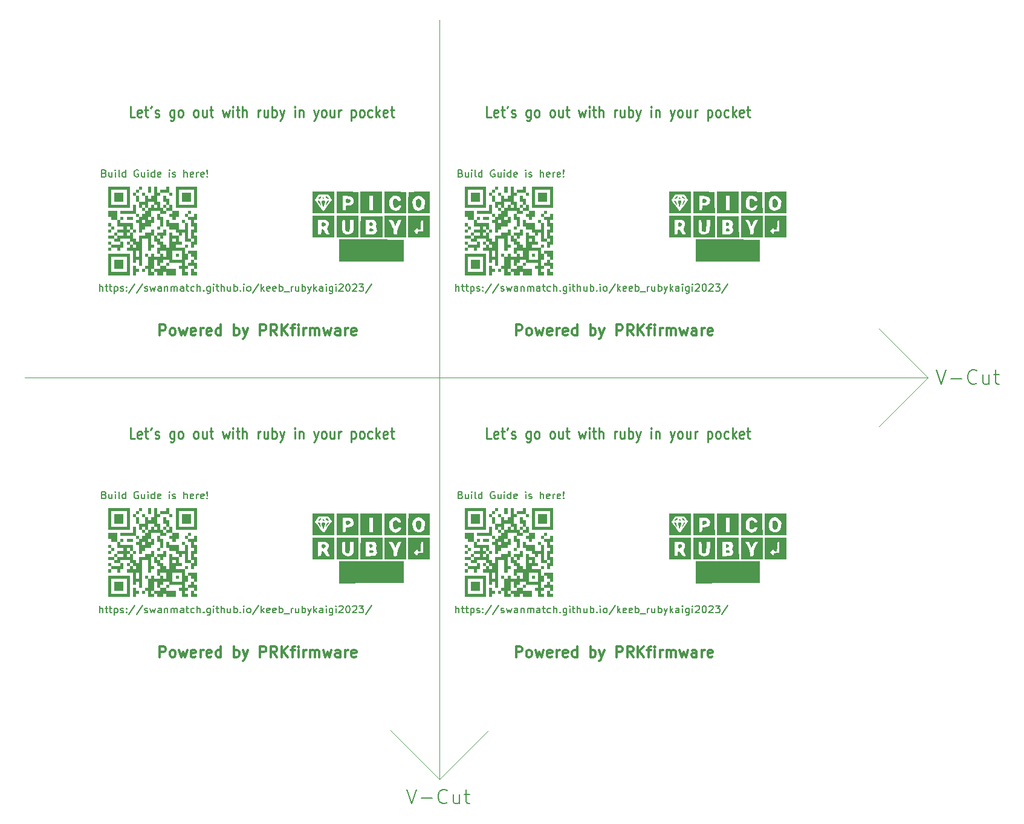
<source format=gto>
%TF.GenerationSoftware,KiCad,Pcbnew,6.0.2+dfsg-1*%
%TF.CreationDate,2023-02-14T19:21:33+09:00*%
%TF.ProjectId,pcb-panel,7063622d-7061-46e6-956c-2e6b69636164,rev?*%
%TF.SameCoordinates,Original*%
%TF.FileFunction,Legend,Top*%
%TF.FilePolarity,Positive*%
%FSLAX46Y46*%
G04 Gerber Fmt 4.6, Leading zero omitted, Abs format (unit mm)*
G04 Created by KiCad (PCBNEW 6.0.2+dfsg-1) date 2023-02-14 19:21:33*
%MOMM*%
%LPD*%
G01*
G04 APERTURE LIST*
%ADD10C,0.200000*%
%ADD11C,0.120000*%
%ADD12C,0.300000*%
%ADD13C,0.250000*%
%ADD14C,0.150000*%
G04 APERTURE END LIST*
D10*
X107887047Y-152955761D02*
X108553714Y-154955761D01*
X109220380Y-152955761D01*
X109887047Y-154193857D02*
X111410857Y-154193857D01*
X113506095Y-154765285D02*
X113410857Y-154860523D01*
X113125142Y-154955761D01*
X112934666Y-154955761D01*
X112648952Y-154860523D01*
X112458476Y-154670047D01*
X112363238Y-154479571D01*
X112268000Y-154098619D01*
X112268000Y-153812904D01*
X112363238Y-153431952D01*
X112458476Y-153241476D01*
X112648952Y-153051000D01*
X112934666Y-152955761D01*
X113125142Y-152955761D01*
X113410857Y-153051000D01*
X113506095Y-153146238D01*
X115220380Y-153622428D02*
X115220380Y-154955761D01*
X114363238Y-153622428D02*
X114363238Y-154670047D01*
X114458476Y-154860523D01*
X114648952Y-154955761D01*
X114934666Y-154955761D01*
X115125142Y-154860523D01*
X115220380Y-154765285D01*
X115887047Y-153622428D02*
X116648952Y-153622428D01*
X116172761Y-152955761D02*
X116172761Y-154670047D01*
X116268000Y-154860523D01*
X116458476Y-154955761D01*
X116648952Y-154955761D01*
D11*
X112395000Y-151511000D02*
X105537000Y-144653000D01*
X112395000Y-45085000D02*
X112395000Y-151511000D01*
X112395000Y-151511000D02*
X119253000Y-144653000D01*
D10*
X182055047Y-94154761D02*
X182721714Y-96154761D01*
X183388380Y-94154761D01*
X184055047Y-95392857D02*
X185578857Y-95392857D01*
X187674095Y-95964285D02*
X187578857Y-96059523D01*
X187293142Y-96154761D01*
X187102666Y-96154761D01*
X186816952Y-96059523D01*
X186626476Y-95869047D01*
X186531238Y-95678571D01*
X186436000Y-95297619D01*
X186436000Y-95011904D01*
X186531238Y-94630952D01*
X186626476Y-94440476D01*
X186816952Y-94250000D01*
X187102666Y-94154761D01*
X187293142Y-94154761D01*
X187578857Y-94250000D01*
X187674095Y-94345238D01*
X189388380Y-94821428D02*
X189388380Y-96154761D01*
X188531238Y-94821428D02*
X188531238Y-95869047D01*
X188626476Y-96059523D01*
X188816952Y-96154761D01*
X189102666Y-96154761D01*
X189293142Y-96059523D01*
X189388380Y-95964285D01*
X190055047Y-94821428D02*
X190816952Y-94821428D01*
X190340761Y-94154761D02*
X190340761Y-95869047D01*
X190436000Y-96059523D01*
X190626476Y-96154761D01*
X190816952Y-96154761D01*
D11*
X180848000Y-95250000D02*
X173990000Y-102108000D01*
X180848000Y-95250000D02*
X173990000Y-88392000D01*
X54356000Y-95250000D02*
X180848000Y-95250000D01*
D12*
X123155999Y-134409571D02*
X123155999Y-132909571D01*
X123727428Y-132909571D01*
X123870285Y-132981000D01*
X123941714Y-133052428D01*
X124013142Y-133195285D01*
X124013142Y-133409571D01*
X123941714Y-133552428D01*
X123870285Y-133623857D01*
X123727428Y-133695285D01*
X123155999Y-133695285D01*
X124870285Y-134409571D02*
X124727428Y-134338142D01*
X124655999Y-134266714D01*
X124584571Y-134123857D01*
X124584571Y-133695285D01*
X124655999Y-133552428D01*
X124727428Y-133481000D01*
X124870285Y-133409571D01*
X125084571Y-133409571D01*
X125227428Y-133481000D01*
X125298857Y-133552428D01*
X125370285Y-133695285D01*
X125370285Y-134123857D01*
X125298857Y-134266714D01*
X125227428Y-134338142D01*
X125084571Y-134409571D01*
X124870285Y-134409571D01*
X125870285Y-133409571D02*
X126155999Y-134409571D01*
X126441714Y-133695285D01*
X126727428Y-134409571D01*
X127013142Y-133409571D01*
X128155999Y-134338142D02*
X128013142Y-134409571D01*
X127727428Y-134409571D01*
X127584571Y-134338142D01*
X127513142Y-134195285D01*
X127513142Y-133623857D01*
X127584571Y-133481000D01*
X127727428Y-133409571D01*
X128013142Y-133409571D01*
X128155999Y-133481000D01*
X128227428Y-133623857D01*
X128227428Y-133766714D01*
X127513142Y-133909571D01*
X128870285Y-134409571D02*
X128870285Y-133409571D01*
X128870285Y-133695285D02*
X128941714Y-133552428D01*
X129013142Y-133481000D01*
X129155999Y-133409571D01*
X129298857Y-133409571D01*
X130370285Y-134338142D02*
X130227428Y-134409571D01*
X129941714Y-134409571D01*
X129798857Y-134338142D01*
X129727428Y-134195285D01*
X129727428Y-133623857D01*
X129798857Y-133481000D01*
X129941714Y-133409571D01*
X130227428Y-133409571D01*
X130370285Y-133481000D01*
X130441714Y-133623857D01*
X130441714Y-133766714D01*
X129727428Y-133909571D01*
X131727428Y-134409571D02*
X131727428Y-132909571D01*
X131727428Y-134338142D02*
X131584571Y-134409571D01*
X131298857Y-134409571D01*
X131155999Y-134338142D01*
X131084571Y-134266714D01*
X131013142Y-134123857D01*
X131013142Y-133695285D01*
X131084571Y-133552428D01*
X131155999Y-133481000D01*
X131298857Y-133409571D01*
X131584571Y-133409571D01*
X131727428Y-133481000D01*
X133584571Y-134409571D02*
X133584571Y-132909571D01*
X133584571Y-133481000D02*
X133727428Y-133409571D01*
X134013142Y-133409571D01*
X134155999Y-133481000D01*
X134227428Y-133552428D01*
X134298857Y-133695285D01*
X134298857Y-134123857D01*
X134227428Y-134266714D01*
X134155999Y-134338142D01*
X134013142Y-134409571D01*
X133727428Y-134409571D01*
X133584571Y-134338142D01*
X134798857Y-133409571D02*
X135156000Y-134409571D01*
X135513142Y-133409571D02*
X135156000Y-134409571D01*
X135013142Y-134766714D01*
X134941714Y-134838142D01*
X134798857Y-134909571D01*
X137227428Y-134409571D02*
X137227428Y-132909571D01*
X137798857Y-132909571D01*
X137941714Y-132981000D01*
X138013142Y-133052428D01*
X138084571Y-133195285D01*
X138084571Y-133409571D01*
X138013142Y-133552428D01*
X137941714Y-133623857D01*
X137798857Y-133695285D01*
X137227428Y-133695285D01*
X139584571Y-134409571D02*
X139084571Y-133695285D01*
X138727428Y-134409571D02*
X138727428Y-132909571D01*
X139298857Y-132909571D01*
X139441714Y-132981000D01*
X139513142Y-133052428D01*
X139584571Y-133195285D01*
X139584571Y-133409571D01*
X139513142Y-133552428D01*
X139441714Y-133623857D01*
X139298857Y-133695285D01*
X138727428Y-133695285D01*
X140227428Y-134409571D02*
X140227428Y-132909571D01*
X141084571Y-134409571D02*
X140441714Y-133552428D01*
X141084571Y-132909571D02*
X140227428Y-133766714D01*
X141513142Y-133409571D02*
X142084571Y-133409571D01*
X141727428Y-134409571D02*
X141727428Y-133123857D01*
X141798857Y-132981000D01*
X141941714Y-132909571D01*
X142084571Y-132909571D01*
X142584571Y-134409571D02*
X142584571Y-133409571D01*
X142584571Y-132909571D02*
X142513142Y-132981000D01*
X142584571Y-133052428D01*
X142656000Y-132981000D01*
X142584571Y-132909571D01*
X142584571Y-133052428D01*
X143298857Y-134409571D02*
X143298857Y-133409571D01*
X143298857Y-133695285D02*
X143370285Y-133552428D01*
X143441714Y-133481000D01*
X143584571Y-133409571D01*
X143727428Y-133409571D01*
X144227428Y-134409571D02*
X144227428Y-133409571D01*
X144227428Y-133552428D02*
X144298857Y-133481000D01*
X144441714Y-133409571D01*
X144656000Y-133409571D01*
X144798857Y-133481000D01*
X144870285Y-133623857D01*
X144870285Y-134409571D01*
X144870285Y-133623857D02*
X144941714Y-133481000D01*
X145084571Y-133409571D01*
X145298857Y-133409571D01*
X145441714Y-133481000D01*
X145513142Y-133623857D01*
X145513142Y-134409571D01*
X146084571Y-133409571D02*
X146370285Y-134409571D01*
X146656000Y-133695285D01*
X146941714Y-134409571D01*
X147227428Y-133409571D01*
X148441714Y-134409571D02*
X148441714Y-133623857D01*
X148370285Y-133481000D01*
X148227428Y-133409571D01*
X147941714Y-133409571D01*
X147798857Y-133481000D01*
X148441714Y-134338142D02*
X148298857Y-134409571D01*
X147941714Y-134409571D01*
X147798857Y-134338142D01*
X147727428Y-134195285D01*
X147727428Y-134052428D01*
X147798857Y-133909571D01*
X147941714Y-133838142D01*
X148298857Y-133838142D01*
X148441714Y-133766714D01*
X149156000Y-134409571D02*
X149156000Y-133409571D01*
X149156000Y-133695285D02*
X149227428Y-133552428D01*
X149298857Y-133481000D01*
X149441714Y-133409571D01*
X149584571Y-133409571D01*
X150656000Y-134338142D02*
X150513142Y-134409571D01*
X150227428Y-134409571D01*
X150084571Y-134338142D01*
X150013142Y-134195285D01*
X150013142Y-133623857D01*
X150084571Y-133481000D01*
X150227428Y-133409571D01*
X150513142Y-133409571D01*
X150656000Y-133481000D01*
X150727428Y-133623857D01*
X150727428Y-133766714D01*
X150013142Y-133909571D01*
D13*
X119678285Y-103802571D02*
X119059238Y-103802571D01*
X119059238Y-102302571D01*
X120606857Y-103731142D02*
X120483047Y-103802571D01*
X120235428Y-103802571D01*
X120111619Y-103731142D01*
X120049714Y-103588285D01*
X120049714Y-103016857D01*
X120111619Y-102874000D01*
X120235428Y-102802571D01*
X120483047Y-102802571D01*
X120606857Y-102874000D01*
X120668761Y-103016857D01*
X120668761Y-103159714D01*
X120049714Y-103302571D01*
X121040190Y-102802571D02*
X121535428Y-102802571D01*
X121225904Y-102302571D02*
X121225904Y-103588285D01*
X121287809Y-103731142D01*
X121411619Y-103802571D01*
X121535428Y-103802571D01*
X122030666Y-102302571D02*
X121906857Y-102588285D01*
X122525904Y-103731142D02*
X122649714Y-103802571D01*
X122897333Y-103802571D01*
X123021142Y-103731142D01*
X123083047Y-103588285D01*
X123083047Y-103516857D01*
X123021142Y-103374000D01*
X122897333Y-103302571D01*
X122711619Y-103302571D01*
X122587809Y-103231142D01*
X122525904Y-103088285D01*
X122525904Y-103016857D01*
X122587809Y-102874000D01*
X122711619Y-102802571D01*
X122897333Y-102802571D01*
X123021142Y-102874000D01*
X125187809Y-102802571D02*
X125187809Y-104016857D01*
X125125904Y-104159714D01*
X125064000Y-104231142D01*
X124940190Y-104302571D01*
X124754476Y-104302571D01*
X124630666Y-104231142D01*
X125187809Y-103731142D02*
X125064000Y-103802571D01*
X124816380Y-103802571D01*
X124692571Y-103731142D01*
X124630666Y-103659714D01*
X124568761Y-103516857D01*
X124568761Y-103088285D01*
X124630666Y-102945428D01*
X124692571Y-102874000D01*
X124816380Y-102802571D01*
X125064000Y-102802571D01*
X125187809Y-102874000D01*
X125992571Y-103802571D02*
X125868761Y-103731142D01*
X125806857Y-103659714D01*
X125744952Y-103516857D01*
X125744952Y-103088285D01*
X125806857Y-102945428D01*
X125868761Y-102874000D01*
X125992571Y-102802571D01*
X126178285Y-102802571D01*
X126302095Y-102874000D01*
X126364000Y-102945428D01*
X126425904Y-103088285D01*
X126425904Y-103516857D01*
X126364000Y-103659714D01*
X126302095Y-103731142D01*
X126178285Y-103802571D01*
X125992571Y-103802571D01*
X128159238Y-103802571D02*
X128035428Y-103731142D01*
X127973523Y-103659714D01*
X127911619Y-103516857D01*
X127911619Y-103088285D01*
X127973523Y-102945428D01*
X128035428Y-102874000D01*
X128159238Y-102802571D01*
X128344952Y-102802571D01*
X128468761Y-102874000D01*
X128530666Y-102945428D01*
X128592571Y-103088285D01*
X128592571Y-103516857D01*
X128530666Y-103659714D01*
X128468761Y-103731142D01*
X128344952Y-103802571D01*
X128159238Y-103802571D01*
X129706857Y-102802571D02*
X129706857Y-103802571D01*
X129149714Y-102802571D02*
X129149714Y-103588285D01*
X129211619Y-103731142D01*
X129335428Y-103802571D01*
X129521142Y-103802571D01*
X129644952Y-103731142D01*
X129706857Y-103659714D01*
X130140190Y-102802571D02*
X130635428Y-102802571D01*
X130325904Y-102302571D02*
X130325904Y-103588285D01*
X130387809Y-103731142D01*
X130511619Y-103802571D01*
X130635428Y-103802571D01*
X131935428Y-102802571D02*
X132183047Y-103802571D01*
X132430666Y-103088285D01*
X132678285Y-103802571D01*
X132925904Y-102802571D01*
X133421142Y-103802571D02*
X133421142Y-102802571D01*
X133421142Y-102302571D02*
X133359238Y-102374000D01*
X133421142Y-102445428D01*
X133483047Y-102374000D01*
X133421142Y-102302571D01*
X133421142Y-102445428D01*
X133854476Y-102802571D02*
X134349714Y-102802571D01*
X134040190Y-102302571D02*
X134040190Y-103588285D01*
X134102095Y-103731142D01*
X134225904Y-103802571D01*
X134349714Y-103802571D01*
X134783047Y-103802571D02*
X134783047Y-102302571D01*
X135340190Y-103802571D02*
X135340190Y-103016857D01*
X135278285Y-102874000D01*
X135154476Y-102802571D01*
X134968761Y-102802571D01*
X134844952Y-102874000D01*
X134783047Y-102945428D01*
X136949714Y-103802571D02*
X136949714Y-102802571D01*
X136949714Y-103088285D02*
X137011619Y-102945428D01*
X137073523Y-102874000D01*
X137197333Y-102802571D01*
X137321142Y-102802571D01*
X138311619Y-102802571D02*
X138311619Y-103802571D01*
X137754476Y-102802571D02*
X137754476Y-103588285D01*
X137816380Y-103731142D01*
X137940190Y-103802571D01*
X138125904Y-103802571D01*
X138249714Y-103731142D01*
X138311619Y-103659714D01*
X138930666Y-103802571D02*
X138930666Y-102302571D01*
X138930666Y-102874000D02*
X139054476Y-102802571D01*
X139302095Y-102802571D01*
X139425904Y-102874000D01*
X139487809Y-102945428D01*
X139549714Y-103088285D01*
X139549714Y-103516857D01*
X139487809Y-103659714D01*
X139425904Y-103731142D01*
X139302095Y-103802571D01*
X139054476Y-103802571D01*
X138930666Y-103731142D01*
X139983047Y-102802571D02*
X140292571Y-103802571D01*
X140602095Y-102802571D02*
X140292571Y-103802571D01*
X140168761Y-104159714D01*
X140106857Y-104231142D01*
X139983047Y-104302571D01*
X142087809Y-103802571D02*
X142087809Y-102802571D01*
X142087809Y-102302571D02*
X142025904Y-102374000D01*
X142087809Y-102445428D01*
X142149714Y-102374000D01*
X142087809Y-102302571D01*
X142087809Y-102445428D01*
X142706857Y-102802571D02*
X142706857Y-103802571D01*
X142706857Y-102945428D02*
X142768761Y-102874000D01*
X142892571Y-102802571D01*
X143078285Y-102802571D01*
X143202095Y-102874000D01*
X143264000Y-103016857D01*
X143264000Y-103802571D01*
X144749714Y-102802571D02*
X145059238Y-103802571D01*
X145368761Y-102802571D02*
X145059238Y-103802571D01*
X144935428Y-104159714D01*
X144873523Y-104231142D01*
X144749714Y-104302571D01*
X146049714Y-103802571D02*
X145925904Y-103731142D01*
X145864000Y-103659714D01*
X145802095Y-103516857D01*
X145802095Y-103088285D01*
X145864000Y-102945428D01*
X145925904Y-102874000D01*
X146049714Y-102802571D01*
X146235428Y-102802571D01*
X146359238Y-102874000D01*
X146421142Y-102945428D01*
X146483047Y-103088285D01*
X146483047Y-103516857D01*
X146421142Y-103659714D01*
X146359238Y-103731142D01*
X146235428Y-103802571D01*
X146049714Y-103802571D01*
X147597333Y-102802571D02*
X147597333Y-103802571D01*
X147040190Y-102802571D02*
X147040190Y-103588285D01*
X147102095Y-103731142D01*
X147225904Y-103802571D01*
X147411619Y-103802571D01*
X147535428Y-103731142D01*
X147597333Y-103659714D01*
X148216380Y-103802571D02*
X148216380Y-102802571D01*
X148216380Y-103088285D02*
X148278285Y-102945428D01*
X148340190Y-102874000D01*
X148464000Y-102802571D01*
X148587809Y-102802571D01*
X150011619Y-102802571D02*
X150011619Y-104302571D01*
X150011619Y-102874000D02*
X150135428Y-102802571D01*
X150383047Y-102802571D01*
X150506857Y-102874000D01*
X150568761Y-102945428D01*
X150630666Y-103088285D01*
X150630666Y-103516857D01*
X150568761Y-103659714D01*
X150506857Y-103731142D01*
X150383047Y-103802571D01*
X150135428Y-103802571D01*
X150011619Y-103731142D01*
X151373523Y-103802571D02*
X151249714Y-103731142D01*
X151187809Y-103659714D01*
X151125904Y-103516857D01*
X151125904Y-103088285D01*
X151187809Y-102945428D01*
X151249714Y-102874000D01*
X151373523Y-102802571D01*
X151559238Y-102802571D01*
X151683047Y-102874000D01*
X151744952Y-102945428D01*
X151806857Y-103088285D01*
X151806857Y-103516857D01*
X151744952Y-103659714D01*
X151683047Y-103731142D01*
X151559238Y-103802571D01*
X151373523Y-103802571D01*
X152921142Y-103731142D02*
X152797333Y-103802571D01*
X152549714Y-103802571D01*
X152425904Y-103731142D01*
X152364000Y-103659714D01*
X152302095Y-103516857D01*
X152302095Y-103088285D01*
X152364000Y-102945428D01*
X152425904Y-102874000D01*
X152549714Y-102802571D01*
X152797333Y-102802571D01*
X152921142Y-102874000D01*
X153478285Y-103802571D02*
X153478285Y-102302571D01*
X153602095Y-103231142D02*
X153973523Y-103802571D01*
X153973523Y-102802571D02*
X153478285Y-103374000D01*
X155025904Y-103731142D02*
X154902095Y-103802571D01*
X154654476Y-103802571D01*
X154530666Y-103731142D01*
X154468761Y-103588285D01*
X154468761Y-103016857D01*
X154530666Y-102874000D01*
X154654476Y-102802571D01*
X154902095Y-102802571D01*
X155025904Y-102874000D01*
X155087809Y-103016857D01*
X155087809Y-103159714D01*
X154468761Y-103302571D01*
X155459238Y-102802571D02*
X155954476Y-102802571D01*
X155644952Y-102302571D02*
X155644952Y-103588285D01*
X155706857Y-103731142D01*
X155830666Y-103802571D01*
X155954476Y-103802571D01*
D14*
X114754809Y-128214380D02*
X114754809Y-127214380D01*
X115183380Y-128214380D02*
X115183380Y-127690571D01*
X115135761Y-127595333D01*
X115040523Y-127547714D01*
X114897666Y-127547714D01*
X114802428Y-127595333D01*
X114754809Y-127642952D01*
X115516714Y-127547714D02*
X115897666Y-127547714D01*
X115659571Y-127214380D02*
X115659571Y-128071523D01*
X115707190Y-128166761D01*
X115802428Y-128214380D01*
X115897666Y-128214380D01*
X116088142Y-127547714D02*
X116469095Y-127547714D01*
X116231000Y-127214380D02*
X116231000Y-128071523D01*
X116278619Y-128166761D01*
X116373857Y-128214380D01*
X116469095Y-128214380D01*
X116802428Y-127547714D02*
X116802428Y-128547714D01*
X116802428Y-127595333D02*
X116897666Y-127547714D01*
X117088142Y-127547714D01*
X117183380Y-127595333D01*
X117231000Y-127642952D01*
X117278619Y-127738190D01*
X117278619Y-128023904D01*
X117231000Y-128119142D01*
X117183380Y-128166761D01*
X117088142Y-128214380D01*
X116897666Y-128214380D01*
X116802428Y-128166761D01*
X117659571Y-128166761D02*
X117754809Y-128214380D01*
X117945285Y-128214380D01*
X118040523Y-128166761D01*
X118088142Y-128071523D01*
X118088142Y-128023904D01*
X118040523Y-127928666D01*
X117945285Y-127881047D01*
X117802428Y-127881047D01*
X117707190Y-127833428D01*
X117659571Y-127738190D01*
X117659571Y-127690571D01*
X117707190Y-127595333D01*
X117802428Y-127547714D01*
X117945285Y-127547714D01*
X118040523Y-127595333D01*
X118516714Y-128119142D02*
X118564333Y-128166761D01*
X118516714Y-128214380D01*
X118469095Y-128166761D01*
X118516714Y-128119142D01*
X118516714Y-128214380D01*
X118516714Y-127595333D02*
X118564333Y-127642952D01*
X118516714Y-127690571D01*
X118469095Y-127642952D01*
X118516714Y-127595333D01*
X118516714Y-127690571D01*
X119707190Y-127166761D02*
X118850047Y-128452476D01*
X120754809Y-127166761D02*
X119897666Y-128452476D01*
X121040523Y-128166761D02*
X121135761Y-128214380D01*
X121326238Y-128214380D01*
X121421476Y-128166761D01*
X121469095Y-128071523D01*
X121469095Y-128023904D01*
X121421476Y-127928666D01*
X121326238Y-127881047D01*
X121183380Y-127881047D01*
X121088142Y-127833428D01*
X121040523Y-127738190D01*
X121040523Y-127690571D01*
X121088142Y-127595333D01*
X121183380Y-127547714D01*
X121326238Y-127547714D01*
X121421476Y-127595333D01*
X121802428Y-127547714D02*
X121992904Y-128214380D01*
X122183380Y-127738190D01*
X122373857Y-128214380D01*
X122564333Y-127547714D01*
X123373857Y-128214380D02*
X123373857Y-127690571D01*
X123326238Y-127595333D01*
X123231000Y-127547714D01*
X123040523Y-127547714D01*
X122945285Y-127595333D01*
X123373857Y-128166761D02*
X123278619Y-128214380D01*
X123040523Y-128214380D01*
X122945285Y-128166761D01*
X122897666Y-128071523D01*
X122897666Y-127976285D01*
X122945285Y-127881047D01*
X123040523Y-127833428D01*
X123278619Y-127833428D01*
X123373857Y-127785809D01*
X123850047Y-127547714D02*
X123850047Y-128214380D01*
X123850047Y-127642952D02*
X123897666Y-127595333D01*
X123992904Y-127547714D01*
X124135761Y-127547714D01*
X124231000Y-127595333D01*
X124278619Y-127690571D01*
X124278619Y-128214380D01*
X124754809Y-128214380D02*
X124754809Y-127547714D01*
X124754809Y-127642952D02*
X124802428Y-127595333D01*
X124897666Y-127547714D01*
X125040523Y-127547714D01*
X125135761Y-127595333D01*
X125183380Y-127690571D01*
X125183380Y-128214380D01*
X125183380Y-127690571D02*
X125231000Y-127595333D01*
X125326238Y-127547714D01*
X125469095Y-127547714D01*
X125564333Y-127595333D01*
X125611952Y-127690571D01*
X125611952Y-128214380D01*
X126516714Y-128214380D02*
X126516714Y-127690571D01*
X126469095Y-127595333D01*
X126373857Y-127547714D01*
X126183380Y-127547714D01*
X126088142Y-127595333D01*
X126516714Y-128166761D02*
X126421476Y-128214380D01*
X126183380Y-128214380D01*
X126088142Y-128166761D01*
X126040523Y-128071523D01*
X126040523Y-127976285D01*
X126088142Y-127881047D01*
X126183380Y-127833428D01*
X126421476Y-127833428D01*
X126516714Y-127785809D01*
X126850047Y-127547714D02*
X127231000Y-127547714D01*
X126992904Y-127214380D02*
X126992904Y-128071523D01*
X127040523Y-128166761D01*
X127135761Y-128214380D01*
X127231000Y-128214380D01*
X127992904Y-128166761D02*
X127897666Y-128214380D01*
X127707190Y-128214380D01*
X127611952Y-128166761D01*
X127564333Y-128119142D01*
X127516714Y-128023904D01*
X127516714Y-127738190D01*
X127564333Y-127642952D01*
X127611952Y-127595333D01*
X127707190Y-127547714D01*
X127897666Y-127547714D01*
X127992904Y-127595333D01*
X128421476Y-128214380D02*
X128421476Y-127214380D01*
X128850047Y-128214380D02*
X128850047Y-127690571D01*
X128802428Y-127595333D01*
X128707190Y-127547714D01*
X128564333Y-127547714D01*
X128469095Y-127595333D01*
X128421476Y-127642952D01*
X129326238Y-128119142D02*
X129373857Y-128166761D01*
X129326238Y-128214380D01*
X129278619Y-128166761D01*
X129326238Y-128119142D01*
X129326238Y-128214380D01*
X130231000Y-127547714D02*
X130231000Y-128357238D01*
X130183380Y-128452476D01*
X130135761Y-128500095D01*
X130040523Y-128547714D01*
X129897666Y-128547714D01*
X129802428Y-128500095D01*
X130231000Y-128166761D02*
X130135761Y-128214380D01*
X129945285Y-128214380D01*
X129850047Y-128166761D01*
X129802428Y-128119142D01*
X129754809Y-128023904D01*
X129754809Y-127738190D01*
X129802428Y-127642952D01*
X129850047Y-127595333D01*
X129945285Y-127547714D01*
X130135761Y-127547714D01*
X130231000Y-127595333D01*
X130707190Y-128214380D02*
X130707190Y-127547714D01*
X130707190Y-127214380D02*
X130659571Y-127262000D01*
X130707190Y-127309619D01*
X130754809Y-127262000D01*
X130707190Y-127214380D01*
X130707190Y-127309619D01*
X131040523Y-127547714D02*
X131421476Y-127547714D01*
X131183380Y-127214380D02*
X131183380Y-128071523D01*
X131231000Y-128166761D01*
X131326238Y-128214380D01*
X131421476Y-128214380D01*
X131754809Y-128214380D02*
X131754809Y-127214380D01*
X132183380Y-128214380D02*
X132183380Y-127690571D01*
X132135761Y-127595333D01*
X132040523Y-127547714D01*
X131897666Y-127547714D01*
X131802428Y-127595333D01*
X131754809Y-127642952D01*
X133088142Y-127547714D02*
X133088142Y-128214380D01*
X132659571Y-127547714D02*
X132659571Y-128071523D01*
X132707190Y-128166761D01*
X132802428Y-128214380D01*
X132945285Y-128214380D01*
X133040523Y-128166761D01*
X133088142Y-128119142D01*
X133564333Y-128214380D02*
X133564333Y-127214380D01*
X133564333Y-127595333D02*
X133659571Y-127547714D01*
X133850047Y-127547714D01*
X133945285Y-127595333D01*
X133992904Y-127642952D01*
X134040523Y-127738190D01*
X134040523Y-128023904D01*
X133992904Y-128119142D01*
X133945285Y-128166761D01*
X133850047Y-128214380D01*
X133659571Y-128214380D01*
X133564333Y-128166761D01*
X134469095Y-128119142D02*
X134516714Y-128166761D01*
X134469095Y-128214380D01*
X134421476Y-128166761D01*
X134469095Y-128119142D01*
X134469095Y-128214380D01*
X134945285Y-128214380D02*
X134945285Y-127547714D01*
X134945285Y-127214380D02*
X134897666Y-127262000D01*
X134945285Y-127309619D01*
X134992904Y-127262000D01*
X134945285Y-127214380D01*
X134945285Y-127309619D01*
X135564333Y-128214380D02*
X135469095Y-128166761D01*
X135421476Y-128119142D01*
X135373857Y-128023904D01*
X135373857Y-127738190D01*
X135421476Y-127642952D01*
X135469095Y-127595333D01*
X135564333Y-127547714D01*
X135707190Y-127547714D01*
X135802428Y-127595333D01*
X135850047Y-127642952D01*
X135897666Y-127738190D01*
X135897666Y-128023904D01*
X135850047Y-128119142D01*
X135802428Y-128166761D01*
X135707190Y-128214380D01*
X135564333Y-128214380D01*
X137040523Y-127166761D02*
X136183380Y-128452476D01*
X137373857Y-128214380D02*
X137373857Y-127214380D01*
X137469095Y-127833428D02*
X137754809Y-128214380D01*
X137754809Y-127547714D02*
X137373857Y-127928666D01*
X138564333Y-128166761D02*
X138469095Y-128214380D01*
X138278619Y-128214380D01*
X138183380Y-128166761D01*
X138135761Y-128071523D01*
X138135761Y-127690571D01*
X138183380Y-127595333D01*
X138278619Y-127547714D01*
X138469095Y-127547714D01*
X138564333Y-127595333D01*
X138611952Y-127690571D01*
X138611952Y-127785809D01*
X138135761Y-127881047D01*
X139421476Y-128166761D02*
X139326238Y-128214380D01*
X139135761Y-128214380D01*
X139040523Y-128166761D01*
X138992904Y-128071523D01*
X138992904Y-127690571D01*
X139040523Y-127595333D01*
X139135761Y-127547714D01*
X139326238Y-127547714D01*
X139421476Y-127595333D01*
X139469095Y-127690571D01*
X139469095Y-127785809D01*
X138992904Y-127881047D01*
X139897666Y-128214380D02*
X139897666Y-127214380D01*
X139897666Y-127595333D02*
X139992904Y-127547714D01*
X140183380Y-127547714D01*
X140278619Y-127595333D01*
X140326238Y-127642952D01*
X140373857Y-127738190D01*
X140373857Y-128023904D01*
X140326238Y-128119142D01*
X140278619Y-128166761D01*
X140183380Y-128214380D01*
X139992904Y-128214380D01*
X139897666Y-128166761D01*
X140564333Y-128309619D02*
X141326238Y-128309619D01*
X141564333Y-128214380D02*
X141564333Y-127547714D01*
X141564333Y-127738190D02*
X141611952Y-127642952D01*
X141659571Y-127595333D01*
X141754809Y-127547714D01*
X141850047Y-127547714D01*
X142611952Y-127547714D02*
X142611952Y-128214380D01*
X142183380Y-127547714D02*
X142183380Y-128071523D01*
X142231000Y-128166761D01*
X142326238Y-128214380D01*
X142469095Y-128214380D01*
X142564333Y-128166761D01*
X142611952Y-128119142D01*
X143088142Y-128214380D02*
X143088142Y-127214380D01*
X143088142Y-127595333D02*
X143183380Y-127547714D01*
X143373857Y-127547714D01*
X143469095Y-127595333D01*
X143516714Y-127642952D01*
X143564333Y-127738190D01*
X143564333Y-128023904D01*
X143516714Y-128119142D01*
X143469095Y-128166761D01*
X143373857Y-128214380D01*
X143183380Y-128214380D01*
X143088142Y-128166761D01*
X143897666Y-127547714D02*
X144135761Y-128214380D01*
X144373857Y-127547714D02*
X144135761Y-128214380D01*
X144040523Y-128452476D01*
X143992904Y-128500095D01*
X143897666Y-128547714D01*
X144754809Y-128214380D02*
X144754809Y-127214380D01*
X144850047Y-127833428D02*
X145135761Y-128214380D01*
X145135761Y-127547714D02*
X144754809Y-127928666D01*
X145992904Y-128214380D02*
X145992904Y-127690571D01*
X145945285Y-127595333D01*
X145850047Y-127547714D01*
X145659571Y-127547714D01*
X145564333Y-127595333D01*
X145992904Y-128166761D02*
X145897666Y-128214380D01*
X145659571Y-128214380D01*
X145564333Y-128166761D01*
X145516714Y-128071523D01*
X145516714Y-127976285D01*
X145564333Y-127881047D01*
X145659571Y-127833428D01*
X145897666Y-127833428D01*
X145992904Y-127785809D01*
X146469095Y-128214380D02*
X146469095Y-127547714D01*
X146469095Y-127214380D02*
X146421476Y-127262000D01*
X146469095Y-127309619D01*
X146516714Y-127262000D01*
X146469095Y-127214380D01*
X146469095Y-127309619D01*
X147373857Y-127547714D02*
X147373857Y-128357238D01*
X147326238Y-128452476D01*
X147278619Y-128500095D01*
X147183380Y-128547714D01*
X147040523Y-128547714D01*
X146945285Y-128500095D01*
X147373857Y-128166761D02*
X147278619Y-128214380D01*
X147088142Y-128214380D01*
X146992904Y-128166761D01*
X146945285Y-128119142D01*
X146897666Y-128023904D01*
X146897666Y-127738190D01*
X146945285Y-127642952D01*
X146992904Y-127595333D01*
X147088142Y-127547714D01*
X147278619Y-127547714D01*
X147373857Y-127595333D01*
X147850047Y-128214380D02*
X147850047Y-127547714D01*
X147850047Y-127214380D02*
X147802428Y-127262000D01*
X147850047Y-127309619D01*
X147897666Y-127262000D01*
X147850047Y-127214380D01*
X147850047Y-127309619D01*
X148278619Y-127309619D02*
X148326238Y-127262000D01*
X148421476Y-127214380D01*
X148659571Y-127214380D01*
X148754809Y-127262000D01*
X148802428Y-127309619D01*
X148850047Y-127404857D01*
X148850047Y-127500095D01*
X148802428Y-127642952D01*
X148231000Y-128214380D01*
X148850047Y-128214380D01*
X149469095Y-127214380D02*
X149564333Y-127214380D01*
X149659571Y-127262000D01*
X149707190Y-127309619D01*
X149754809Y-127404857D01*
X149802428Y-127595333D01*
X149802428Y-127833428D01*
X149754809Y-128023904D01*
X149707190Y-128119142D01*
X149659571Y-128166761D01*
X149564333Y-128214380D01*
X149469095Y-128214380D01*
X149373857Y-128166761D01*
X149326238Y-128119142D01*
X149278619Y-128023904D01*
X149231000Y-127833428D01*
X149231000Y-127595333D01*
X149278619Y-127404857D01*
X149326238Y-127309619D01*
X149373857Y-127262000D01*
X149469095Y-127214380D01*
X150183380Y-127309619D02*
X150231000Y-127262000D01*
X150326238Y-127214380D01*
X150564333Y-127214380D01*
X150659571Y-127262000D01*
X150707190Y-127309619D01*
X150754809Y-127404857D01*
X150754809Y-127500095D01*
X150707190Y-127642952D01*
X150135761Y-128214380D01*
X150754809Y-128214380D01*
X151088142Y-127214380D02*
X151707190Y-127214380D01*
X151373857Y-127595333D01*
X151516714Y-127595333D01*
X151611952Y-127642952D01*
X151659571Y-127690571D01*
X151707190Y-127785809D01*
X151707190Y-128023904D01*
X151659571Y-128119142D01*
X151611952Y-128166761D01*
X151516714Y-128214380D01*
X151231000Y-128214380D01*
X151135761Y-128166761D01*
X151088142Y-128119142D01*
X152850047Y-127166761D02*
X151992904Y-128452476D01*
X115380380Y-111688571D02*
X115523238Y-111736190D01*
X115570857Y-111783809D01*
X115618476Y-111879047D01*
X115618476Y-112021904D01*
X115570857Y-112117142D01*
X115523238Y-112164761D01*
X115427999Y-112212380D01*
X115047047Y-112212380D01*
X115047047Y-111212380D01*
X115380380Y-111212380D01*
X115475619Y-111260000D01*
X115523238Y-111307619D01*
X115570857Y-111402857D01*
X115570857Y-111498095D01*
X115523238Y-111593333D01*
X115475619Y-111640952D01*
X115380380Y-111688571D01*
X115047047Y-111688571D01*
X116475619Y-111545714D02*
X116475619Y-112212380D01*
X116047047Y-111545714D02*
X116047047Y-112069523D01*
X116094666Y-112164761D01*
X116189904Y-112212380D01*
X116332761Y-112212380D01*
X116427999Y-112164761D01*
X116475619Y-112117142D01*
X116951809Y-112212380D02*
X116951809Y-111545714D01*
X116951809Y-111212380D02*
X116904190Y-111260000D01*
X116951809Y-111307619D01*
X116999428Y-111260000D01*
X116951809Y-111212380D01*
X116951809Y-111307619D01*
X117570857Y-112212380D02*
X117475619Y-112164761D01*
X117427999Y-112069523D01*
X117427999Y-111212380D01*
X118380380Y-112212380D02*
X118380380Y-111212380D01*
X118380380Y-112164761D02*
X118285142Y-112212380D01*
X118094666Y-112212380D01*
X117999428Y-112164761D01*
X117951809Y-112117142D01*
X117904190Y-112021904D01*
X117904190Y-111736190D01*
X117951809Y-111640952D01*
X117999428Y-111593333D01*
X118094666Y-111545714D01*
X118285142Y-111545714D01*
X118380380Y-111593333D01*
X120142285Y-111260000D02*
X120047047Y-111212380D01*
X119904190Y-111212380D01*
X119761333Y-111260000D01*
X119666095Y-111355238D01*
X119618476Y-111450476D01*
X119570857Y-111640952D01*
X119570857Y-111783809D01*
X119618476Y-111974285D01*
X119666095Y-112069523D01*
X119761333Y-112164761D01*
X119904190Y-112212380D01*
X119999428Y-112212380D01*
X120142285Y-112164761D01*
X120189904Y-112117142D01*
X120189904Y-111783809D01*
X119999428Y-111783809D01*
X121047047Y-111545714D02*
X121047047Y-112212380D01*
X120618476Y-111545714D02*
X120618476Y-112069523D01*
X120666095Y-112164761D01*
X120761333Y-112212380D01*
X120904190Y-112212380D01*
X120999428Y-112164761D01*
X121047047Y-112117142D01*
X121523238Y-112212380D02*
X121523238Y-111545714D01*
X121523238Y-111212380D02*
X121475619Y-111260000D01*
X121523238Y-111307619D01*
X121570857Y-111260000D01*
X121523238Y-111212380D01*
X121523238Y-111307619D01*
X122427999Y-112212380D02*
X122427999Y-111212380D01*
X122427999Y-112164761D02*
X122332761Y-112212380D01*
X122142285Y-112212380D01*
X122047047Y-112164761D01*
X121999428Y-112117142D01*
X121951809Y-112021904D01*
X121951809Y-111736190D01*
X121999428Y-111640952D01*
X122047047Y-111593333D01*
X122142285Y-111545714D01*
X122332761Y-111545714D01*
X122427999Y-111593333D01*
X123285142Y-112164761D02*
X123189904Y-112212380D01*
X122999428Y-112212380D01*
X122904190Y-112164761D01*
X122856571Y-112069523D01*
X122856571Y-111688571D01*
X122904190Y-111593333D01*
X122999428Y-111545714D01*
X123189904Y-111545714D01*
X123285142Y-111593333D01*
X123332761Y-111688571D01*
X123332761Y-111783809D01*
X122856571Y-111879047D01*
X124523238Y-112212380D02*
X124523238Y-111545714D01*
X124523238Y-111212380D02*
X124475619Y-111260000D01*
X124523238Y-111307619D01*
X124570857Y-111260000D01*
X124523238Y-111212380D01*
X124523238Y-111307619D01*
X124951809Y-112164761D02*
X125047047Y-112212380D01*
X125237523Y-112212380D01*
X125332761Y-112164761D01*
X125380380Y-112069523D01*
X125380380Y-112021904D01*
X125332761Y-111926666D01*
X125237523Y-111879047D01*
X125094666Y-111879047D01*
X124999428Y-111831428D01*
X124951809Y-111736190D01*
X124951809Y-111688571D01*
X124999428Y-111593333D01*
X125094666Y-111545714D01*
X125237523Y-111545714D01*
X125332761Y-111593333D01*
X126570857Y-112212380D02*
X126570857Y-111212380D01*
X126999428Y-112212380D02*
X126999428Y-111688571D01*
X126951809Y-111593333D01*
X126856571Y-111545714D01*
X126713714Y-111545714D01*
X126618476Y-111593333D01*
X126570857Y-111640952D01*
X127856571Y-112164761D02*
X127761333Y-112212380D01*
X127570857Y-112212380D01*
X127475619Y-112164761D01*
X127427999Y-112069523D01*
X127427999Y-111688571D01*
X127475619Y-111593333D01*
X127570857Y-111545714D01*
X127761333Y-111545714D01*
X127856571Y-111593333D01*
X127904190Y-111688571D01*
X127904190Y-111783809D01*
X127427999Y-111879047D01*
X128332761Y-112212380D02*
X128332761Y-111545714D01*
X128332761Y-111736190D02*
X128380380Y-111640952D01*
X128427999Y-111593333D01*
X128523238Y-111545714D01*
X128618476Y-111545714D01*
X129332761Y-112164761D02*
X129237523Y-112212380D01*
X129047047Y-112212380D01*
X128951809Y-112164761D01*
X128904190Y-112069523D01*
X128904190Y-111688571D01*
X128951809Y-111593333D01*
X129047047Y-111545714D01*
X129237523Y-111545714D01*
X129332761Y-111593333D01*
X129380380Y-111688571D01*
X129380380Y-111783809D01*
X128904190Y-111879047D01*
X129808952Y-112117142D02*
X129856571Y-112164761D01*
X129808952Y-112212380D01*
X129761333Y-112164761D01*
X129808952Y-112117142D01*
X129808952Y-112212380D01*
X129808952Y-111831428D02*
X129761333Y-111260000D01*
X129808952Y-111212380D01*
X129856571Y-111260000D01*
X129808952Y-111831428D01*
X129808952Y-111212380D01*
D13*
X69767285Y-103802571D02*
X69148238Y-103802571D01*
X69148238Y-102302571D01*
X70695857Y-103731142D02*
X70572047Y-103802571D01*
X70324428Y-103802571D01*
X70200619Y-103731142D01*
X70138714Y-103588285D01*
X70138714Y-103016857D01*
X70200619Y-102874000D01*
X70324428Y-102802571D01*
X70572047Y-102802571D01*
X70695857Y-102874000D01*
X70757761Y-103016857D01*
X70757761Y-103159714D01*
X70138714Y-103302571D01*
X71129190Y-102802571D02*
X71624428Y-102802571D01*
X71314904Y-102302571D02*
X71314904Y-103588285D01*
X71376809Y-103731142D01*
X71500619Y-103802571D01*
X71624428Y-103802571D01*
X72119666Y-102302571D02*
X71995857Y-102588285D01*
X72614904Y-103731142D02*
X72738714Y-103802571D01*
X72986333Y-103802571D01*
X73110142Y-103731142D01*
X73172047Y-103588285D01*
X73172047Y-103516857D01*
X73110142Y-103374000D01*
X72986333Y-103302571D01*
X72800619Y-103302571D01*
X72676809Y-103231142D01*
X72614904Y-103088285D01*
X72614904Y-103016857D01*
X72676809Y-102874000D01*
X72800619Y-102802571D01*
X72986333Y-102802571D01*
X73110142Y-102874000D01*
X75276809Y-102802571D02*
X75276809Y-104016857D01*
X75214904Y-104159714D01*
X75153000Y-104231142D01*
X75029190Y-104302571D01*
X74843476Y-104302571D01*
X74719666Y-104231142D01*
X75276809Y-103731142D02*
X75153000Y-103802571D01*
X74905380Y-103802571D01*
X74781571Y-103731142D01*
X74719666Y-103659714D01*
X74657761Y-103516857D01*
X74657761Y-103088285D01*
X74719666Y-102945428D01*
X74781571Y-102874000D01*
X74905380Y-102802571D01*
X75153000Y-102802571D01*
X75276809Y-102874000D01*
X76081571Y-103802571D02*
X75957761Y-103731142D01*
X75895857Y-103659714D01*
X75833952Y-103516857D01*
X75833952Y-103088285D01*
X75895857Y-102945428D01*
X75957761Y-102874000D01*
X76081571Y-102802571D01*
X76267285Y-102802571D01*
X76391095Y-102874000D01*
X76453000Y-102945428D01*
X76514904Y-103088285D01*
X76514904Y-103516857D01*
X76453000Y-103659714D01*
X76391095Y-103731142D01*
X76267285Y-103802571D01*
X76081571Y-103802571D01*
X78248238Y-103802571D02*
X78124428Y-103731142D01*
X78062523Y-103659714D01*
X78000619Y-103516857D01*
X78000619Y-103088285D01*
X78062523Y-102945428D01*
X78124428Y-102874000D01*
X78248238Y-102802571D01*
X78433952Y-102802571D01*
X78557761Y-102874000D01*
X78619666Y-102945428D01*
X78681571Y-103088285D01*
X78681571Y-103516857D01*
X78619666Y-103659714D01*
X78557761Y-103731142D01*
X78433952Y-103802571D01*
X78248238Y-103802571D01*
X79795857Y-102802571D02*
X79795857Y-103802571D01*
X79238714Y-102802571D02*
X79238714Y-103588285D01*
X79300619Y-103731142D01*
X79424428Y-103802571D01*
X79610142Y-103802571D01*
X79733952Y-103731142D01*
X79795857Y-103659714D01*
X80229190Y-102802571D02*
X80724428Y-102802571D01*
X80414904Y-102302571D02*
X80414904Y-103588285D01*
X80476809Y-103731142D01*
X80600619Y-103802571D01*
X80724428Y-103802571D01*
X82024428Y-102802571D02*
X82272047Y-103802571D01*
X82519666Y-103088285D01*
X82767285Y-103802571D01*
X83014904Y-102802571D01*
X83510142Y-103802571D02*
X83510142Y-102802571D01*
X83510142Y-102302571D02*
X83448238Y-102374000D01*
X83510142Y-102445428D01*
X83572047Y-102374000D01*
X83510142Y-102302571D01*
X83510142Y-102445428D01*
X83943476Y-102802571D02*
X84438714Y-102802571D01*
X84129190Y-102302571D02*
X84129190Y-103588285D01*
X84191095Y-103731142D01*
X84314904Y-103802571D01*
X84438714Y-103802571D01*
X84872047Y-103802571D02*
X84872047Y-102302571D01*
X85429190Y-103802571D02*
X85429190Y-103016857D01*
X85367285Y-102874000D01*
X85243476Y-102802571D01*
X85057761Y-102802571D01*
X84933952Y-102874000D01*
X84872047Y-102945428D01*
X87038714Y-103802571D02*
X87038714Y-102802571D01*
X87038714Y-103088285D02*
X87100619Y-102945428D01*
X87162523Y-102874000D01*
X87286333Y-102802571D01*
X87410142Y-102802571D01*
X88400619Y-102802571D02*
X88400619Y-103802571D01*
X87843476Y-102802571D02*
X87843476Y-103588285D01*
X87905380Y-103731142D01*
X88029190Y-103802571D01*
X88214904Y-103802571D01*
X88338714Y-103731142D01*
X88400619Y-103659714D01*
X89019666Y-103802571D02*
X89019666Y-102302571D01*
X89019666Y-102874000D02*
X89143476Y-102802571D01*
X89391095Y-102802571D01*
X89514904Y-102874000D01*
X89576809Y-102945428D01*
X89638714Y-103088285D01*
X89638714Y-103516857D01*
X89576809Y-103659714D01*
X89514904Y-103731142D01*
X89391095Y-103802571D01*
X89143476Y-103802571D01*
X89019666Y-103731142D01*
X90072047Y-102802571D02*
X90381571Y-103802571D01*
X90691095Y-102802571D02*
X90381571Y-103802571D01*
X90257761Y-104159714D01*
X90195857Y-104231142D01*
X90072047Y-104302571D01*
X92176809Y-103802571D02*
X92176809Y-102802571D01*
X92176809Y-102302571D02*
X92114904Y-102374000D01*
X92176809Y-102445428D01*
X92238714Y-102374000D01*
X92176809Y-102302571D01*
X92176809Y-102445428D01*
X92795857Y-102802571D02*
X92795857Y-103802571D01*
X92795857Y-102945428D02*
X92857761Y-102874000D01*
X92981571Y-102802571D01*
X93167285Y-102802571D01*
X93291095Y-102874000D01*
X93353000Y-103016857D01*
X93353000Y-103802571D01*
X94838714Y-102802571D02*
X95148238Y-103802571D01*
X95457761Y-102802571D02*
X95148238Y-103802571D01*
X95024428Y-104159714D01*
X94962523Y-104231142D01*
X94838714Y-104302571D01*
X96138714Y-103802571D02*
X96014904Y-103731142D01*
X95953000Y-103659714D01*
X95891095Y-103516857D01*
X95891095Y-103088285D01*
X95953000Y-102945428D01*
X96014904Y-102874000D01*
X96138714Y-102802571D01*
X96324428Y-102802571D01*
X96448238Y-102874000D01*
X96510142Y-102945428D01*
X96572047Y-103088285D01*
X96572047Y-103516857D01*
X96510142Y-103659714D01*
X96448238Y-103731142D01*
X96324428Y-103802571D01*
X96138714Y-103802571D01*
X97686333Y-102802571D02*
X97686333Y-103802571D01*
X97129190Y-102802571D02*
X97129190Y-103588285D01*
X97191095Y-103731142D01*
X97314904Y-103802571D01*
X97500619Y-103802571D01*
X97624428Y-103731142D01*
X97686333Y-103659714D01*
X98305380Y-103802571D02*
X98305380Y-102802571D01*
X98305380Y-103088285D02*
X98367285Y-102945428D01*
X98429190Y-102874000D01*
X98553000Y-102802571D01*
X98676809Y-102802571D01*
X100100619Y-102802571D02*
X100100619Y-104302571D01*
X100100619Y-102874000D02*
X100224428Y-102802571D01*
X100472047Y-102802571D01*
X100595857Y-102874000D01*
X100657761Y-102945428D01*
X100719666Y-103088285D01*
X100719666Y-103516857D01*
X100657761Y-103659714D01*
X100595857Y-103731142D01*
X100472047Y-103802571D01*
X100224428Y-103802571D01*
X100100619Y-103731142D01*
X101462523Y-103802571D02*
X101338714Y-103731142D01*
X101276809Y-103659714D01*
X101214904Y-103516857D01*
X101214904Y-103088285D01*
X101276809Y-102945428D01*
X101338714Y-102874000D01*
X101462523Y-102802571D01*
X101648238Y-102802571D01*
X101772047Y-102874000D01*
X101833952Y-102945428D01*
X101895857Y-103088285D01*
X101895857Y-103516857D01*
X101833952Y-103659714D01*
X101772047Y-103731142D01*
X101648238Y-103802571D01*
X101462523Y-103802571D01*
X103010142Y-103731142D02*
X102886333Y-103802571D01*
X102638714Y-103802571D01*
X102514904Y-103731142D01*
X102453000Y-103659714D01*
X102391095Y-103516857D01*
X102391095Y-103088285D01*
X102453000Y-102945428D01*
X102514904Y-102874000D01*
X102638714Y-102802571D01*
X102886333Y-102802571D01*
X103010142Y-102874000D01*
X103567285Y-103802571D02*
X103567285Y-102302571D01*
X103691095Y-103231142D02*
X104062523Y-103802571D01*
X104062523Y-102802571D02*
X103567285Y-103374000D01*
X105114904Y-103731142D02*
X104991095Y-103802571D01*
X104743476Y-103802571D01*
X104619666Y-103731142D01*
X104557761Y-103588285D01*
X104557761Y-103016857D01*
X104619666Y-102874000D01*
X104743476Y-102802571D01*
X104991095Y-102802571D01*
X105114904Y-102874000D01*
X105176809Y-103016857D01*
X105176809Y-103159714D01*
X104557761Y-103302571D01*
X105548238Y-102802571D02*
X106043476Y-102802571D01*
X105733952Y-102302571D02*
X105733952Y-103588285D01*
X105795857Y-103731142D01*
X105919666Y-103802571D01*
X106043476Y-103802571D01*
D12*
X73244999Y-134409571D02*
X73244999Y-132909571D01*
X73816428Y-132909571D01*
X73959285Y-132981000D01*
X74030714Y-133052428D01*
X74102142Y-133195285D01*
X74102142Y-133409571D01*
X74030714Y-133552428D01*
X73959285Y-133623857D01*
X73816428Y-133695285D01*
X73244999Y-133695285D01*
X74959285Y-134409571D02*
X74816428Y-134338142D01*
X74744999Y-134266714D01*
X74673571Y-134123857D01*
X74673571Y-133695285D01*
X74744999Y-133552428D01*
X74816428Y-133481000D01*
X74959285Y-133409571D01*
X75173571Y-133409571D01*
X75316428Y-133481000D01*
X75387857Y-133552428D01*
X75459285Y-133695285D01*
X75459285Y-134123857D01*
X75387857Y-134266714D01*
X75316428Y-134338142D01*
X75173571Y-134409571D01*
X74959285Y-134409571D01*
X75959285Y-133409571D02*
X76244999Y-134409571D01*
X76530714Y-133695285D01*
X76816428Y-134409571D01*
X77102142Y-133409571D01*
X78244999Y-134338142D02*
X78102142Y-134409571D01*
X77816428Y-134409571D01*
X77673571Y-134338142D01*
X77602142Y-134195285D01*
X77602142Y-133623857D01*
X77673571Y-133481000D01*
X77816428Y-133409571D01*
X78102142Y-133409571D01*
X78244999Y-133481000D01*
X78316428Y-133623857D01*
X78316428Y-133766714D01*
X77602142Y-133909571D01*
X78959285Y-134409571D02*
X78959285Y-133409571D01*
X78959285Y-133695285D02*
X79030714Y-133552428D01*
X79102142Y-133481000D01*
X79244999Y-133409571D01*
X79387857Y-133409571D01*
X80459285Y-134338142D02*
X80316428Y-134409571D01*
X80030714Y-134409571D01*
X79887857Y-134338142D01*
X79816428Y-134195285D01*
X79816428Y-133623857D01*
X79887857Y-133481000D01*
X80030714Y-133409571D01*
X80316428Y-133409571D01*
X80459285Y-133481000D01*
X80530714Y-133623857D01*
X80530714Y-133766714D01*
X79816428Y-133909571D01*
X81816428Y-134409571D02*
X81816428Y-132909571D01*
X81816428Y-134338142D02*
X81673571Y-134409571D01*
X81387857Y-134409571D01*
X81244999Y-134338142D01*
X81173571Y-134266714D01*
X81102142Y-134123857D01*
X81102142Y-133695285D01*
X81173571Y-133552428D01*
X81244999Y-133481000D01*
X81387857Y-133409571D01*
X81673571Y-133409571D01*
X81816428Y-133481000D01*
X83673571Y-134409571D02*
X83673571Y-132909571D01*
X83673571Y-133481000D02*
X83816428Y-133409571D01*
X84102142Y-133409571D01*
X84244999Y-133481000D01*
X84316428Y-133552428D01*
X84387857Y-133695285D01*
X84387857Y-134123857D01*
X84316428Y-134266714D01*
X84244999Y-134338142D01*
X84102142Y-134409571D01*
X83816428Y-134409571D01*
X83673571Y-134338142D01*
X84887857Y-133409571D02*
X85244999Y-134409571D01*
X85602142Y-133409571D02*
X85244999Y-134409571D01*
X85102142Y-134766714D01*
X85030714Y-134838142D01*
X84887857Y-134909571D01*
X87316428Y-134409571D02*
X87316428Y-132909571D01*
X87887857Y-132909571D01*
X88030714Y-132981000D01*
X88102142Y-133052428D01*
X88173571Y-133195285D01*
X88173571Y-133409571D01*
X88102142Y-133552428D01*
X88030714Y-133623857D01*
X87887857Y-133695285D01*
X87316428Y-133695285D01*
X89673571Y-134409571D02*
X89173571Y-133695285D01*
X88816428Y-134409571D02*
X88816428Y-132909571D01*
X89387857Y-132909571D01*
X89530714Y-132981000D01*
X89602142Y-133052428D01*
X89673571Y-133195285D01*
X89673571Y-133409571D01*
X89602142Y-133552428D01*
X89530714Y-133623857D01*
X89387857Y-133695285D01*
X88816428Y-133695285D01*
X90316428Y-134409571D02*
X90316428Y-132909571D01*
X91173571Y-134409571D02*
X90530714Y-133552428D01*
X91173571Y-132909571D02*
X90316428Y-133766714D01*
X91602142Y-133409571D02*
X92173571Y-133409571D01*
X91816428Y-134409571D02*
X91816428Y-133123857D01*
X91887857Y-132981000D01*
X92030714Y-132909571D01*
X92173571Y-132909571D01*
X92673571Y-134409571D02*
X92673571Y-133409571D01*
X92673571Y-132909571D02*
X92602142Y-132981000D01*
X92673571Y-133052428D01*
X92744999Y-132981000D01*
X92673571Y-132909571D01*
X92673571Y-133052428D01*
X93387857Y-134409571D02*
X93387857Y-133409571D01*
X93387857Y-133695285D02*
X93459285Y-133552428D01*
X93530714Y-133481000D01*
X93673571Y-133409571D01*
X93816428Y-133409571D01*
X94316428Y-134409571D02*
X94316428Y-133409571D01*
X94316428Y-133552428D02*
X94387857Y-133481000D01*
X94530714Y-133409571D01*
X94744999Y-133409571D01*
X94887857Y-133481000D01*
X94959285Y-133623857D01*
X94959285Y-134409571D01*
X94959285Y-133623857D02*
X95030714Y-133481000D01*
X95173571Y-133409571D01*
X95387857Y-133409571D01*
X95530714Y-133481000D01*
X95602142Y-133623857D01*
X95602142Y-134409571D01*
X96173571Y-133409571D02*
X96459285Y-134409571D01*
X96744999Y-133695285D01*
X97030714Y-134409571D01*
X97316428Y-133409571D01*
X98530714Y-134409571D02*
X98530714Y-133623857D01*
X98459285Y-133481000D01*
X98316428Y-133409571D01*
X98030714Y-133409571D01*
X97887857Y-133481000D01*
X98530714Y-134338142D02*
X98387857Y-134409571D01*
X98030714Y-134409571D01*
X97887857Y-134338142D01*
X97816428Y-134195285D01*
X97816428Y-134052428D01*
X97887857Y-133909571D01*
X98030714Y-133838142D01*
X98387857Y-133838142D01*
X98530714Y-133766714D01*
X99244999Y-134409571D02*
X99244999Y-133409571D01*
X99244999Y-133695285D02*
X99316428Y-133552428D01*
X99387857Y-133481000D01*
X99530714Y-133409571D01*
X99673571Y-133409571D01*
X100744999Y-134338142D02*
X100602142Y-134409571D01*
X100316428Y-134409571D01*
X100173571Y-134338142D01*
X100102142Y-134195285D01*
X100102142Y-133623857D01*
X100173571Y-133481000D01*
X100316428Y-133409571D01*
X100602142Y-133409571D01*
X100744999Y-133481000D01*
X100816428Y-133623857D01*
X100816428Y-133766714D01*
X100102142Y-133909571D01*
D14*
X65469380Y-111688571D02*
X65612238Y-111736190D01*
X65659857Y-111783809D01*
X65707476Y-111879047D01*
X65707476Y-112021904D01*
X65659857Y-112117142D01*
X65612238Y-112164761D01*
X65517000Y-112212380D01*
X65136047Y-112212380D01*
X65136047Y-111212380D01*
X65469380Y-111212380D01*
X65564619Y-111260000D01*
X65612238Y-111307619D01*
X65659857Y-111402857D01*
X65659857Y-111498095D01*
X65612238Y-111593333D01*
X65564619Y-111640952D01*
X65469380Y-111688571D01*
X65136047Y-111688571D01*
X66564619Y-111545714D02*
X66564619Y-112212380D01*
X66136047Y-111545714D02*
X66136047Y-112069523D01*
X66183666Y-112164761D01*
X66278904Y-112212380D01*
X66421761Y-112212380D01*
X66517000Y-112164761D01*
X66564619Y-112117142D01*
X67040809Y-112212380D02*
X67040809Y-111545714D01*
X67040809Y-111212380D02*
X66993190Y-111260000D01*
X67040809Y-111307619D01*
X67088428Y-111260000D01*
X67040809Y-111212380D01*
X67040809Y-111307619D01*
X67659857Y-112212380D02*
X67564619Y-112164761D01*
X67517000Y-112069523D01*
X67517000Y-111212380D01*
X68469380Y-112212380D02*
X68469380Y-111212380D01*
X68469380Y-112164761D02*
X68374142Y-112212380D01*
X68183666Y-112212380D01*
X68088428Y-112164761D01*
X68040809Y-112117142D01*
X67993190Y-112021904D01*
X67993190Y-111736190D01*
X68040809Y-111640952D01*
X68088428Y-111593333D01*
X68183666Y-111545714D01*
X68374142Y-111545714D01*
X68469380Y-111593333D01*
X70231285Y-111260000D02*
X70136047Y-111212380D01*
X69993190Y-111212380D01*
X69850333Y-111260000D01*
X69755095Y-111355238D01*
X69707476Y-111450476D01*
X69659857Y-111640952D01*
X69659857Y-111783809D01*
X69707476Y-111974285D01*
X69755095Y-112069523D01*
X69850333Y-112164761D01*
X69993190Y-112212380D01*
X70088428Y-112212380D01*
X70231285Y-112164761D01*
X70278904Y-112117142D01*
X70278904Y-111783809D01*
X70088428Y-111783809D01*
X71136047Y-111545714D02*
X71136047Y-112212380D01*
X70707476Y-111545714D02*
X70707476Y-112069523D01*
X70755095Y-112164761D01*
X70850333Y-112212380D01*
X70993190Y-112212380D01*
X71088428Y-112164761D01*
X71136047Y-112117142D01*
X71612238Y-112212380D02*
X71612238Y-111545714D01*
X71612238Y-111212380D02*
X71564619Y-111260000D01*
X71612238Y-111307619D01*
X71659857Y-111260000D01*
X71612238Y-111212380D01*
X71612238Y-111307619D01*
X72517000Y-112212380D02*
X72517000Y-111212380D01*
X72517000Y-112164761D02*
X72421761Y-112212380D01*
X72231285Y-112212380D01*
X72136047Y-112164761D01*
X72088428Y-112117142D01*
X72040809Y-112021904D01*
X72040809Y-111736190D01*
X72088428Y-111640952D01*
X72136047Y-111593333D01*
X72231285Y-111545714D01*
X72421761Y-111545714D01*
X72517000Y-111593333D01*
X73374142Y-112164761D02*
X73278904Y-112212380D01*
X73088428Y-112212380D01*
X72993190Y-112164761D01*
X72945571Y-112069523D01*
X72945571Y-111688571D01*
X72993190Y-111593333D01*
X73088428Y-111545714D01*
X73278904Y-111545714D01*
X73374142Y-111593333D01*
X73421761Y-111688571D01*
X73421761Y-111783809D01*
X72945571Y-111879047D01*
X74612238Y-112212380D02*
X74612238Y-111545714D01*
X74612238Y-111212380D02*
X74564619Y-111260000D01*
X74612238Y-111307619D01*
X74659857Y-111260000D01*
X74612238Y-111212380D01*
X74612238Y-111307619D01*
X75040809Y-112164761D02*
X75136047Y-112212380D01*
X75326523Y-112212380D01*
X75421761Y-112164761D01*
X75469380Y-112069523D01*
X75469380Y-112021904D01*
X75421761Y-111926666D01*
X75326523Y-111879047D01*
X75183666Y-111879047D01*
X75088428Y-111831428D01*
X75040809Y-111736190D01*
X75040809Y-111688571D01*
X75088428Y-111593333D01*
X75183666Y-111545714D01*
X75326523Y-111545714D01*
X75421761Y-111593333D01*
X76659857Y-112212380D02*
X76659857Y-111212380D01*
X77088428Y-112212380D02*
X77088428Y-111688571D01*
X77040809Y-111593333D01*
X76945571Y-111545714D01*
X76802714Y-111545714D01*
X76707476Y-111593333D01*
X76659857Y-111640952D01*
X77945571Y-112164761D02*
X77850333Y-112212380D01*
X77659857Y-112212380D01*
X77564619Y-112164761D01*
X77517000Y-112069523D01*
X77517000Y-111688571D01*
X77564619Y-111593333D01*
X77659857Y-111545714D01*
X77850333Y-111545714D01*
X77945571Y-111593333D01*
X77993190Y-111688571D01*
X77993190Y-111783809D01*
X77517000Y-111879047D01*
X78421761Y-112212380D02*
X78421761Y-111545714D01*
X78421761Y-111736190D02*
X78469380Y-111640952D01*
X78517000Y-111593333D01*
X78612238Y-111545714D01*
X78707476Y-111545714D01*
X79421761Y-112164761D02*
X79326523Y-112212380D01*
X79136047Y-112212380D01*
X79040809Y-112164761D01*
X78993190Y-112069523D01*
X78993190Y-111688571D01*
X79040809Y-111593333D01*
X79136047Y-111545714D01*
X79326523Y-111545714D01*
X79421761Y-111593333D01*
X79469380Y-111688571D01*
X79469380Y-111783809D01*
X78993190Y-111879047D01*
X79897952Y-112117142D02*
X79945571Y-112164761D01*
X79897952Y-112212380D01*
X79850333Y-112164761D01*
X79897952Y-112117142D01*
X79897952Y-112212380D01*
X79897952Y-111831428D02*
X79850333Y-111260000D01*
X79897952Y-111212380D01*
X79945571Y-111260000D01*
X79897952Y-111831428D01*
X79897952Y-111212380D01*
X64843809Y-128214380D02*
X64843809Y-127214380D01*
X65272380Y-128214380D02*
X65272380Y-127690571D01*
X65224761Y-127595333D01*
X65129523Y-127547714D01*
X64986666Y-127547714D01*
X64891428Y-127595333D01*
X64843809Y-127642952D01*
X65605714Y-127547714D02*
X65986666Y-127547714D01*
X65748571Y-127214380D02*
X65748571Y-128071523D01*
X65796190Y-128166761D01*
X65891428Y-128214380D01*
X65986666Y-128214380D01*
X66177142Y-127547714D02*
X66558095Y-127547714D01*
X66320000Y-127214380D02*
X66320000Y-128071523D01*
X66367619Y-128166761D01*
X66462857Y-128214380D01*
X66558095Y-128214380D01*
X66891428Y-127547714D02*
X66891428Y-128547714D01*
X66891428Y-127595333D02*
X66986666Y-127547714D01*
X67177142Y-127547714D01*
X67272380Y-127595333D01*
X67320000Y-127642952D01*
X67367619Y-127738190D01*
X67367619Y-128023904D01*
X67320000Y-128119142D01*
X67272380Y-128166761D01*
X67177142Y-128214380D01*
X66986666Y-128214380D01*
X66891428Y-128166761D01*
X67748571Y-128166761D02*
X67843809Y-128214380D01*
X68034285Y-128214380D01*
X68129523Y-128166761D01*
X68177142Y-128071523D01*
X68177142Y-128023904D01*
X68129523Y-127928666D01*
X68034285Y-127881047D01*
X67891428Y-127881047D01*
X67796190Y-127833428D01*
X67748571Y-127738190D01*
X67748571Y-127690571D01*
X67796190Y-127595333D01*
X67891428Y-127547714D01*
X68034285Y-127547714D01*
X68129523Y-127595333D01*
X68605714Y-128119142D02*
X68653333Y-128166761D01*
X68605714Y-128214380D01*
X68558095Y-128166761D01*
X68605714Y-128119142D01*
X68605714Y-128214380D01*
X68605714Y-127595333D02*
X68653333Y-127642952D01*
X68605714Y-127690571D01*
X68558095Y-127642952D01*
X68605714Y-127595333D01*
X68605714Y-127690571D01*
X69796190Y-127166761D02*
X68939047Y-128452476D01*
X70843809Y-127166761D02*
X69986666Y-128452476D01*
X71129523Y-128166761D02*
X71224761Y-128214380D01*
X71415238Y-128214380D01*
X71510476Y-128166761D01*
X71558095Y-128071523D01*
X71558095Y-128023904D01*
X71510476Y-127928666D01*
X71415238Y-127881047D01*
X71272380Y-127881047D01*
X71177142Y-127833428D01*
X71129523Y-127738190D01*
X71129523Y-127690571D01*
X71177142Y-127595333D01*
X71272380Y-127547714D01*
X71415238Y-127547714D01*
X71510476Y-127595333D01*
X71891428Y-127547714D02*
X72081904Y-128214380D01*
X72272380Y-127738190D01*
X72462857Y-128214380D01*
X72653333Y-127547714D01*
X73462857Y-128214380D02*
X73462857Y-127690571D01*
X73415238Y-127595333D01*
X73320000Y-127547714D01*
X73129523Y-127547714D01*
X73034285Y-127595333D01*
X73462857Y-128166761D02*
X73367619Y-128214380D01*
X73129523Y-128214380D01*
X73034285Y-128166761D01*
X72986666Y-128071523D01*
X72986666Y-127976285D01*
X73034285Y-127881047D01*
X73129523Y-127833428D01*
X73367619Y-127833428D01*
X73462857Y-127785809D01*
X73939047Y-127547714D02*
X73939047Y-128214380D01*
X73939047Y-127642952D02*
X73986666Y-127595333D01*
X74081904Y-127547714D01*
X74224761Y-127547714D01*
X74320000Y-127595333D01*
X74367619Y-127690571D01*
X74367619Y-128214380D01*
X74843809Y-128214380D02*
X74843809Y-127547714D01*
X74843809Y-127642952D02*
X74891428Y-127595333D01*
X74986666Y-127547714D01*
X75129523Y-127547714D01*
X75224761Y-127595333D01*
X75272380Y-127690571D01*
X75272380Y-128214380D01*
X75272380Y-127690571D02*
X75320000Y-127595333D01*
X75415238Y-127547714D01*
X75558095Y-127547714D01*
X75653333Y-127595333D01*
X75700952Y-127690571D01*
X75700952Y-128214380D01*
X76605714Y-128214380D02*
X76605714Y-127690571D01*
X76558095Y-127595333D01*
X76462857Y-127547714D01*
X76272380Y-127547714D01*
X76177142Y-127595333D01*
X76605714Y-128166761D02*
X76510476Y-128214380D01*
X76272380Y-128214380D01*
X76177142Y-128166761D01*
X76129523Y-128071523D01*
X76129523Y-127976285D01*
X76177142Y-127881047D01*
X76272380Y-127833428D01*
X76510476Y-127833428D01*
X76605714Y-127785809D01*
X76939047Y-127547714D02*
X77320000Y-127547714D01*
X77081904Y-127214380D02*
X77081904Y-128071523D01*
X77129523Y-128166761D01*
X77224761Y-128214380D01*
X77320000Y-128214380D01*
X78081904Y-128166761D02*
X77986666Y-128214380D01*
X77796190Y-128214380D01*
X77700952Y-128166761D01*
X77653333Y-128119142D01*
X77605714Y-128023904D01*
X77605714Y-127738190D01*
X77653333Y-127642952D01*
X77700952Y-127595333D01*
X77796190Y-127547714D01*
X77986666Y-127547714D01*
X78081904Y-127595333D01*
X78510476Y-128214380D02*
X78510476Y-127214380D01*
X78939047Y-128214380D02*
X78939047Y-127690571D01*
X78891428Y-127595333D01*
X78796190Y-127547714D01*
X78653333Y-127547714D01*
X78558095Y-127595333D01*
X78510476Y-127642952D01*
X79415238Y-128119142D02*
X79462857Y-128166761D01*
X79415238Y-128214380D01*
X79367619Y-128166761D01*
X79415238Y-128119142D01*
X79415238Y-128214380D01*
X80320000Y-127547714D02*
X80320000Y-128357238D01*
X80272380Y-128452476D01*
X80224761Y-128500095D01*
X80129523Y-128547714D01*
X79986666Y-128547714D01*
X79891428Y-128500095D01*
X80320000Y-128166761D02*
X80224761Y-128214380D01*
X80034285Y-128214380D01*
X79939047Y-128166761D01*
X79891428Y-128119142D01*
X79843809Y-128023904D01*
X79843809Y-127738190D01*
X79891428Y-127642952D01*
X79939047Y-127595333D01*
X80034285Y-127547714D01*
X80224761Y-127547714D01*
X80320000Y-127595333D01*
X80796190Y-128214380D02*
X80796190Y-127547714D01*
X80796190Y-127214380D02*
X80748571Y-127262000D01*
X80796190Y-127309619D01*
X80843809Y-127262000D01*
X80796190Y-127214380D01*
X80796190Y-127309619D01*
X81129523Y-127547714D02*
X81510476Y-127547714D01*
X81272380Y-127214380D02*
X81272380Y-128071523D01*
X81320000Y-128166761D01*
X81415238Y-128214380D01*
X81510476Y-128214380D01*
X81843809Y-128214380D02*
X81843809Y-127214380D01*
X82272380Y-128214380D02*
X82272380Y-127690571D01*
X82224761Y-127595333D01*
X82129523Y-127547714D01*
X81986666Y-127547714D01*
X81891428Y-127595333D01*
X81843809Y-127642952D01*
X83177142Y-127547714D02*
X83177142Y-128214380D01*
X82748571Y-127547714D02*
X82748571Y-128071523D01*
X82796190Y-128166761D01*
X82891428Y-128214380D01*
X83034285Y-128214380D01*
X83129523Y-128166761D01*
X83177142Y-128119142D01*
X83653333Y-128214380D02*
X83653333Y-127214380D01*
X83653333Y-127595333D02*
X83748571Y-127547714D01*
X83939047Y-127547714D01*
X84034285Y-127595333D01*
X84081904Y-127642952D01*
X84129523Y-127738190D01*
X84129523Y-128023904D01*
X84081904Y-128119142D01*
X84034285Y-128166761D01*
X83939047Y-128214380D01*
X83748571Y-128214380D01*
X83653333Y-128166761D01*
X84558095Y-128119142D02*
X84605714Y-128166761D01*
X84558095Y-128214380D01*
X84510476Y-128166761D01*
X84558095Y-128119142D01*
X84558095Y-128214380D01*
X85034285Y-128214380D02*
X85034285Y-127547714D01*
X85034285Y-127214380D02*
X84986666Y-127262000D01*
X85034285Y-127309619D01*
X85081904Y-127262000D01*
X85034285Y-127214380D01*
X85034285Y-127309619D01*
X85653333Y-128214380D02*
X85558095Y-128166761D01*
X85510476Y-128119142D01*
X85462857Y-128023904D01*
X85462857Y-127738190D01*
X85510476Y-127642952D01*
X85558095Y-127595333D01*
X85653333Y-127547714D01*
X85796190Y-127547714D01*
X85891428Y-127595333D01*
X85939047Y-127642952D01*
X85986666Y-127738190D01*
X85986666Y-128023904D01*
X85939047Y-128119142D01*
X85891428Y-128166761D01*
X85796190Y-128214380D01*
X85653333Y-128214380D01*
X87129523Y-127166761D02*
X86272380Y-128452476D01*
X87462857Y-128214380D02*
X87462857Y-127214380D01*
X87558095Y-127833428D02*
X87843809Y-128214380D01*
X87843809Y-127547714D02*
X87462857Y-127928666D01*
X88653333Y-128166761D02*
X88558095Y-128214380D01*
X88367619Y-128214380D01*
X88272380Y-128166761D01*
X88224761Y-128071523D01*
X88224761Y-127690571D01*
X88272380Y-127595333D01*
X88367619Y-127547714D01*
X88558095Y-127547714D01*
X88653333Y-127595333D01*
X88700952Y-127690571D01*
X88700952Y-127785809D01*
X88224761Y-127881047D01*
X89510476Y-128166761D02*
X89415238Y-128214380D01*
X89224761Y-128214380D01*
X89129523Y-128166761D01*
X89081904Y-128071523D01*
X89081904Y-127690571D01*
X89129523Y-127595333D01*
X89224761Y-127547714D01*
X89415238Y-127547714D01*
X89510476Y-127595333D01*
X89558095Y-127690571D01*
X89558095Y-127785809D01*
X89081904Y-127881047D01*
X89986666Y-128214380D02*
X89986666Y-127214380D01*
X89986666Y-127595333D02*
X90081904Y-127547714D01*
X90272380Y-127547714D01*
X90367619Y-127595333D01*
X90415238Y-127642952D01*
X90462857Y-127738190D01*
X90462857Y-128023904D01*
X90415238Y-128119142D01*
X90367619Y-128166761D01*
X90272380Y-128214380D01*
X90081904Y-128214380D01*
X89986666Y-128166761D01*
X90653333Y-128309619D02*
X91415238Y-128309619D01*
X91653333Y-128214380D02*
X91653333Y-127547714D01*
X91653333Y-127738190D02*
X91700952Y-127642952D01*
X91748571Y-127595333D01*
X91843809Y-127547714D01*
X91939047Y-127547714D01*
X92700952Y-127547714D02*
X92700952Y-128214380D01*
X92272380Y-127547714D02*
X92272380Y-128071523D01*
X92320000Y-128166761D01*
X92415238Y-128214380D01*
X92558095Y-128214380D01*
X92653333Y-128166761D01*
X92700952Y-128119142D01*
X93177142Y-128214380D02*
X93177142Y-127214380D01*
X93177142Y-127595333D02*
X93272380Y-127547714D01*
X93462857Y-127547714D01*
X93558095Y-127595333D01*
X93605714Y-127642952D01*
X93653333Y-127738190D01*
X93653333Y-128023904D01*
X93605714Y-128119142D01*
X93558095Y-128166761D01*
X93462857Y-128214380D01*
X93272380Y-128214380D01*
X93177142Y-128166761D01*
X93986666Y-127547714D02*
X94224761Y-128214380D01*
X94462857Y-127547714D02*
X94224761Y-128214380D01*
X94129523Y-128452476D01*
X94081904Y-128500095D01*
X93986666Y-128547714D01*
X94843809Y-128214380D02*
X94843809Y-127214380D01*
X94939047Y-127833428D02*
X95224761Y-128214380D01*
X95224761Y-127547714D02*
X94843809Y-127928666D01*
X96081904Y-128214380D02*
X96081904Y-127690571D01*
X96034285Y-127595333D01*
X95939047Y-127547714D01*
X95748571Y-127547714D01*
X95653333Y-127595333D01*
X96081904Y-128166761D02*
X95986666Y-128214380D01*
X95748571Y-128214380D01*
X95653333Y-128166761D01*
X95605714Y-128071523D01*
X95605714Y-127976285D01*
X95653333Y-127881047D01*
X95748571Y-127833428D01*
X95986666Y-127833428D01*
X96081904Y-127785809D01*
X96558095Y-128214380D02*
X96558095Y-127547714D01*
X96558095Y-127214380D02*
X96510476Y-127262000D01*
X96558095Y-127309619D01*
X96605714Y-127262000D01*
X96558095Y-127214380D01*
X96558095Y-127309619D01*
X97462857Y-127547714D02*
X97462857Y-128357238D01*
X97415238Y-128452476D01*
X97367619Y-128500095D01*
X97272380Y-128547714D01*
X97129523Y-128547714D01*
X97034285Y-128500095D01*
X97462857Y-128166761D02*
X97367619Y-128214380D01*
X97177142Y-128214380D01*
X97081904Y-128166761D01*
X97034285Y-128119142D01*
X96986666Y-128023904D01*
X96986666Y-127738190D01*
X97034285Y-127642952D01*
X97081904Y-127595333D01*
X97177142Y-127547714D01*
X97367619Y-127547714D01*
X97462857Y-127595333D01*
X97939047Y-128214380D02*
X97939047Y-127547714D01*
X97939047Y-127214380D02*
X97891428Y-127262000D01*
X97939047Y-127309619D01*
X97986666Y-127262000D01*
X97939047Y-127214380D01*
X97939047Y-127309619D01*
X98367619Y-127309619D02*
X98415238Y-127262000D01*
X98510476Y-127214380D01*
X98748571Y-127214380D01*
X98843809Y-127262000D01*
X98891428Y-127309619D01*
X98939047Y-127404857D01*
X98939047Y-127500095D01*
X98891428Y-127642952D01*
X98320000Y-128214380D01*
X98939047Y-128214380D01*
X99558095Y-127214380D02*
X99653333Y-127214380D01*
X99748571Y-127262000D01*
X99796190Y-127309619D01*
X99843809Y-127404857D01*
X99891428Y-127595333D01*
X99891428Y-127833428D01*
X99843809Y-128023904D01*
X99796190Y-128119142D01*
X99748571Y-128166761D01*
X99653333Y-128214380D01*
X99558095Y-128214380D01*
X99462857Y-128166761D01*
X99415238Y-128119142D01*
X99367619Y-128023904D01*
X99320000Y-127833428D01*
X99320000Y-127595333D01*
X99367619Y-127404857D01*
X99415238Y-127309619D01*
X99462857Y-127262000D01*
X99558095Y-127214380D01*
X100272380Y-127309619D02*
X100320000Y-127262000D01*
X100415238Y-127214380D01*
X100653333Y-127214380D01*
X100748571Y-127262000D01*
X100796190Y-127309619D01*
X100843809Y-127404857D01*
X100843809Y-127500095D01*
X100796190Y-127642952D01*
X100224761Y-128214380D01*
X100843809Y-128214380D01*
X101177142Y-127214380D02*
X101796190Y-127214380D01*
X101462857Y-127595333D01*
X101605714Y-127595333D01*
X101700952Y-127642952D01*
X101748571Y-127690571D01*
X101796190Y-127785809D01*
X101796190Y-128023904D01*
X101748571Y-128119142D01*
X101700952Y-128166761D01*
X101605714Y-128214380D01*
X101320000Y-128214380D01*
X101224761Y-128166761D01*
X101177142Y-128119142D01*
X102939047Y-127166761D02*
X102081904Y-128452476D01*
D13*
X119678285Y-58717571D02*
X119059238Y-58717571D01*
X119059238Y-57217571D01*
X120606857Y-58646142D02*
X120483047Y-58717571D01*
X120235428Y-58717571D01*
X120111619Y-58646142D01*
X120049714Y-58503285D01*
X120049714Y-57931857D01*
X120111619Y-57789000D01*
X120235428Y-57717571D01*
X120483047Y-57717571D01*
X120606857Y-57789000D01*
X120668761Y-57931857D01*
X120668761Y-58074714D01*
X120049714Y-58217571D01*
X121040190Y-57717571D02*
X121535428Y-57717571D01*
X121225904Y-57217571D02*
X121225904Y-58503285D01*
X121287809Y-58646142D01*
X121411619Y-58717571D01*
X121535428Y-58717571D01*
X122030666Y-57217571D02*
X121906857Y-57503285D01*
X122525904Y-58646142D02*
X122649714Y-58717571D01*
X122897333Y-58717571D01*
X123021142Y-58646142D01*
X123083047Y-58503285D01*
X123083047Y-58431857D01*
X123021142Y-58289000D01*
X122897333Y-58217571D01*
X122711619Y-58217571D01*
X122587809Y-58146142D01*
X122525904Y-58003285D01*
X122525904Y-57931857D01*
X122587809Y-57789000D01*
X122711619Y-57717571D01*
X122897333Y-57717571D01*
X123021142Y-57789000D01*
X125187809Y-57717571D02*
X125187809Y-58931857D01*
X125125904Y-59074714D01*
X125064000Y-59146142D01*
X124940190Y-59217571D01*
X124754476Y-59217571D01*
X124630666Y-59146142D01*
X125187809Y-58646142D02*
X125064000Y-58717571D01*
X124816380Y-58717571D01*
X124692571Y-58646142D01*
X124630666Y-58574714D01*
X124568761Y-58431857D01*
X124568761Y-58003285D01*
X124630666Y-57860428D01*
X124692571Y-57789000D01*
X124816380Y-57717571D01*
X125064000Y-57717571D01*
X125187809Y-57789000D01*
X125992571Y-58717571D02*
X125868761Y-58646142D01*
X125806857Y-58574714D01*
X125744952Y-58431857D01*
X125744952Y-58003285D01*
X125806857Y-57860428D01*
X125868761Y-57789000D01*
X125992571Y-57717571D01*
X126178285Y-57717571D01*
X126302095Y-57789000D01*
X126364000Y-57860428D01*
X126425904Y-58003285D01*
X126425904Y-58431857D01*
X126364000Y-58574714D01*
X126302095Y-58646142D01*
X126178285Y-58717571D01*
X125992571Y-58717571D01*
X128159238Y-58717571D02*
X128035428Y-58646142D01*
X127973523Y-58574714D01*
X127911619Y-58431857D01*
X127911619Y-58003285D01*
X127973523Y-57860428D01*
X128035428Y-57789000D01*
X128159238Y-57717571D01*
X128344952Y-57717571D01*
X128468761Y-57789000D01*
X128530666Y-57860428D01*
X128592571Y-58003285D01*
X128592571Y-58431857D01*
X128530666Y-58574714D01*
X128468761Y-58646142D01*
X128344952Y-58717571D01*
X128159238Y-58717571D01*
X129706857Y-57717571D02*
X129706857Y-58717571D01*
X129149714Y-57717571D02*
X129149714Y-58503285D01*
X129211619Y-58646142D01*
X129335428Y-58717571D01*
X129521142Y-58717571D01*
X129644952Y-58646142D01*
X129706857Y-58574714D01*
X130140190Y-57717571D02*
X130635428Y-57717571D01*
X130325904Y-57217571D02*
X130325904Y-58503285D01*
X130387809Y-58646142D01*
X130511619Y-58717571D01*
X130635428Y-58717571D01*
X131935428Y-57717571D02*
X132183047Y-58717571D01*
X132430666Y-58003285D01*
X132678285Y-58717571D01*
X132925904Y-57717571D01*
X133421142Y-58717571D02*
X133421142Y-57717571D01*
X133421142Y-57217571D02*
X133359238Y-57289000D01*
X133421142Y-57360428D01*
X133483047Y-57289000D01*
X133421142Y-57217571D01*
X133421142Y-57360428D01*
X133854476Y-57717571D02*
X134349714Y-57717571D01*
X134040190Y-57217571D02*
X134040190Y-58503285D01*
X134102095Y-58646142D01*
X134225904Y-58717571D01*
X134349714Y-58717571D01*
X134783047Y-58717571D02*
X134783047Y-57217571D01*
X135340190Y-58717571D02*
X135340190Y-57931857D01*
X135278285Y-57789000D01*
X135154476Y-57717571D01*
X134968761Y-57717571D01*
X134844952Y-57789000D01*
X134783047Y-57860428D01*
X136949714Y-58717571D02*
X136949714Y-57717571D01*
X136949714Y-58003285D02*
X137011619Y-57860428D01*
X137073523Y-57789000D01*
X137197333Y-57717571D01*
X137321142Y-57717571D01*
X138311619Y-57717571D02*
X138311619Y-58717571D01*
X137754476Y-57717571D02*
X137754476Y-58503285D01*
X137816380Y-58646142D01*
X137940190Y-58717571D01*
X138125904Y-58717571D01*
X138249714Y-58646142D01*
X138311619Y-58574714D01*
X138930666Y-58717571D02*
X138930666Y-57217571D01*
X138930666Y-57789000D02*
X139054476Y-57717571D01*
X139302095Y-57717571D01*
X139425904Y-57789000D01*
X139487809Y-57860428D01*
X139549714Y-58003285D01*
X139549714Y-58431857D01*
X139487809Y-58574714D01*
X139425904Y-58646142D01*
X139302095Y-58717571D01*
X139054476Y-58717571D01*
X138930666Y-58646142D01*
X139983047Y-57717571D02*
X140292571Y-58717571D01*
X140602095Y-57717571D02*
X140292571Y-58717571D01*
X140168761Y-59074714D01*
X140106857Y-59146142D01*
X139983047Y-59217571D01*
X142087809Y-58717571D02*
X142087809Y-57717571D01*
X142087809Y-57217571D02*
X142025904Y-57289000D01*
X142087809Y-57360428D01*
X142149714Y-57289000D01*
X142087809Y-57217571D01*
X142087809Y-57360428D01*
X142706857Y-57717571D02*
X142706857Y-58717571D01*
X142706857Y-57860428D02*
X142768761Y-57789000D01*
X142892571Y-57717571D01*
X143078285Y-57717571D01*
X143202095Y-57789000D01*
X143264000Y-57931857D01*
X143264000Y-58717571D01*
X144749714Y-57717571D02*
X145059238Y-58717571D01*
X145368761Y-57717571D02*
X145059238Y-58717571D01*
X144935428Y-59074714D01*
X144873523Y-59146142D01*
X144749714Y-59217571D01*
X146049714Y-58717571D02*
X145925904Y-58646142D01*
X145864000Y-58574714D01*
X145802095Y-58431857D01*
X145802095Y-58003285D01*
X145864000Y-57860428D01*
X145925904Y-57789000D01*
X146049714Y-57717571D01*
X146235428Y-57717571D01*
X146359238Y-57789000D01*
X146421142Y-57860428D01*
X146483047Y-58003285D01*
X146483047Y-58431857D01*
X146421142Y-58574714D01*
X146359238Y-58646142D01*
X146235428Y-58717571D01*
X146049714Y-58717571D01*
X147597333Y-57717571D02*
X147597333Y-58717571D01*
X147040190Y-57717571D02*
X147040190Y-58503285D01*
X147102095Y-58646142D01*
X147225904Y-58717571D01*
X147411619Y-58717571D01*
X147535428Y-58646142D01*
X147597333Y-58574714D01*
X148216380Y-58717571D02*
X148216380Y-57717571D01*
X148216380Y-58003285D02*
X148278285Y-57860428D01*
X148340190Y-57789000D01*
X148464000Y-57717571D01*
X148587809Y-57717571D01*
X150011619Y-57717571D02*
X150011619Y-59217571D01*
X150011619Y-57789000D02*
X150135428Y-57717571D01*
X150383047Y-57717571D01*
X150506857Y-57789000D01*
X150568761Y-57860428D01*
X150630666Y-58003285D01*
X150630666Y-58431857D01*
X150568761Y-58574714D01*
X150506857Y-58646142D01*
X150383047Y-58717571D01*
X150135428Y-58717571D01*
X150011619Y-58646142D01*
X151373523Y-58717571D02*
X151249714Y-58646142D01*
X151187809Y-58574714D01*
X151125904Y-58431857D01*
X151125904Y-58003285D01*
X151187809Y-57860428D01*
X151249714Y-57789000D01*
X151373523Y-57717571D01*
X151559238Y-57717571D01*
X151683047Y-57789000D01*
X151744952Y-57860428D01*
X151806857Y-58003285D01*
X151806857Y-58431857D01*
X151744952Y-58574714D01*
X151683047Y-58646142D01*
X151559238Y-58717571D01*
X151373523Y-58717571D01*
X152921142Y-58646142D02*
X152797333Y-58717571D01*
X152549714Y-58717571D01*
X152425904Y-58646142D01*
X152364000Y-58574714D01*
X152302095Y-58431857D01*
X152302095Y-58003285D01*
X152364000Y-57860428D01*
X152425904Y-57789000D01*
X152549714Y-57717571D01*
X152797333Y-57717571D01*
X152921142Y-57789000D01*
X153478285Y-58717571D02*
X153478285Y-57217571D01*
X153602095Y-58146142D02*
X153973523Y-58717571D01*
X153973523Y-57717571D02*
X153478285Y-58289000D01*
X155025904Y-58646142D02*
X154902095Y-58717571D01*
X154654476Y-58717571D01*
X154530666Y-58646142D01*
X154468761Y-58503285D01*
X154468761Y-57931857D01*
X154530666Y-57789000D01*
X154654476Y-57717571D01*
X154902095Y-57717571D01*
X155025904Y-57789000D01*
X155087809Y-57931857D01*
X155087809Y-58074714D01*
X154468761Y-58217571D01*
X155459238Y-57717571D02*
X155954476Y-57717571D01*
X155644952Y-57217571D02*
X155644952Y-58503285D01*
X155706857Y-58646142D01*
X155830666Y-58717571D01*
X155954476Y-58717571D01*
D14*
X115380380Y-66603571D02*
X115523238Y-66651190D01*
X115570857Y-66698809D01*
X115618476Y-66794047D01*
X115618476Y-66936904D01*
X115570857Y-67032142D01*
X115523238Y-67079761D01*
X115427999Y-67127380D01*
X115047047Y-67127380D01*
X115047047Y-66127380D01*
X115380380Y-66127380D01*
X115475619Y-66175000D01*
X115523238Y-66222619D01*
X115570857Y-66317857D01*
X115570857Y-66413095D01*
X115523238Y-66508333D01*
X115475619Y-66555952D01*
X115380380Y-66603571D01*
X115047047Y-66603571D01*
X116475619Y-66460714D02*
X116475619Y-67127380D01*
X116047047Y-66460714D02*
X116047047Y-66984523D01*
X116094666Y-67079761D01*
X116189904Y-67127380D01*
X116332761Y-67127380D01*
X116427999Y-67079761D01*
X116475619Y-67032142D01*
X116951809Y-67127380D02*
X116951809Y-66460714D01*
X116951809Y-66127380D02*
X116904190Y-66175000D01*
X116951809Y-66222619D01*
X116999428Y-66175000D01*
X116951809Y-66127380D01*
X116951809Y-66222619D01*
X117570857Y-67127380D02*
X117475619Y-67079761D01*
X117427999Y-66984523D01*
X117427999Y-66127380D01*
X118380380Y-67127380D02*
X118380380Y-66127380D01*
X118380380Y-67079761D02*
X118285142Y-67127380D01*
X118094666Y-67127380D01*
X117999428Y-67079761D01*
X117951809Y-67032142D01*
X117904190Y-66936904D01*
X117904190Y-66651190D01*
X117951809Y-66555952D01*
X117999428Y-66508333D01*
X118094666Y-66460714D01*
X118285142Y-66460714D01*
X118380380Y-66508333D01*
X120142285Y-66175000D02*
X120047047Y-66127380D01*
X119904190Y-66127380D01*
X119761333Y-66175000D01*
X119666095Y-66270238D01*
X119618476Y-66365476D01*
X119570857Y-66555952D01*
X119570857Y-66698809D01*
X119618476Y-66889285D01*
X119666095Y-66984523D01*
X119761333Y-67079761D01*
X119904190Y-67127380D01*
X119999428Y-67127380D01*
X120142285Y-67079761D01*
X120189904Y-67032142D01*
X120189904Y-66698809D01*
X119999428Y-66698809D01*
X121047047Y-66460714D02*
X121047047Y-67127380D01*
X120618476Y-66460714D02*
X120618476Y-66984523D01*
X120666095Y-67079761D01*
X120761333Y-67127380D01*
X120904190Y-67127380D01*
X120999428Y-67079761D01*
X121047047Y-67032142D01*
X121523238Y-67127380D02*
X121523238Y-66460714D01*
X121523238Y-66127380D02*
X121475619Y-66175000D01*
X121523238Y-66222619D01*
X121570857Y-66175000D01*
X121523238Y-66127380D01*
X121523238Y-66222619D01*
X122427999Y-67127380D02*
X122427999Y-66127380D01*
X122427999Y-67079761D02*
X122332761Y-67127380D01*
X122142285Y-67127380D01*
X122047047Y-67079761D01*
X121999428Y-67032142D01*
X121951809Y-66936904D01*
X121951809Y-66651190D01*
X121999428Y-66555952D01*
X122047047Y-66508333D01*
X122142285Y-66460714D01*
X122332761Y-66460714D01*
X122427999Y-66508333D01*
X123285142Y-67079761D02*
X123189904Y-67127380D01*
X122999428Y-67127380D01*
X122904190Y-67079761D01*
X122856571Y-66984523D01*
X122856571Y-66603571D01*
X122904190Y-66508333D01*
X122999428Y-66460714D01*
X123189904Y-66460714D01*
X123285142Y-66508333D01*
X123332761Y-66603571D01*
X123332761Y-66698809D01*
X122856571Y-66794047D01*
X124523238Y-67127380D02*
X124523238Y-66460714D01*
X124523238Y-66127380D02*
X124475619Y-66175000D01*
X124523238Y-66222619D01*
X124570857Y-66175000D01*
X124523238Y-66127380D01*
X124523238Y-66222619D01*
X124951809Y-67079761D02*
X125047047Y-67127380D01*
X125237523Y-67127380D01*
X125332761Y-67079761D01*
X125380380Y-66984523D01*
X125380380Y-66936904D01*
X125332761Y-66841666D01*
X125237523Y-66794047D01*
X125094666Y-66794047D01*
X124999428Y-66746428D01*
X124951809Y-66651190D01*
X124951809Y-66603571D01*
X124999428Y-66508333D01*
X125094666Y-66460714D01*
X125237523Y-66460714D01*
X125332761Y-66508333D01*
X126570857Y-67127380D02*
X126570857Y-66127380D01*
X126999428Y-67127380D02*
X126999428Y-66603571D01*
X126951809Y-66508333D01*
X126856571Y-66460714D01*
X126713714Y-66460714D01*
X126618476Y-66508333D01*
X126570857Y-66555952D01*
X127856571Y-67079761D02*
X127761333Y-67127380D01*
X127570857Y-67127380D01*
X127475619Y-67079761D01*
X127427999Y-66984523D01*
X127427999Y-66603571D01*
X127475619Y-66508333D01*
X127570857Y-66460714D01*
X127761333Y-66460714D01*
X127856571Y-66508333D01*
X127904190Y-66603571D01*
X127904190Y-66698809D01*
X127427999Y-66794047D01*
X128332761Y-67127380D02*
X128332761Y-66460714D01*
X128332761Y-66651190D02*
X128380380Y-66555952D01*
X128427999Y-66508333D01*
X128523238Y-66460714D01*
X128618476Y-66460714D01*
X129332761Y-67079761D02*
X129237523Y-67127380D01*
X129047047Y-67127380D01*
X128951809Y-67079761D01*
X128904190Y-66984523D01*
X128904190Y-66603571D01*
X128951809Y-66508333D01*
X129047047Y-66460714D01*
X129237523Y-66460714D01*
X129332761Y-66508333D01*
X129380380Y-66603571D01*
X129380380Y-66698809D01*
X128904190Y-66794047D01*
X129808952Y-67032142D02*
X129856571Y-67079761D01*
X129808952Y-67127380D01*
X129761333Y-67079761D01*
X129808952Y-67032142D01*
X129808952Y-67127380D01*
X129808952Y-66746428D02*
X129761333Y-66175000D01*
X129808952Y-66127380D01*
X129856571Y-66175000D01*
X129808952Y-66746428D01*
X129808952Y-66127380D01*
X114754809Y-83129380D02*
X114754809Y-82129380D01*
X115183380Y-83129380D02*
X115183380Y-82605571D01*
X115135761Y-82510333D01*
X115040523Y-82462714D01*
X114897666Y-82462714D01*
X114802428Y-82510333D01*
X114754809Y-82557952D01*
X115516714Y-82462714D02*
X115897666Y-82462714D01*
X115659571Y-82129380D02*
X115659571Y-82986523D01*
X115707190Y-83081761D01*
X115802428Y-83129380D01*
X115897666Y-83129380D01*
X116088142Y-82462714D02*
X116469095Y-82462714D01*
X116231000Y-82129380D02*
X116231000Y-82986523D01*
X116278619Y-83081761D01*
X116373857Y-83129380D01*
X116469095Y-83129380D01*
X116802428Y-82462714D02*
X116802428Y-83462714D01*
X116802428Y-82510333D02*
X116897666Y-82462714D01*
X117088142Y-82462714D01*
X117183380Y-82510333D01*
X117231000Y-82557952D01*
X117278619Y-82653190D01*
X117278619Y-82938904D01*
X117231000Y-83034142D01*
X117183380Y-83081761D01*
X117088142Y-83129380D01*
X116897666Y-83129380D01*
X116802428Y-83081761D01*
X117659571Y-83081761D02*
X117754809Y-83129380D01*
X117945285Y-83129380D01*
X118040523Y-83081761D01*
X118088142Y-82986523D01*
X118088142Y-82938904D01*
X118040523Y-82843666D01*
X117945285Y-82796047D01*
X117802428Y-82796047D01*
X117707190Y-82748428D01*
X117659571Y-82653190D01*
X117659571Y-82605571D01*
X117707190Y-82510333D01*
X117802428Y-82462714D01*
X117945285Y-82462714D01*
X118040523Y-82510333D01*
X118516714Y-83034142D02*
X118564333Y-83081761D01*
X118516714Y-83129380D01*
X118469095Y-83081761D01*
X118516714Y-83034142D01*
X118516714Y-83129380D01*
X118516714Y-82510333D02*
X118564333Y-82557952D01*
X118516714Y-82605571D01*
X118469095Y-82557952D01*
X118516714Y-82510333D01*
X118516714Y-82605571D01*
X119707190Y-82081761D02*
X118850047Y-83367476D01*
X120754809Y-82081761D02*
X119897666Y-83367476D01*
X121040523Y-83081761D02*
X121135761Y-83129380D01*
X121326238Y-83129380D01*
X121421476Y-83081761D01*
X121469095Y-82986523D01*
X121469095Y-82938904D01*
X121421476Y-82843666D01*
X121326238Y-82796047D01*
X121183380Y-82796047D01*
X121088142Y-82748428D01*
X121040523Y-82653190D01*
X121040523Y-82605571D01*
X121088142Y-82510333D01*
X121183380Y-82462714D01*
X121326238Y-82462714D01*
X121421476Y-82510333D01*
X121802428Y-82462714D02*
X121992904Y-83129380D01*
X122183380Y-82653190D01*
X122373857Y-83129380D01*
X122564333Y-82462714D01*
X123373857Y-83129380D02*
X123373857Y-82605571D01*
X123326238Y-82510333D01*
X123231000Y-82462714D01*
X123040523Y-82462714D01*
X122945285Y-82510333D01*
X123373857Y-83081761D02*
X123278619Y-83129380D01*
X123040523Y-83129380D01*
X122945285Y-83081761D01*
X122897666Y-82986523D01*
X122897666Y-82891285D01*
X122945285Y-82796047D01*
X123040523Y-82748428D01*
X123278619Y-82748428D01*
X123373857Y-82700809D01*
X123850047Y-82462714D02*
X123850047Y-83129380D01*
X123850047Y-82557952D02*
X123897666Y-82510333D01*
X123992904Y-82462714D01*
X124135761Y-82462714D01*
X124231000Y-82510333D01*
X124278619Y-82605571D01*
X124278619Y-83129380D01*
X124754809Y-83129380D02*
X124754809Y-82462714D01*
X124754809Y-82557952D02*
X124802428Y-82510333D01*
X124897666Y-82462714D01*
X125040523Y-82462714D01*
X125135761Y-82510333D01*
X125183380Y-82605571D01*
X125183380Y-83129380D01*
X125183380Y-82605571D02*
X125231000Y-82510333D01*
X125326238Y-82462714D01*
X125469095Y-82462714D01*
X125564333Y-82510333D01*
X125611952Y-82605571D01*
X125611952Y-83129380D01*
X126516714Y-83129380D02*
X126516714Y-82605571D01*
X126469095Y-82510333D01*
X126373857Y-82462714D01*
X126183380Y-82462714D01*
X126088142Y-82510333D01*
X126516714Y-83081761D02*
X126421476Y-83129380D01*
X126183380Y-83129380D01*
X126088142Y-83081761D01*
X126040523Y-82986523D01*
X126040523Y-82891285D01*
X126088142Y-82796047D01*
X126183380Y-82748428D01*
X126421476Y-82748428D01*
X126516714Y-82700809D01*
X126850047Y-82462714D02*
X127231000Y-82462714D01*
X126992904Y-82129380D02*
X126992904Y-82986523D01*
X127040523Y-83081761D01*
X127135761Y-83129380D01*
X127231000Y-83129380D01*
X127992904Y-83081761D02*
X127897666Y-83129380D01*
X127707190Y-83129380D01*
X127611952Y-83081761D01*
X127564333Y-83034142D01*
X127516714Y-82938904D01*
X127516714Y-82653190D01*
X127564333Y-82557952D01*
X127611952Y-82510333D01*
X127707190Y-82462714D01*
X127897666Y-82462714D01*
X127992904Y-82510333D01*
X128421476Y-83129380D02*
X128421476Y-82129380D01*
X128850047Y-83129380D02*
X128850047Y-82605571D01*
X128802428Y-82510333D01*
X128707190Y-82462714D01*
X128564333Y-82462714D01*
X128469095Y-82510333D01*
X128421476Y-82557952D01*
X129326238Y-83034142D02*
X129373857Y-83081761D01*
X129326238Y-83129380D01*
X129278619Y-83081761D01*
X129326238Y-83034142D01*
X129326238Y-83129380D01*
X130231000Y-82462714D02*
X130231000Y-83272238D01*
X130183380Y-83367476D01*
X130135761Y-83415095D01*
X130040523Y-83462714D01*
X129897666Y-83462714D01*
X129802428Y-83415095D01*
X130231000Y-83081761D02*
X130135761Y-83129380D01*
X129945285Y-83129380D01*
X129850047Y-83081761D01*
X129802428Y-83034142D01*
X129754809Y-82938904D01*
X129754809Y-82653190D01*
X129802428Y-82557952D01*
X129850047Y-82510333D01*
X129945285Y-82462714D01*
X130135761Y-82462714D01*
X130231000Y-82510333D01*
X130707190Y-83129380D02*
X130707190Y-82462714D01*
X130707190Y-82129380D02*
X130659571Y-82177000D01*
X130707190Y-82224619D01*
X130754809Y-82177000D01*
X130707190Y-82129380D01*
X130707190Y-82224619D01*
X131040523Y-82462714D02*
X131421476Y-82462714D01*
X131183380Y-82129380D02*
X131183380Y-82986523D01*
X131231000Y-83081761D01*
X131326238Y-83129380D01*
X131421476Y-83129380D01*
X131754809Y-83129380D02*
X131754809Y-82129380D01*
X132183380Y-83129380D02*
X132183380Y-82605571D01*
X132135761Y-82510333D01*
X132040523Y-82462714D01*
X131897666Y-82462714D01*
X131802428Y-82510333D01*
X131754809Y-82557952D01*
X133088142Y-82462714D02*
X133088142Y-83129380D01*
X132659571Y-82462714D02*
X132659571Y-82986523D01*
X132707190Y-83081761D01*
X132802428Y-83129380D01*
X132945285Y-83129380D01*
X133040523Y-83081761D01*
X133088142Y-83034142D01*
X133564333Y-83129380D02*
X133564333Y-82129380D01*
X133564333Y-82510333D02*
X133659571Y-82462714D01*
X133850047Y-82462714D01*
X133945285Y-82510333D01*
X133992904Y-82557952D01*
X134040523Y-82653190D01*
X134040523Y-82938904D01*
X133992904Y-83034142D01*
X133945285Y-83081761D01*
X133850047Y-83129380D01*
X133659571Y-83129380D01*
X133564333Y-83081761D01*
X134469095Y-83034142D02*
X134516714Y-83081761D01*
X134469095Y-83129380D01*
X134421476Y-83081761D01*
X134469095Y-83034142D01*
X134469095Y-83129380D01*
X134945285Y-83129380D02*
X134945285Y-82462714D01*
X134945285Y-82129380D02*
X134897666Y-82177000D01*
X134945285Y-82224619D01*
X134992904Y-82177000D01*
X134945285Y-82129380D01*
X134945285Y-82224619D01*
X135564333Y-83129380D02*
X135469095Y-83081761D01*
X135421476Y-83034142D01*
X135373857Y-82938904D01*
X135373857Y-82653190D01*
X135421476Y-82557952D01*
X135469095Y-82510333D01*
X135564333Y-82462714D01*
X135707190Y-82462714D01*
X135802428Y-82510333D01*
X135850047Y-82557952D01*
X135897666Y-82653190D01*
X135897666Y-82938904D01*
X135850047Y-83034142D01*
X135802428Y-83081761D01*
X135707190Y-83129380D01*
X135564333Y-83129380D01*
X137040523Y-82081761D02*
X136183380Y-83367476D01*
X137373857Y-83129380D02*
X137373857Y-82129380D01*
X137469095Y-82748428D02*
X137754809Y-83129380D01*
X137754809Y-82462714D02*
X137373857Y-82843666D01*
X138564333Y-83081761D02*
X138469095Y-83129380D01*
X138278619Y-83129380D01*
X138183380Y-83081761D01*
X138135761Y-82986523D01*
X138135761Y-82605571D01*
X138183380Y-82510333D01*
X138278619Y-82462714D01*
X138469095Y-82462714D01*
X138564333Y-82510333D01*
X138611952Y-82605571D01*
X138611952Y-82700809D01*
X138135761Y-82796047D01*
X139421476Y-83081761D02*
X139326238Y-83129380D01*
X139135761Y-83129380D01*
X139040523Y-83081761D01*
X138992904Y-82986523D01*
X138992904Y-82605571D01*
X139040523Y-82510333D01*
X139135761Y-82462714D01*
X139326238Y-82462714D01*
X139421476Y-82510333D01*
X139469095Y-82605571D01*
X139469095Y-82700809D01*
X138992904Y-82796047D01*
X139897666Y-83129380D02*
X139897666Y-82129380D01*
X139897666Y-82510333D02*
X139992904Y-82462714D01*
X140183380Y-82462714D01*
X140278619Y-82510333D01*
X140326238Y-82557952D01*
X140373857Y-82653190D01*
X140373857Y-82938904D01*
X140326238Y-83034142D01*
X140278619Y-83081761D01*
X140183380Y-83129380D01*
X139992904Y-83129380D01*
X139897666Y-83081761D01*
X140564333Y-83224619D02*
X141326238Y-83224619D01*
X141564333Y-83129380D02*
X141564333Y-82462714D01*
X141564333Y-82653190D02*
X141611952Y-82557952D01*
X141659571Y-82510333D01*
X141754809Y-82462714D01*
X141850047Y-82462714D01*
X142611952Y-82462714D02*
X142611952Y-83129380D01*
X142183380Y-82462714D02*
X142183380Y-82986523D01*
X142231000Y-83081761D01*
X142326238Y-83129380D01*
X142469095Y-83129380D01*
X142564333Y-83081761D01*
X142611952Y-83034142D01*
X143088142Y-83129380D02*
X143088142Y-82129380D01*
X143088142Y-82510333D02*
X143183380Y-82462714D01*
X143373857Y-82462714D01*
X143469095Y-82510333D01*
X143516714Y-82557952D01*
X143564333Y-82653190D01*
X143564333Y-82938904D01*
X143516714Y-83034142D01*
X143469095Y-83081761D01*
X143373857Y-83129380D01*
X143183380Y-83129380D01*
X143088142Y-83081761D01*
X143897666Y-82462714D02*
X144135761Y-83129380D01*
X144373857Y-82462714D02*
X144135761Y-83129380D01*
X144040523Y-83367476D01*
X143992904Y-83415095D01*
X143897666Y-83462714D01*
X144754809Y-83129380D02*
X144754809Y-82129380D01*
X144850047Y-82748428D02*
X145135761Y-83129380D01*
X145135761Y-82462714D02*
X144754809Y-82843666D01*
X145992904Y-83129380D02*
X145992904Y-82605571D01*
X145945285Y-82510333D01*
X145850047Y-82462714D01*
X145659571Y-82462714D01*
X145564333Y-82510333D01*
X145992904Y-83081761D02*
X145897666Y-83129380D01*
X145659571Y-83129380D01*
X145564333Y-83081761D01*
X145516714Y-82986523D01*
X145516714Y-82891285D01*
X145564333Y-82796047D01*
X145659571Y-82748428D01*
X145897666Y-82748428D01*
X145992904Y-82700809D01*
X146469095Y-83129380D02*
X146469095Y-82462714D01*
X146469095Y-82129380D02*
X146421476Y-82177000D01*
X146469095Y-82224619D01*
X146516714Y-82177000D01*
X146469095Y-82129380D01*
X146469095Y-82224619D01*
X147373857Y-82462714D02*
X147373857Y-83272238D01*
X147326238Y-83367476D01*
X147278619Y-83415095D01*
X147183380Y-83462714D01*
X147040523Y-83462714D01*
X146945285Y-83415095D01*
X147373857Y-83081761D02*
X147278619Y-83129380D01*
X147088142Y-83129380D01*
X146992904Y-83081761D01*
X146945285Y-83034142D01*
X146897666Y-82938904D01*
X146897666Y-82653190D01*
X146945285Y-82557952D01*
X146992904Y-82510333D01*
X147088142Y-82462714D01*
X147278619Y-82462714D01*
X147373857Y-82510333D01*
X147850047Y-83129380D02*
X147850047Y-82462714D01*
X147850047Y-82129380D02*
X147802428Y-82177000D01*
X147850047Y-82224619D01*
X147897666Y-82177000D01*
X147850047Y-82129380D01*
X147850047Y-82224619D01*
X148278619Y-82224619D02*
X148326238Y-82177000D01*
X148421476Y-82129380D01*
X148659571Y-82129380D01*
X148754809Y-82177000D01*
X148802428Y-82224619D01*
X148850047Y-82319857D01*
X148850047Y-82415095D01*
X148802428Y-82557952D01*
X148231000Y-83129380D01*
X148850047Y-83129380D01*
X149469095Y-82129380D02*
X149564333Y-82129380D01*
X149659571Y-82177000D01*
X149707190Y-82224619D01*
X149754809Y-82319857D01*
X149802428Y-82510333D01*
X149802428Y-82748428D01*
X149754809Y-82938904D01*
X149707190Y-83034142D01*
X149659571Y-83081761D01*
X149564333Y-83129380D01*
X149469095Y-83129380D01*
X149373857Y-83081761D01*
X149326238Y-83034142D01*
X149278619Y-82938904D01*
X149231000Y-82748428D01*
X149231000Y-82510333D01*
X149278619Y-82319857D01*
X149326238Y-82224619D01*
X149373857Y-82177000D01*
X149469095Y-82129380D01*
X150183380Y-82224619D02*
X150231000Y-82177000D01*
X150326238Y-82129380D01*
X150564333Y-82129380D01*
X150659571Y-82177000D01*
X150707190Y-82224619D01*
X150754809Y-82319857D01*
X150754809Y-82415095D01*
X150707190Y-82557952D01*
X150135761Y-83129380D01*
X150754809Y-83129380D01*
X151088142Y-82129380D02*
X151707190Y-82129380D01*
X151373857Y-82510333D01*
X151516714Y-82510333D01*
X151611952Y-82557952D01*
X151659571Y-82605571D01*
X151707190Y-82700809D01*
X151707190Y-82938904D01*
X151659571Y-83034142D01*
X151611952Y-83081761D01*
X151516714Y-83129380D01*
X151231000Y-83129380D01*
X151135761Y-83081761D01*
X151088142Y-83034142D01*
X152850047Y-82081761D02*
X151992904Y-83367476D01*
D12*
X123155999Y-89324571D02*
X123155999Y-87824571D01*
X123727428Y-87824571D01*
X123870285Y-87896000D01*
X123941714Y-87967428D01*
X124013142Y-88110285D01*
X124013142Y-88324571D01*
X123941714Y-88467428D01*
X123870285Y-88538857D01*
X123727428Y-88610285D01*
X123155999Y-88610285D01*
X124870285Y-89324571D02*
X124727428Y-89253142D01*
X124655999Y-89181714D01*
X124584571Y-89038857D01*
X124584571Y-88610285D01*
X124655999Y-88467428D01*
X124727428Y-88396000D01*
X124870285Y-88324571D01*
X125084571Y-88324571D01*
X125227428Y-88396000D01*
X125298857Y-88467428D01*
X125370285Y-88610285D01*
X125370285Y-89038857D01*
X125298857Y-89181714D01*
X125227428Y-89253142D01*
X125084571Y-89324571D01*
X124870285Y-89324571D01*
X125870285Y-88324571D02*
X126155999Y-89324571D01*
X126441714Y-88610285D01*
X126727428Y-89324571D01*
X127013142Y-88324571D01*
X128155999Y-89253142D02*
X128013142Y-89324571D01*
X127727428Y-89324571D01*
X127584571Y-89253142D01*
X127513142Y-89110285D01*
X127513142Y-88538857D01*
X127584571Y-88396000D01*
X127727428Y-88324571D01*
X128013142Y-88324571D01*
X128155999Y-88396000D01*
X128227428Y-88538857D01*
X128227428Y-88681714D01*
X127513142Y-88824571D01*
X128870285Y-89324571D02*
X128870285Y-88324571D01*
X128870285Y-88610285D02*
X128941714Y-88467428D01*
X129013142Y-88396000D01*
X129155999Y-88324571D01*
X129298857Y-88324571D01*
X130370285Y-89253142D02*
X130227428Y-89324571D01*
X129941714Y-89324571D01*
X129798857Y-89253142D01*
X129727428Y-89110285D01*
X129727428Y-88538857D01*
X129798857Y-88396000D01*
X129941714Y-88324571D01*
X130227428Y-88324571D01*
X130370285Y-88396000D01*
X130441714Y-88538857D01*
X130441714Y-88681714D01*
X129727428Y-88824571D01*
X131727428Y-89324571D02*
X131727428Y-87824571D01*
X131727428Y-89253142D02*
X131584571Y-89324571D01*
X131298857Y-89324571D01*
X131155999Y-89253142D01*
X131084571Y-89181714D01*
X131013142Y-89038857D01*
X131013142Y-88610285D01*
X131084571Y-88467428D01*
X131155999Y-88396000D01*
X131298857Y-88324571D01*
X131584571Y-88324571D01*
X131727428Y-88396000D01*
X133584571Y-89324571D02*
X133584571Y-87824571D01*
X133584571Y-88396000D02*
X133727428Y-88324571D01*
X134013142Y-88324571D01*
X134155999Y-88396000D01*
X134227428Y-88467428D01*
X134298857Y-88610285D01*
X134298857Y-89038857D01*
X134227428Y-89181714D01*
X134155999Y-89253142D01*
X134013142Y-89324571D01*
X133727428Y-89324571D01*
X133584571Y-89253142D01*
X134798857Y-88324571D02*
X135156000Y-89324571D01*
X135513142Y-88324571D02*
X135156000Y-89324571D01*
X135013142Y-89681714D01*
X134941714Y-89753142D01*
X134798857Y-89824571D01*
X137227428Y-89324571D02*
X137227428Y-87824571D01*
X137798857Y-87824571D01*
X137941714Y-87896000D01*
X138013142Y-87967428D01*
X138084571Y-88110285D01*
X138084571Y-88324571D01*
X138013142Y-88467428D01*
X137941714Y-88538857D01*
X137798857Y-88610285D01*
X137227428Y-88610285D01*
X139584571Y-89324571D02*
X139084571Y-88610285D01*
X138727428Y-89324571D02*
X138727428Y-87824571D01*
X139298857Y-87824571D01*
X139441714Y-87896000D01*
X139513142Y-87967428D01*
X139584571Y-88110285D01*
X139584571Y-88324571D01*
X139513142Y-88467428D01*
X139441714Y-88538857D01*
X139298857Y-88610285D01*
X138727428Y-88610285D01*
X140227428Y-89324571D02*
X140227428Y-87824571D01*
X141084571Y-89324571D02*
X140441714Y-88467428D01*
X141084571Y-87824571D02*
X140227428Y-88681714D01*
X141513142Y-88324571D02*
X142084571Y-88324571D01*
X141727428Y-89324571D02*
X141727428Y-88038857D01*
X141798857Y-87896000D01*
X141941714Y-87824571D01*
X142084571Y-87824571D01*
X142584571Y-89324571D02*
X142584571Y-88324571D01*
X142584571Y-87824571D02*
X142513142Y-87896000D01*
X142584571Y-87967428D01*
X142656000Y-87896000D01*
X142584571Y-87824571D01*
X142584571Y-87967428D01*
X143298857Y-89324571D02*
X143298857Y-88324571D01*
X143298857Y-88610285D02*
X143370285Y-88467428D01*
X143441714Y-88396000D01*
X143584571Y-88324571D01*
X143727428Y-88324571D01*
X144227428Y-89324571D02*
X144227428Y-88324571D01*
X144227428Y-88467428D02*
X144298857Y-88396000D01*
X144441714Y-88324571D01*
X144656000Y-88324571D01*
X144798857Y-88396000D01*
X144870285Y-88538857D01*
X144870285Y-89324571D01*
X144870285Y-88538857D02*
X144941714Y-88396000D01*
X145084571Y-88324571D01*
X145298857Y-88324571D01*
X145441714Y-88396000D01*
X145513142Y-88538857D01*
X145513142Y-89324571D01*
X146084571Y-88324571D02*
X146370285Y-89324571D01*
X146656000Y-88610285D01*
X146941714Y-89324571D01*
X147227428Y-88324571D01*
X148441714Y-89324571D02*
X148441714Y-88538857D01*
X148370285Y-88396000D01*
X148227428Y-88324571D01*
X147941714Y-88324571D01*
X147798857Y-88396000D01*
X148441714Y-89253142D02*
X148298857Y-89324571D01*
X147941714Y-89324571D01*
X147798857Y-89253142D01*
X147727428Y-89110285D01*
X147727428Y-88967428D01*
X147798857Y-88824571D01*
X147941714Y-88753142D01*
X148298857Y-88753142D01*
X148441714Y-88681714D01*
X149156000Y-89324571D02*
X149156000Y-88324571D01*
X149156000Y-88610285D02*
X149227428Y-88467428D01*
X149298857Y-88396000D01*
X149441714Y-88324571D01*
X149584571Y-88324571D01*
X150656000Y-89253142D02*
X150513142Y-89324571D01*
X150227428Y-89324571D01*
X150084571Y-89253142D01*
X150013142Y-89110285D01*
X150013142Y-88538857D01*
X150084571Y-88396000D01*
X150227428Y-88324571D01*
X150513142Y-88324571D01*
X150656000Y-88396000D01*
X150727428Y-88538857D01*
X150727428Y-88681714D01*
X150013142Y-88824571D01*
D14*
X65469380Y-66603571D02*
X65612238Y-66651190D01*
X65659857Y-66698809D01*
X65707476Y-66794047D01*
X65707476Y-66936904D01*
X65659857Y-67032142D01*
X65612238Y-67079761D01*
X65517000Y-67127380D01*
X65136047Y-67127380D01*
X65136047Y-66127380D01*
X65469380Y-66127380D01*
X65564619Y-66175000D01*
X65612238Y-66222619D01*
X65659857Y-66317857D01*
X65659857Y-66413095D01*
X65612238Y-66508333D01*
X65564619Y-66555952D01*
X65469380Y-66603571D01*
X65136047Y-66603571D01*
X66564619Y-66460714D02*
X66564619Y-67127380D01*
X66136047Y-66460714D02*
X66136047Y-66984523D01*
X66183666Y-67079761D01*
X66278904Y-67127380D01*
X66421761Y-67127380D01*
X66517000Y-67079761D01*
X66564619Y-67032142D01*
X67040809Y-67127380D02*
X67040809Y-66460714D01*
X67040809Y-66127380D02*
X66993190Y-66175000D01*
X67040809Y-66222619D01*
X67088428Y-66175000D01*
X67040809Y-66127380D01*
X67040809Y-66222619D01*
X67659857Y-67127380D02*
X67564619Y-67079761D01*
X67517000Y-66984523D01*
X67517000Y-66127380D01*
X68469380Y-67127380D02*
X68469380Y-66127380D01*
X68469380Y-67079761D02*
X68374142Y-67127380D01*
X68183666Y-67127380D01*
X68088428Y-67079761D01*
X68040809Y-67032142D01*
X67993190Y-66936904D01*
X67993190Y-66651190D01*
X68040809Y-66555952D01*
X68088428Y-66508333D01*
X68183666Y-66460714D01*
X68374142Y-66460714D01*
X68469380Y-66508333D01*
X70231285Y-66175000D02*
X70136047Y-66127380D01*
X69993190Y-66127380D01*
X69850333Y-66175000D01*
X69755095Y-66270238D01*
X69707476Y-66365476D01*
X69659857Y-66555952D01*
X69659857Y-66698809D01*
X69707476Y-66889285D01*
X69755095Y-66984523D01*
X69850333Y-67079761D01*
X69993190Y-67127380D01*
X70088428Y-67127380D01*
X70231285Y-67079761D01*
X70278904Y-67032142D01*
X70278904Y-66698809D01*
X70088428Y-66698809D01*
X71136047Y-66460714D02*
X71136047Y-67127380D01*
X70707476Y-66460714D02*
X70707476Y-66984523D01*
X70755095Y-67079761D01*
X70850333Y-67127380D01*
X70993190Y-67127380D01*
X71088428Y-67079761D01*
X71136047Y-67032142D01*
X71612238Y-67127380D02*
X71612238Y-66460714D01*
X71612238Y-66127380D02*
X71564619Y-66175000D01*
X71612238Y-66222619D01*
X71659857Y-66175000D01*
X71612238Y-66127380D01*
X71612238Y-66222619D01*
X72517000Y-67127380D02*
X72517000Y-66127380D01*
X72517000Y-67079761D02*
X72421761Y-67127380D01*
X72231285Y-67127380D01*
X72136047Y-67079761D01*
X72088428Y-67032142D01*
X72040809Y-66936904D01*
X72040809Y-66651190D01*
X72088428Y-66555952D01*
X72136047Y-66508333D01*
X72231285Y-66460714D01*
X72421761Y-66460714D01*
X72517000Y-66508333D01*
X73374142Y-67079761D02*
X73278904Y-67127380D01*
X73088428Y-67127380D01*
X72993190Y-67079761D01*
X72945571Y-66984523D01*
X72945571Y-66603571D01*
X72993190Y-66508333D01*
X73088428Y-66460714D01*
X73278904Y-66460714D01*
X73374142Y-66508333D01*
X73421761Y-66603571D01*
X73421761Y-66698809D01*
X72945571Y-66794047D01*
X74612238Y-67127380D02*
X74612238Y-66460714D01*
X74612238Y-66127380D02*
X74564619Y-66175000D01*
X74612238Y-66222619D01*
X74659857Y-66175000D01*
X74612238Y-66127380D01*
X74612238Y-66222619D01*
X75040809Y-67079761D02*
X75136047Y-67127380D01*
X75326523Y-67127380D01*
X75421761Y-67079761D01*
X75469380Y-66984523D01*
X75469380Y-66936904D01*
X75421761Y-66841666D01*
X75326523Y-66794047D01*
X75183666Y-66794047D01*
X75088428Y-66746428D01*
X75040809Y-66651190D01*
X75040809Y-66603571D01*
X75088428Y-66508333D01*
X75183666Y-66460714D01*
X75326523Y-66460714D01*
X75421761Y-66508333D01*
X76659857Y-67127380D02*
X76659857Y-66127380D01*
X77088428Y-67127380D02*
X77088428Y-66603571D01*
X77040809Y-66508333D01*
X76945571Y-66460714D01*
X76802714Y-66460714D01*
X76707476Y-66508333D01*
X76659857Y-66555952D01*
X77945571Y-67079761D02*
X77850333Y-67127380D01*
X77659857Y-67127380D01*
X77564619Y-67079761D01*
X77517000Y-66984523D01*
X77517000Y-66603571D01*
X77564619Y-66508333D01*
X77659857Y-66460714D01*
X77850333Y-66460714D01*
X77945571Y-66508333D01*
X77993190Y-66603571D01*
X77993190Y-66698809D01*
X77517000Y-66794047D01*
X78421761Y-67127380D02*
X78421761Y-66460714D01*
X78421761Y-66651190D02*
X78469380Y-66555952D01*
X78517000Y-66508333D01*
X78612238Y-66460714D01*
X78707476Y-66460714D01*
X79421761Y-67079761D02*
X79326523Y-67127380D01*
X79136047Y-67127380D01*
X79040809Y-67079761D01*
X78993190Y-66984523D01*
X78993190Y-66603571D01*
X79040809Y-66508333D01*
X79136047Y-66460714D01*
X79326523Y-66460714D01*
X79421761Y-66508333D01*
X79469380Y-66603571D01*
X79469380Y-66698809D01*
X78993190Y-66794047D01*
X79897952Y-67032142D02*
X79945571Y-67079761D01*
X79897952Y-67127380D01*
X79850333Y-67079761D01*
X79897952Y-67032142D01*
X79897952Y-67127380D01*
X79897952Y-66746428D02*
X79850333Y-66175000D01*
X79897952Y-66127380D01*
X79945571Y-66175000D01*
X79897952Y-66746428D01*
X79897952Y-66127380D01*
X64843809Y-83129380D02*
X64843809Y-82129380D01*
X65272380Y-83129380D02*
X65272380Y-82605571D01*
X65224761Y-82510333D01*
X65129523Y-82462714D01*
X64986666Y-82462714D01*
X64891428Y-82510333D01*
X64843809Y-82557952D01*
X65605714Y-82462714D02*
X65986666Y-82462714D01*
X65748571Y-82129380D02*
X65748571Y-82986523D01*
X65796190Y-83081761D01*
X65891428Y-83129380D01*
X65986666Y-83129380D01*
X66177142Y-82462714D02*
X66558095Y-82462714D01*
X66320000Y-82129380D02*
X66320000Y-82986523D01*
X66367619Y-83081761D01*
X66462857Y-83129380D01*
X66558095Y-83129380D01*
X66891428Y-82462714D02*
X66891428Y-83462714D01*
X66891428Y-82510333D02*
X66986666Y-82462714D01*
X67177142Y-82462714D01*
X67272380Y-82510333D01*
X67320000Y-82557952D01*
X67367619Y-82653190D01*
X67367619Y-82938904D01*
X67320000Y-83034142D01*
X67272380Y-83081761D01*
X67177142Y-83129380D01*
X66986666Y-83129380D01*
X66891428Y-83081761D01*
X67748571Y-83081761D02*
X67843809Y-83129380D01*
X68034285Y-83129380D01*
X68129523Y-83081761D01*
X68177142Y-82986523D01*
X68177142Y-82938904D01*
X68129523Y-82843666D01*
X68034285Y-82796047D01*
X67891428Y-82796047D01*
X67796190Y-82748428D01*
X67748571Y-82653190D01*
X67748571Y-82605571D01*
X67796190Y-82510333D01*
X67891428Y-82462714D01*
X68034285Y-82462714D01*
X68129523Y-82510333D01*
X68605714Y-83034142D02*
X68653333Y-83081761D01*
X68605714Y-83129380D01*
X68558095Y-83081761D01*
X68605714Y-83034142D01*
X68605714Y-83129380D01*
X68605714Y-82510333D02*
X68653333Y-82557952D01*
X68605714Y-82605571D01*
X68558095Y-82557952D01*
X68605714Y-82510333D01*
X68605714Y-82605571D01*
X69796190Y-82081761D02*
X68939047Y-83367476D01*
X70843809Y-82081761D02*
X69986666Y-83367476D01*
X71129523Y-83081761D02*
X71224761Y-83129380D01*
X71415238Y-83129380D01*
X71510476Y-83081761D01*
X71558095Y-82986523D01*
X71558095Y-82938904D01*
X71510476Y-82843666D01*
X71415238Y-82796047D01*
X71272380Y-82796047D01*
X71177142Y-82748428D01*
X71129523Y-82653190D01*
X71129523Y-82605571D01*
X71177142Y-82510333D01*
X71272380Y-82462714D01*
X71415238Y-82462714D01*
X71510476Y-82510333D01*
X71891428Y-82462714D02*
X72081904Y-83129380D01*
X72272380Y-82653190D01*
X72462857Y-83129380D01*
X72653333Y-82462714D01*
X73462857Y-83129380D02*
X73462857Y-82605571D01*
X73415238Y-82510333D01*
X73320000Y-82462714D01*
X73129523Y-82462714D01*
X73034285Y-82510333D01*
X73462857Y-83081761D02*
X73367619Y-83129380D01*
X73129523Y-83129380D01*
X73034285Y-83081761D01*
X72986666Y-82986523D01*
X72986666Y-82891285D01*
X73034285Y-82796047D01*
X73129523Y-82748428D01*
X73367619Y-82748428D01*
X73462857Y-82700809D01*
X73939047Y-82462714D02*
X73939047Y-83129380D01*
X73939047Y-82557952D02*
X73986666Y-82510333D01*
X74081904Y-82462714D01*
X74224761Y-82462714D01*
X74320000Y-82510333D01*
X74367619Y-82605571D01*
X74367619Y-83129380D01*
X74843809Y-83129380D02*
X74843809Y-82462714D01*
X74843809Y-82557952D02*
X74891428Y-82510333D01*
X74986666Y-82462714D01*
X75129523Y-82462714D01*
X75224761Y-82510333D01*
X75272380Y-82605571D01*
X75272380Y-83129380D01*
X75272380Y-82605571D02*
X75320000Y-82510333D01*
X75415238Y-82462714D01*
X75558095Y-82462714D01*
X75653333Y-82510333D01*
X75700952Y-82605571D01*
X75700952Y-83129380D01*
X76605714Y-83129380D02*
X76605714Y-82605571D01*
X76558095Y-82510333D01*
X76462857Y-82462714D01*
X76272380Y-82462714D01*
X76177142Y-82510333D01*
X76605714Y-83081761D02*
X76510476Y-83129380D01*
X76272380Y-83129380D01*
X76177142Y-83081761D01*
X76129523Y-82986523D01*
X76129523Y-82891285D01*
X76177142Y-82796047D01*
X76272380Y-82748428D01*
X76510476Y-82748428D01*
X76605714Y-82700809D01*
X76939047Y-82462714D02*
X77320000Y-82462714D01*
X77081904Y-82129380D02*
X77081904Y-82986523D01*
X77129523Y-83081761D01*
X77224761Y-83129380D01*
X77320000Y-83129380D01*
X78081904Y-83081761D02*
X77986666Y-83129380D01*
X77796190Y-83129380D01*
X77700952Y-83081761D01*
X77653333Y-83034142D01*
X77605714Y-82938904D01*
X77605714Y-82653190D01*
X77653333Y-82557952D01*
X77700952Y-82510333D01*
X77796190Y-82462714D01*
X77986666Y-82462714D01*
X78081904Y-82510333D01*
X78510476Y-83129380D02*
X78510476Y-82129380D01*
X78939047Y-83129380D02*
X78939047Y-82605571D01*
X78891428Y-82510333D01*
X78796190Y-82462714D01*
X78653333Y-82462714D01*
X78558095Y-82510333D01*
X78510476Y-82557952D01*
X79415238Y-83034142D02*
X79462857Y-83081761D01*
X79415238Y-83129380D01*
X79367619Y-83081761D01*
X79415238Y-83034142D01*
X79415238Y-83129380D01*
X80320000Y-82462714D02*
X80320000Y-83272238D01*
X80272380Y-83367476D01*
X80224761Y-83415095D01*
X80129523Y-83462714D01*
X79986666Y-83462714D01*
X79891428Y-83415095D01*
X80320000Y-83081761D02*
X80224761Y-83129380D01*
X80034285Y-83129380D01*
X79939047Y-83081761D01*
X79891428Y-83034142D01*
X79843809Y-82938904D01*
X79843809Y-82653190D01*
X79891428Y-82557952D01*
X79939047Y-82510333D01*
X80034285Y-82462714D01*
X80224761Y-82462714D01*
X80320000Y-82510333D01*
X80796190Y-83129380D02*
X80796190Y-82462714D01*
X80796190Y-82129380D02*
X80748571Y-82177000D01*
X80796190Y-82224619D01*
X80843809Y-82177000D01*
X80796190Y-82129380D01*
X80796190Y-82224619D01*
X81129523Y-82462714D02*
X81510476Y-82462714D01*
X81272380Y-82129380D02*
X81272380Y-82986523D01*
X81320000Y-83081761D01*
X81415238Y-83129380D01*
X81510476Y-83129380D01*
X81843809Y-83129380D02*
X81843809Y-82129380D01*
X82272380Y-83129380D02*
X82272380Y-82605571D01*
X82224761Y-82510333D01*
X82129523Y-82462714D01*
X81986666Y-82462714D01*
X81891428Y-82510333D01*
X81843809Y-82557952D01*
X83177142Y-82462714D02*
X83177142Y-83129380D01*
X82748571Y-82462714D02*
X82748571Y-82986523D01*
X82796190Y-83081761D01*
X82891428Y-83129380D01*
X83034285Y-83129380D01*
X83129523Y-83081761D01*
X83177142Y-83034142D01*
X83653333Y-83129380D02*
X83653333Y-82129380D01*
X83653333Y-82510333D02*
X83748571Y-82462714D01*
X83939047Y-82462714D01*
X84034285Y-82510333D01*
X84081904Y-82557952D01*
X84129523Y-82653190D01*
X84129523Y-82938904D01*
X84081904Y-83034142D01*
X84034285Y-83081761D01*
X83939047Y-83129380D01*
X83748571Y-83129380D01*
X83653333Y-83081761D01*
X84558095Y-83034142D02*
X84605714Y-83081761D01*
X84558095Y-83129380D01*
X84510476Y-83081761D01*
X84558095Y-83034142D01*
X84558095Y-83129380D01*
X85034285Y-83129380D02*
X85034285Y-82462714D01*
X85034285Y-82129380D02*
X84986666Y-82177000D01*
X85034285Y-82224619D01*
X85081904Y-82177000D01*
X85034285Y-82129380D01*
X85034285Y-82224619D01*
X85653333Y-83129380D02*
X85558095Y-83081761D01*
X85510476Y-83034142D01*
X85462857Y-82938904D01*
X85462857Y-82653190D01*
X85510476Y-82557952D01*
X85558095Y-82510333D01*
X85653333Y-82462714D01*
X85796190Y-82462714D01*
X85891428Y-82510333D01*
X85939047Y-82557952D01*
X85986666Y-82653190D01*
X85986666Y-82938904D01*
X85939047Y-83034142D01*
X85891428Y-83081761D01*
X85796190Y-83129380D01*
X85653333Y-83129380D01*
X87129523Y-82081761D02*
X86272380Y-83367476D01*
X87462857Y-83129380D02*
X87462857Y-82129380D01*
X87558095Y-82748428D02*
X87843809Y-83129380D01*
X87843809Y-82462714D02*
X87462857Y-82843666D01*
X88653333Y-83081761D02*
X88558095Y-83129380D01*
X88367619Y-83129380D01*
X88272380Y-83081761D01*
X88224761Y-82986523D01*
X88224761Y-82605571D01*
X88272380Y-82510333D01*
X88367619Y-82462714D01*
X88558095Y-82462714D01*
X88653333Y-82510333D01*
X88700952Y-82605571D01*
X88700952Y-82700809D01*
X88224761Y-82796047D01*
X89510476Y-83081761D02*
X89415238Y-83129380D01*
X89224761Y-83129380D01*
X89129523Y-83081761D01*
X89081904Y-82986523D01*
X89081904Y-82605571D01*
X89129523Y-82510333D01*
X89224761Y-82462714D01*
X89415238Y-82462714D01*
X89510476Y-82510333D01*
X89558095Y-82605571D01*
X89558095Y-82700809D01*
X89081904Y-82796047D01*
X89986666Y-83129380D02*
X89986666Y-82129380D01*
X89986666Y-82510333D02*
X90081904Y-82462714D01*
X90272380Y-82462714D01*
X90367619Y-82510333D01*
X90415238Y-82557952D01*
X90462857Y-82653190D01*
X90462857Y-82938904D01*
X90415238Y-83034142D01*
X90367619Y-83081761D01*
X90272380Y-83129380D01*
X90081904Y-83129380D01*
X89986666Y-83081761D01*
X90653333Y-83224619D02*
X91415238Y-83224619D01*
X91653333Y-83129380D02*
X91653333Y-82462714D01*
X91653333Y-82653190D02*
X91700952Y-82557952D01*
X91748571Y-82510333D01*
X91843809Y-82462714D01*
X91939047Y-82462714D01*
X92700952Y-82462714D02*
X92700952Y-83129380D01*
X92272380Y-82462714D02*
X92272380Y-82986523D01*
X92320000Y-83081761D01*
X92415238Y-83129380D01*
X92558095Y-83129380D01*
X92653333Y-83081761D01*
X92700952Y-83034142D01*
X93177142Y-83129380D02*
X93177142Y-82129380D01*
X93177142Y-82510333D02*
X93272380Y-82462714D01*
X93462857Y-82462714D01*
X93558095Y-82510333D01*
X93605714Y-82557952D01*
X93653333Y-82653190D01*
X93653333Y-82938904D01*
X93605714Y-83034142D01*
X93558095Y-83081761D01*
X93462857Y-83129380D01*
X93272380Y-83129380D01*
X93177142Y-83081761D01*
X93986666Y-82462714D02*
X94224761Y-83129380D01*
X94462857Y-82462714D02*
X94224761Y-83129380D01*
X94129523Y-83367476D01*
X94081904Y-83415095D01*
X93986666Y-83462714D01*
X94843809Y-83129380D02*
X94843809Y-82129380D01*
X94939047Y-82748428D02*
X95224761Y-83129380D01*
X95224761Y-82462714D02*
X94843809Y-82843666D01*
X96081904Y-83129380D02*
X96081904Y-82605571D01*
X96034285Y-82510333D01*
X95939047Y-82462714D01*
X95748571Y-82462714D01*
X95653333Y-82510333D01*
X96081904Y-83081761D02*
X95986666Y-83129380D01*
X95748571Y-83129380D01*
X95653333Y-83081761D01*
X95605714Y-82986523D01*
X95605714Y-82891285D01*
X95653333Y-82796047D01*
X95748571Y-82748428D01*
X95986666Y-82748428D01*
X96081904Y-82700809D01*
X96558095Y-83129380D02*
X96558095Y-82462714D01*
X96558095Y-82129380D02*
X96510476Y-82177000D01*
X96558095Y-82224619D01*
X96605714Y-82177000D01*
X96558095Y-82129380D01*
X96558095Y-82224619D01*
X97462857Y-82462714D02*
X97462857Y-83272238D01*
X97415238Y-83367476D01*
X97367619Y-83415095D01*
X97272380Y-83462714D01*
X97129523Y-83462714D01*
X97034285Y-83415095D01*
X97462857Y-83081761D02*
X97367619Y-83129380D01*
X97177142Y-83129380D01*
X97081904Y-83081761D01*
X97034285Y-83034142D01*
X96986666Y-82938904D01*
X96986666Y-82653190D01*
X97034285Y-82557952D01*
X97081904Y-82510333D01*
X97177142Y-82462714D01*
X97367619Y-82462714D01*
X97462857Y-82510333D01*
X97939047Y-83129380D02*
X97939047Y-82462714D01*
X97939047Y-82129380D02*
X97891428Y-82177000D01*
X97939047Y-82224619D01*
X97986666Y-82177000D01*
X97939047Y-82129380D01*
X97939047Y-82224619D01*
X98367619Y-82224619D02*
X98415238Y-82177000D01*
X98510476Y-82129380D01*
X98748571Y-82129380D01*
X98843809Y-82177000D01*
X98891428Y-82224619D01*
X98939047Y-82319857D01*
X98939047Y-82415095D01*
X98891428Y-82557952D01*
X98320000Y-83129380D01*
X98939047Y-83129380D01*
X99558095Y-82129380D02*
X99653333Y-82129380D01*
X99748571Y-82177000D01*
X99796190Y-82224619D01*
X99843809Y-82319857D01*
X99891428Y-82510333D01*
X99891428Y-82748428D01*
X99843809Y-82938904D01*
X99796190Y-83034142D01*
X99748571Y-83081761D01*
X99653333Y-83129380D01*
X99558095Y-83129380D01*
X99462857Y-83081761D01*
X99415238Y-83034142D01*
X99367619Y-82938904D01*
X99320000Y-82748428D01*
X99320000Y-82510333D01*
X99367619Y-82319857D01*
X99415238Y-82224619D01*
X99462857Y-82177000D01*
X99558095Y-82129380D01*
X100272380Y-82224619D02*
X100320000Y-82177000D01*
X100415238Y-82129380D01*
X100653333Y-82129380D01*
X100748571Y-82177000D01*
X100796190Y-82224619D01*
X100843809Y-82319857D01*
X100843809Y-82415095D01*
X100796190Y-82557952D01*
X100224761Y-83129380D01*
X100843809Y-83129380D01*
X101177142Y-82129380D02*
X101796190Y-82129380D01*
X101462857Y-82510333D01*
X101605714Y-82510333D01*
X101700952Y-82557952D01*
X101748571Y-82605571D01*
X101796190Y-82700809D01*
X101796190Y-82938904D01*
X101748571Y-83034142D01*
X101700952Y-83081761D01*
X101605714Y-83129380D01*
X101320000Y-83129380D01*
X101224761Y-83081761D01*
X101177142Y-83034142D01*
X102939047Y-82081761D02*
X102081904Y-83367476D01*
D12*
X73244999Y-89324571D02*
X73244999Y-87824571D01*
X73816428Y-87824571D01*
X73959285Y-87896000D01*
X74030714Y-87967428D01*
X74102142Y-88110285D01*
X74102142Y-88324571D01*
X74030714Y-88467428D01*
X73959285Y-88538857D01*
X73816428Y-88610285D01*
X73244999Y-88610285D01*
X74959285Y-89324571D02*
X74816428Y-89253142D01*
X74744999Y-89181714D01*
X74673571Y-89038857D01*
X74673571Y-88610285D01*
X74744999Y-88467428D01*
X74816428Y-88396000D01*
X74959285Y-88324571D01*
X75173571Y-88324571D01*
X75316428Y-88396000D01*
X75387857Y-88467428D01*
X75459285Y-88610285D01*
X75459285Y-89038857D01*
X75387857Y-89181714D01*
X75316428Y-89253142D01*
X75173571Y-89324571D01*
X74959285Y-89324571D01*
X75959285Y-88324571D02*
X76244999Y-89324571D01*
X76530714Y-88610285D01*
X76816428Y-89324571D01*
X77102142Y-88324571D01*
X78244999Y-89253142D02*
X78102142Y-89324571D01*
X77816428Y-89324571D01*
X77673571Y-89253142D01*
X77602142Y-89110285D01*
X77602142Y-88538857D01*
X77673571Y-88396000D01*
X77816428Y-88324571D01*
X78102142Y-88324571D01*
X78244999Y-88396000D01*
X78316428Y-88538857D01*
X78316428Y-88681714D01*
X77602142Y-88824571D01*
X78959285Y-89324571D02*
X78959285Y-88324571D01*
X78959285Y-88610285D02*
X79030714Y-88467428D01*
X79102142Y-88396000D01*
X79244999Y-88324571D01*
X79387857Y-88324571D01*
X80459285Y-89253142D02*
X80316428Y-89324571D01*
X80030714Y-89324571D01*
X79887857Y-89253142D01*
X79816428Y-89110285D01*
X79816428Y-88538857D01*
X79887857Y-88396000D01*
X80030714Y-88324571D01*
X80316428Y-88324571D01*
X80459285Y-88396000D01*
X80530714Y-88538857D01*
X80530714Y-88681714D01*
X79816428Y-88824571D01*
X81816428Y-89324571D02*
X81816428Y-87824571D01*
X81816428Y-89253142D02*
X81673571Y-89324571D01*
X81387857Y-89324571D01*
X81244999Y-89253142D01*
X81173571Y-89181714D01*
X81102142Y-89038857D01*
X81102142Y-88610285D01*
X81173571Y-88467428D01*
X81244999Y-88396000D01*
X81387857Y-88324571D01*
X81673571Y-88324571D01*
X81816428Y-88396000D01*
X83673571Y-89324571D02*
X83673571Y-87824571D01*
X83673571Y-88396000D02*
X83816428Y-88324571D01*
X84102142Y-88324571D01*
X84244999Y-88396000D01*
X84316428Y-88467428D01*
X84387857Y-88610285D01*
X84387857Y-89038857D01*
X84316428Y-89181714D01*
X84244999Y-89253142D01*
X84102142Y-89324571D01*
X83816428Y-89324571D01*
X83673571Y-89253142D01*
X84887857Y-88324571D02*
X85244999Y-89324571D01*
X85602142Y-88324571D02*
X85244999Y-89324571D01*
X85102142Y-89681714D01*
X85030714Y-89753142D01*
X84887857Y-89824571D01*
X87316428Y-89324571D02*
X87316428Y-87824571D01*
X87887857Y-87824571D01*
X88030714Y-87896000D01*
X88102142Y-87967428D01*
X88173571Y-88110285D01*
X88173571Y-88324571D01*
X88102142Y-88467428D01*
X88030714Y-88538857D01*
X87887857Y-88610285D01*
X87316428Y-88610285D01*
X89673571Y-89324571D02*
X89173571Y-88610285D01*
X88816428Y-89324571D02*
X88816428Y-87824571D01*
X89387857Y-87824571D01*
X89530714Y-87896000D01*
X89602142Y-87967428D01*
X89673571Y-88110285D01*
X89673571Y-88324571D01*
X89602142Y-88467428D01*
X89530714Y-88538857D01*
X89387857Y-88610285D01*
X88816428Y-88610285D01*
X90316428Y-89324571D02*
X90316428Y-87824571D01*
X91173571Y-89324571D02*
X90530714Y-88467428D01*
X91173571Y-87824571D02*
X90316428Y-88681714D01*
X91602142Y-88324571D02*
X92173571Y-88324571D01*
X91816428Y-89324571D02*
X91816428Y-88038857D01*
X91887857Y-87896000D01*
X92030714Y-87824571D01*
X92173571Y-87824571D01*
X92673571Y-89324571D02*
X92673571Y-88324571D01*
X92673571Y-87824571D02*
X92602142Y-87896000D01*
X92673571Y-87967428D01*
X92744999Y-87896000D01*
X92673571Y-87824571D01*
X92673571Y-87967428D01*
X93387857Y-89324571D02*
X93387857Y-88324571D01*
X93387857Y-88610285D02*
X93459285Y-88467428D01*
X93530714Y-88396000D01*
X93673571Y-88324571D01*
X93816428Y-88324571D01*
X94316428Y-89324571D02*
X94316428Y-88324571D01*
X94316428Y-88467428D02*
X94387857Y-88396000D01*
X94530714Y-88324571D01*
X94744999Y-88324571D01*
X94887857Y-88396000D01*
X94959285Y-88538857D01*
X94959285Y-89324571D01*
X94959285Y-88538857D02*
X95030714Y-88396000D01*
X95173571Y-88324571D01*
X95387857Y-88324571D01*
X95530714Y-88396000D01*
X95602142Y-88538857D01*
X95602142Y-89324571D01*
X96173571Y-88324571D02*
X96459285Y-89324571D01*
X96744999Y-88610285D01*
X97030714Y-89324571D01*
X97316428Y-88324571D01*
X98530714Y-89324571D02*
X98530714Y-88538857D01*
X98459285Y-88396000D01*
X98316428Y-88324571D01*
X98030714Y-88324571D01*
X97887857Y-88396000D01*
X98530714Y-89253142D02*
X98387857Y-89324571D01*
X98030714Y-89324571D01*
X97887857Y-89253142D01*
X97816428Y-89110285D01*
X97816428Y-88967428D01*
X97887857Y-88824571D01*
X98030714Y-88753142D01*
X98387857Y-88753142D01*
X98530714Y-88681714D01*
X99244999Y-89324571D02*
X99244999Y-88324571D01*
X99244999Y-88610285D02*
X99316428Y-88467428D01*
X99387857Y-88396000D01*
X99530714Y-88324571D01*
X99673571Y-88324571D01*
X100744999Y-89253142D02*
X100602142Y-89324571D01*
X100316428Y-89324571D01*
X100173571Y-89253142D01*
X100102142Y-89110285D01*
X100102142Y-88538857D01*
X100173571Y-88396000D01*
X100316428Y-88324571D01*
X100602142Y-88324571D01*
X100744999Y-88396000D01*
X100816428Y-88538857D01*
X100816428Y-88681714D01*
X100102142Y-88824571D01*
D13*
X69767285Y-58717571D02*
X69148238Y-58717571D01*
X69148238Y-57217571D01*
X70695857Y-58646142D02*
X70572047Y-58717571D01*
X70324428Y-58717571D01*
X70200619Y-58646142D01*
X70138714Y-58503285D01*
X70138714Y-57931857D01*
X70200619Y-57789000D01*
X70324428Y-57717571D01*
X70572047Y-57717571D01*
X70695857Y-57789000D01*
X70757761Y-57931857D01*
X70757761Y-58074714D01*
X70138714Y-58217571D01*
X71129190Y-57717571D02*
X71624428Y-57717571D01*
X71314904Y-57217571D02*
X71314904Y-58503285D01*
X71376809Y-58646142D01*
X71500619Y-58717571D01*
X71624428Y-58717571D01*
X72119666Y-57217571D02*
X71995857Y-57503285D01*
X72614904Y-58646142D02*
X72738714Y-58717571D01*
X72986333Y-58717571D01*
X73110142Y-58646142D01*
X73172047Y-58503285D01*
X73172047Y-58431857D01*
X73110142Y-58289000D01*
X72986333Y-58217571D01*
X72800619Y-58217571D01*
X72676809Y-58146142D01*
X72614904Y-58003285D01*
X72614904Y-57931857D01*
X72676809Y-57789000D01*
X72800619Y-57717571D01*
X72986333Y-57717571D01*
X73110142Y-57789000D01*
X75276809Y-57717571D02*
X75276809Y-58931857D01*
X75214904Y-59074714D01*
X75153000Y-59146142D01*
X75029190Y-59217571D01*
X74843476Y-59217571D01*
X74719666Y-59146142D01*
X75276809Y-58646142D02*
X75153000Y-58717571D01*
X74905380Y-58717571D01*
X74781571Y-58646142D01*
X74719666Y-58574714D01*
X74657761Y-58431857D01*
X74657761Y-58003285D01*
X74719666Y-57860428D01*
X74781571Y-57789000D01*
X74905380Y-57717571D01*
X75153000Y-57717571D01*
X75276809Y-57789000D01*
X76081571Y-58717571D02*
X75957761Y-58646142D01*
X75895857Y-58574714D01*
X75833952Y-58431857D01*
X75833952Y-58003285D01*
X75895857Y-57860428D01*
X75957761Y-57789000D01*
X76081571Y-57717571D01*
X76267285Y-57717571D01*
X76391095Y-57789000D01*
X76453000Y-57860428D01*
X76514904Y-58003285D01*
X76514904Y-58431857D01*
X76453000Y-58574714D01*
X76391095Y-58646142D01*
X76267285Y-58717571D01*
X76081571Y-58717571D01*
X78248238Y-58717571D02*
X78124428Y-58646142D01*
X78062523Y-58574714D01*
X78000619Y-58431857D01*
X78000619Y-58003285D01*
X78062523Y-57860428D01*
X78124428Y-57789000D01*
X78248238Y-57717571D01*
X78433952Y-57717571D01*
X78557761Y-57789000D01*
X78619666Y-57860428D01*
X78681571Y-58003285D01*
X78681571Y-58431857D01*
X78619666Y-58574714D01*
X78557761Y-58646142D01*
X78433952Y-58717571D01*
X78248238Y-58717571D01*
X79795857Y-57717571D02*
X79795857Y-58717571D01*
X79238714Y-57717571D02*
X79238714Y-58503285D01*
X79300619Y-58646142D01*
X79424428Y-58717571D01*
X79610142Y-58717571D01*
X79733952Y-58646142D01*
X79795857Y-58574714D01*
X80229190Y-57717571D02*
X80724428Y-57717571D01*
X80414904Y-57217571D02*
X80414904Y-58503285D01*
X80476809Y-58646142D01*
X80600619Y-58717571D01*
X80724428Y-58717571D01*
X82024428Y-57717571D02*
X82272047Y-58717571D01*
X82519666Y-58003285D01*
X82767285Y-58717571D01*
X83014904Y-57717571D01*
X83510142Y-58717571D02*
X83510142Y-57717571D01*
X83510142Y-57217571D02*
X83448238Y-57289000D01*
X83510142Y-57360428D01*
X83572047Y-57289000D01*
X83510142Y-57217571D01*
X83510142Y-57360428D01*
X83943476Y-57717571D02*
X84438714Y-57717571D01*
X84129190Y-57217571D02*
X84129190Y-58503285D01*
X84191095Y-58646142D01*
X84314904Y-58717571D01*
X84438714Y-58717571D01*
X84872047Y-58717571D02*
X84872047Y-57217571D01*
X85429190Y-58717571D02*
X85429190Y-57931857D01*
X85367285Y-57789000D01*
X85243476Y-57717571D01*
X85057761Y-57717571D01*
X84933952Y-57789000D01*
X84872047Y-57860428D01*
X87038714Y-58717571D02*
X87038714Y-57717571D01*
X87038714Y-58003285D02*
X87100619Y-57860428D01*
X87162523Y-57789000D01*
X87286333Y-57717571D01*
X87410142Y-57717571D01*
X88400619Y-57717571D02*
X88400619Y-58717571D01*
X87843476Y-57717571D02*
X87843476Y-58503285D01*
X87905380Y-58646142D01*
X88029190Y-58717571D01*
X88214904Y-58717571D01*
X88338714Y-58646142D01*
X88400619Y-58574714D01*
X89019666Y-58717571D02*
X89019666Y-57217571D01*
X89019666Y-57789000D02*
X89143476Y-57717571D01*
X89391095Y-57717571D01*
X89514904Y-57789000D01*
X89576809Y-57860428D01*
X89638714Y-58003285D01*
X89638714Y-58431857D01*
X89576809Y-58574714D01*
X89514904Y-58646142D01*
X89391095Y-58717571D01*
X89143476Y-58717571D01*
X89019666Y-58646142D01*
X90072047Y-57717571D02*
X90381571Y-58717571D01*
X90691095Y-57717571D02*
X90381571Y-58717571D01*
X90257761Y-59074714D01*
X90195857Y-59146142D01*
X90072047Y-59217571D01*
X92176809Y-58717571D02*
X92176809Y-57717571D01*
X92176809Y-57217571D02*
X92114904Y-57289000D01*
X92176809Y-57360428D01*
X92238714Y-57289000D01*
X92176809Y-57217571D01*
X92176809Y-57360428D01*
X92795857Y-57717571D02*
X92795857Y-58717571D01*
X92795857Y-57860428D02*
X92857761Y-57789000D01*
X92981571Y-57717571D01*
X93167285Y-57717571D01*
X93291095Y-57789000D01*
X93353000Y-57931857D01*
X93353000Y-58717571D01*
X94838714Y-57717571D02*
X95148238Y-58717571D01*
X95457761Y-57717571D02*
X95148238Y-58717571D01*
X95024428Y-59074714D01*
X94962523Y-59146142D01*
X94838714Y-59217571D01*
X96138714Y-58717571D02*
X96014904Y-58646142D01*
X95953000Y-58574714D01*
X95891095Y-58431857D01*
X95891095Y-58003285D01*
X95953000Y-57860428D01*
X96014904Y-57789000D01*
X96138714Y-57717571D01*
X96324428Y-57717571D01*
X96448238Y-57789000D01*
X96510142Y-57860428D01*
X96572047Y-58003285D01*
X96572047Y-58431857D01*
X96510142Y-58574714D01*
X96448238Y-58646142D01*
X96324428Y-58717571D01*
X96138714Y-58717571D01*
X97686333Y-57717571D02*
X97686333Y-58717571D01*
X97129190Y-57717571D02*
X97129190Y-58503285D01*
X97191095Y-58646142D01*
X97314904Y-58717571D01*
X97500619Y-58717571D01*
X97624428Y-58646142D01*
X97686333Y-58574714D01*
X98305380Y-58717571D02*
X98305380Y-57717571D01*
X98305380Y-58003285D02*
X98367285Y-57860428D01*
X98429190Y-57789000D01*
X98553000Y-57717571D01*
X98676809Y-57717571D01*
X100100619Y-57717571D02*
X100100619Y-59217571D01*
X100100619Y-57789000D02*
X100224428Y-57717571D01*
X100472047Y-57717571D01*
X100595857Y-57789000D01*
X100657761Y-57860428D01*
X100719666Y-58003285D01*
X100719666Y-58431857D01*
X100657761Y-58574714D01*
X100595857Y-58646142D01*
X100472047Y-58717571D01*
X100224428Y-58717571D01*
X100100619Y-58646142D01*
X101462523Y-58717571D02*
X101338714Y-58646142D01*
X101276809Y-58574714D01*
X101214904Y-58431857D01*
X101214904Y-58003285D01*
X101276809Y-57860428D01*
X101338714Y-57789000D01*
X101462523Y-57717571D01*
X101648238Y-57717571D01*
X101772047Y-57789000D01*
X101833952Y-57860428D01*
X101895857Y-58003285D01*
X101895857Y-58431857D01*
X101833952Y-58574714D01*
X101772047Y-58646142D01*
X101648238Y-58717571D01*
X101462523Y-58717571D01*
X103010142Y-58646142D02*
X102886333Y-58717571D01*
X102638714Y-58717571D01*
X102514904Y-58646142D01*
X102453000Y-58574714D01*
X102391095Y-58431857D01*
X102391095Y-58003285D01*
X102453000Y-57860428D01*
X102514904Y-57789000D01*
X102638714Y-57717571D01*
X102886333Y-57717571D01*
X103010142Y-57789000D01*
X103567285Y-58717571D02*
X103567285Y-57217571D01*
X103691095Y-58146142D02*
X104062523Y-58717571D01*
X104062523Y-57717571D02*
X103567285Y-58289000D01*
X105114904Y-58646142D02*
X104991095Y-58717571D01*
X104743476Y-58717571D01*
X104619666Y-58646142D01*
X104557761Y-58503285D01*
X104557761Y-57931857D01*
X104619666Y-57789000D01*
X104743476Y-57717571D01*
X104991095Y-57717571D01*
X105114904Y-57789000D01*
X105176809Y-57931857D01*
X105176809Y-58074714D01*
X104557761Y-58217571D01*
X105548238Y-57717571D02*
X106043476Y-57717571D01*
X105733952Y-57217571D02*
X105733952Y-58503285D01*
X105795857Y-58646142D01*
X105919666Y-58717571D01*
X106043476Y-58717571D01*
G36*
X116386658Y-119975346D02*
G01*
X115957966Y-119975346D01*
X115957966Y-119546654D01*
X116386658Y-119546654D01*
X116386658Y-119975346D01*
G37*
G36*
X118101426Y-125119650D02*
G01*
X116815350Y-125119650D01*
X116815350Y-123833574D01*
X118101426Y-123833574D01*
X118101426Y-125119650D01*
G37*
G36*
X121959654Y-114402350D02*
G01*
X121530962Y-114402350D01*
X121530962Y-113544966D01*
X121959654Y-113544966D01*
X121959654Y-114402350D01*
G37*
G36*
X123245730Y-117831886D02*
G01*
X123674422Y-117831886D01*
X123674422Y-119117962D01*
X123245730Y-119117962D01*
X123245730Y-118260578D01*
X122817038Y-118260578D01*
X122817038Y-117403194D01*
X123245730Y-117403194D01*
X123245730Y-117831886D01*
G37*
G36*
X120673578Y-113973658D02*
G01*
X120244886Y-113973658D01*
X120244886Y-113544966D01*
X120673578Y-113544966D01*
X120673578Y-113973658D01*
G37*
G36*
X125817882Y-117831886D02*
G01*
X125389190Y-117831886D01*
X125389190Y-118260578D01*
X124960498Y-118260578D01*
X124960498Y-117831886D01*
X124531806Y-117831886D01*
X124531806Y-117403194D01*
X124960498Y-117403194D01*
X124960498Y-116974502D01*
X125817882Y-116974502D01*
X125817882Y-117831886D01*
G37*
G36*
X128390034Y-118260578D02*
G01*
X127961342Y-118260578D01*
X127961342Y-118689270D01*
X128390034Y-118689270D01*
X128390034Y-119975346D01*
X127961342Y-119975346D01*
X127961342Y-120404038D01*
X128390034Y-120404038D01*
X128390034Y-121690114D01*
X127961342Y-121690114D01*
X127961342Y-122118806D01*
X127532650Y-122118806D01*
X127532650Y-121261422D01*
X127961342Y-121261422D01*
X127961342Y-120832730D01*
X127532650Y-120832730D01*
X127532650Y-121261422D01*
X126675266Y-121261422D01*
X126675266Y-119975346D01*
X126246574Y-119975346D01*
X126246574Y-120404038D01*
X125817882Y-120404038D01*
X125817882Y-119975346D01*
X125389190Y-119975346D01*
X125389190Y-119546654D01*
X124531806Y-119546654D01*
X124531806Y-119117962D01*
X124103114Y-119117962D01*
X124103114Y-118260578D01*
X124531806Y-118260578D01*
X124531806Y-118689270D01*
X125817882Y-118689270D01*
X125817882Y-119546654D01*
X126675266Y-119546654D01*
X126675266Y-118689270D01*
X127103958Y-118689270D01*
X127103958Y-120832730D01*
X127532650Y-120832730D01*
X127532650Y-119546654D01*
X127961342Y-119546654D01*
X127961342Y-119117962D01*
X127532650Y-119117962D01*
X127532650Y-118260578D01*
X127103958Y-118260578D01*
X127103958Y-117831886D01*
X127961342Y-117831886D01*
X127961342Y-117403194D01*
X128390034Y-117403194D01*
X128390034Y-118260578D01*
G37*
G36*
X127103958Y-117831886D02*
G01*
X126675266Y-117831886D01*
X126675266Y-117403194D01*
X127103958Y-117403194D01*
X127103958Y-117831886D01*
G37*
G36*
X124103114Y-116545810D02*
G01*
X124531806Y-116545810D01*
X124531806Y-116117118D01*
X124960498Y-116117118D01*
X124960498Y-116974502D01*
X124103114Y-116974502D01*
X124103114Y-117403194D01*
X123245730Y-117403194D01*
X123245730Y-116974502D01*
X121959654Y-116974502D01*
X121959654Y-117831886D01*
X121530962Y-117831886D01*
X121530962Y-118260578D01*
X121959654Y-118260578D01*
X121959654Y-117831886D01*
X122388346Y-117831886D01*
X122388346Y-118689270D01*
X121959654Y-118689270D01*
X121959654Y-119117962D01*
X121102270Y-119117962D01*
X121102270Y-119546654D01*
X120673578Y-119546654D01*
X120673578Y-119975346D01*
X120244886Y-119975346D01*
X120244886Y-118689270D01*
X120673578Y-118689270D01*
X121102270Y-118689270D01*
X121102270Y-118260578D01*
X120673578Y-118260578D01*
X120673578Y-118689270D01*
X120244886Y-118689270D01*
X119816194Y-118689270D01*
X119816194Y-118260578D01*
X120244886Y-118260578D01*
X120244886Y-117831886D01*
X120673578Y-117831886D01*
X120673578Y-117403194D01*
X121102270Y-117403194D01*
X121102270Y-116974502D01*
X121530962Y-116974502D01*
X121530962Y-116545810D01*
X121959654Y-116545810D01*
X122388346Y-116545810D01*
X122817038Y-116545810D01*
X122817038Y-116117118D01*
X122388346Y-116117118D01*
X122388346Y-116545810D01*
X121959654Y-116545810D01*
X121959654Y-116117118D01*
X122388346Y-116117118D01*
X122388346Y-115688426D01*
X121530962Y-115688426D01*
X121530962Y-116545810D01*
X121102270Y-116545810D01*
X121102270Y-116974502D01*
X120673578Y-116974502D01*
X120673578Y-116545810D01*
X121102270Y-116545810D01*
X121102270Y-116117118D01*
X120673578Y-116117118D01*
X120673578Y-116545810D01*
X120244886Y-116545810D01*
X120244886Y-115688426D01*
X121102270Y-115688426D01*
X121102270Y-114831042D01*
X121530962Y-114831042D01*
X121530962Y-115259734D01*
X121959654Y-115259734D01*
X121959654Y-114831042D01*
X122388346Y-114831042D01*
X122388346Y-113544966D01*
X122817038Y-113544966D01*
X122817038Y-114402350D01*
X123245730Y-114402350D01*
X123245730Y-114831042D01*
X122817038Y-114831042D01*
X122817038Y-115688426D01*
X123245730Y-115688426D01*
X123245730Y-116545810D01*
X123674422Y-116545810D01*
X123674422Y-116117118D01*
X124103114Y-116117118D01*
X124103114Y-115688426D01*
X123674422Y-115688426D01*
X123674422Y-114831042D01*
X124103114Y-114831042D01*
X124103114Y-115259734D01*
X124531806Y-115259734D01*
X124531806Y-116117118D01*
X124103114Y-116117118D01*
X124103114Y-116545810D01*
X123674422Y-116545810D01*
X123674422Y-116974502D01*
X124103114Y-116974502D01*
X124103114Y-116545810D01*
G37*
G36*
X126675266Y-118689270D02*
G01*
X126246574Y-118689270D01*
X126246574Y-118260578D01*
X126675266Y-118260578D01*
X126675266Y-118689270D01*
G37*
G36*
X121102270Y-114831042D02*
G01*
X120673578Y-114831042D01*
X120673578Y-114402350D01*
X121102270Y-114402350D01*
X121102270Y-114831042D01*
G37*
G36*
X118101426Y-122118806D02*
G01*
X117672734Y-122118806D01*
X117672734Y-122547498D01*
X117244042Y-122547498D01*
X117244042Y-122118806D01*
X116386658Y-122118806D01*
X116386658Y-121690114D01*
X117672734Y-121690114D01*
X117672734Y-121261422D01*
X118101426Y-121261422D01*
X118101426Y-122118806D01*
G37*
G36*
X124960498Y-114831042D02*
G01*
X124531806Y-114831042D01*
X124531806Y-114402350D01*
X124960498Y-114402350D01*
X124960498Y-114831042D01*
G37*
G36*
X117244042Y-118260578D02*
G01*
X116386658Y-118260578D01*
X116386658Y-117831886D01*
X115957966Y-117831886D01*
X115957966Y-116974502D01*
X117244042Y-116974502D01*
X117244042Y-118260578D01*
G37*
G36*
X118958810Y-122976190D02*
G01*
X118958810Y-125977034D01*
X115957966Y-125977034D01*
X115957966Y-125548342D01*
X116386658Y-125548342D01*
X118530118Y-125548342D01*
X118530118Y-123404882D01*
X116386658Y-123404882D01*
X116386658Y-125548342D01*
X115957966Y-125548342D01*
X115957966Y-122976190D01*
X118958810Y-122976190D01*
G37*
G36*
X124960498Y-119975346D02*
G01*
X124960498Y-120404038D01*
X125817882Y-120404038D01*
X125817882Y-121261422D01*
X126246574Y-121261422D01*
X126246574Y-121690114D01*
X125389190Y-121690114D01*
X125389190Y-122118806D01*
X126675266Y-122118806D01*
X126675266Y-122976190D01*
X127103958Y-122976190D01*
X127103958Y-122547498D01*
X128390034Y-122547498D01*
X128390034Y-123833574D01*
X127961342Y-123833574D01*
X127961342Y-124262266D01*
X128390034Y-124262266D01*
X128390034Y-125119650D01*
X127961342Y-125119650D01*
X127961342Y-124690958D01*
X127103958Y-124690958D01*
X127103958Y-125119650D01*
X126675266Y-125119650D01*
X126675266Y-125548342D01*
X127103958Y-125548342D01*
X127103958Y-125977034D01*
X126246574Y-125977034D01*
X126246574Y-125119650D01*
X125817882Y-125119650D01*
X125817882Y-124690958D01*
X126246574Y-124690958D01*
X126675266Y-124690958D01*
X127103958Y-124690958D01*
X127103958Y-124262266D01*
X127532650Y-124262266D01*
X127532650Y-123833574D01*
X127961342Y-123833574D01*
X127961342Y-123404882D01*
X127532650Y-123404882D01*
X127532650Y-122976190D01*
X127103958Y-122976190D01*
X127103958Y-123833574D01*
X126675266Y-123833574D01*
X126675266Y-124690958D01*
X126246574Y-124690958D01*
X126246574Y-124262266D01*
X124531806Y-124262266D01*
X124531806Y-124690958D01*
X124103114Y-124690958D01*
X124103114Y-125119650D01*
X125389190Y-125119650D01*
X125389190Y-125977034D01*
X124103114Y-125977034D01*
X124103114Y-125548342D01*
X123674422Y-125548342D01*
X123674422Y-125977034D01*
X122817038Y-125977034D01*
X122817038Y-125548342D01*
X122388346Y-125548342D01*
X122388346Y-125977034D01*
X121530962Y-125977034D01*
X121530962Y-125548342D01*
X121959654Y-125548342D01*
X122388346Y-125548342D01*
X122388346Y-125119650D01*
X123245730Y-125119650D01*
X123245730Y-124690958D01*
X124103114Y-124690958D01*
X124103114Y-124262266D01*
X124531806Y-124262266D01*
X124531806Y-123833574D01*
X124960498Y-123833574D01*
X126246574Y-123833574D01*
X126246574Y-122547498D01*
X124960498Y-122547498D01*
X124960498Y-123833574D01*
X124531806Y-123833574D01*
X123674422Y-123833574D01*
X123674422Y-124262266D01*
X123245730Y-124262266D01*
X123245730Y-124690958D01*
X122817038Y-124690958D01*
X122817038Y-123833574D01*
X122388346Y-123833574D01*
X122388346Y-125119650D01*
X121959654Y-125119650D01*
X121959654Y-125548342D01*
X121530962Y-125548342D01*
X121530962Y-125119650D01*
X121102270Y-125119650D01*
X121102270Y-124690958D01*
X121530962Y-124690958D01*
X121530962Y-123404882D01*
X121959654Y-123404882D01*
X121959654Y-122976190D01*
X122388346Y-122976190D01*
X122388346Y-123404882D01*
X123245730Y-123404882D01*
X123245730Y-122976190D01*
X123674422Y-122976190D01*
X123674422Y-123404882D01*
X124103114Y-123404882D01*
X124103114Y-122547498D01*
X123245730Y-122547498D01*
X123245730Y-122976190D01*
X122817038Y-122976190D01*
X122817038Y-122118806D01*
X123245730Y-122118806D01*
X123245730Y-121690114D01*
X122817038Y-121690114D01*
X122817038Y-121261422D01*
X122388346Y-121261422D01*
X122388346Y-120832730D01*
X122817038Y-120832730D01*
X123245730Y-120832730D01*
X123245730Y-120404038D01*
X122817038Y-120404038D01*
X122817038Y-120832730D01*
X122388346Y-120832730D01*
X122388346Y-120404038D01*
X122817038Y-120404038D01*
X122817038Y-119975346D01*
X123674422Y-119975346D01*
X123674422Y-119546654D01*
X124103114Y-119546654D01*
X124103114Y-120404038D01*
X123674422Y-120404038D01*
X123674422Y-120832730D01*
X123245730Y-120832730D01*
X123245730Y-121261422D01*
X123674422Y-121261422D01*
X123674422Y-121690114D01*
X124103114Y-121690114D01*
X124103114Y-122118806D01*
X124531806Y-122118806D01*
X124531806Y-121261422D01*
X124960498Y-121261422D01*
X125389190Y-121261422D01*
X125389190Y-120832730D01*
X124960498Y-120832730D01*
X124960498Y-121261422D01*
X124531806Y-121261422D01*
X124531806Y-119975346D01*
X124960498Y-119975346D01*
G37*
G36*
X127532650Y-115688426D02*
G01*
X126246574Y-115688426D01*
X126246574Y-114402350D01*
X127532650Y-114402350D01*
X127532650Y-115688426D01*
G37*
G36*
X120244886Y-114402350D02*
G01*
X119816194Y-114402350D01*
X119816194Y-113973658D01*
X120244886Y-113973658D01*
X120244886Y-114402350D01*
G37*
G36*
X116386658Y-119117962D02*
G01*
X115957966Y-119117962D01*
X115957966Y-118689270D01*
X116386658Y-118689270D01*
X116386658Y-119117962D01*
G37*
G36*
X118958810Y-113544966D02*
G01*
X118958810Y-116545810D01*
X115957966Y-116545810D01*
X115957966Y-116117118D01*
X116386658Y-116117118D01*
X118530118Y-116117118D01*
X118530118Y-113973658D01*
X116386658Y-113973658D01*
X116386658Y-116117118D01*
X115957966Y-116117118D01*
X115957966Y-113544966D01*
X118958810Y-113544966D01*
G37*
G36*
X116386658Y-122547498D02*
G01*
X115957966Y-122547498D01*
X115957966Y-122118806D01*
X116386658Y-122118806D01*
X116386658Y-122547498D01*
G37*
G36*
X118958810Y-119975346D02*
G01*
X119387502Y-119975346D01*
X119387502Y-119546654D01*
X119816194Y-119546654D01*
X119816194Y-119975346D01*
X119387502Y-119975346D01*
X119387502Y-120832730D01*
X119816194Y-120832730D01*
X119816194Y-121261422D01*
X120244886Y-121261422D01*
X120244886Y-120404038D01*
X121102270Y-120404038D01*
X121102270Y-119975346D01*
X121959654Y-119975346D01*
X121959654Y-119546654D01*
X122388346Y-119546654D01*
X122388346Y-120404038D01*
X121959654Y-120404038D01*
X121959654Y-121690114D01*
X122388346Y-121690114D01*
X122388346Y-122118806D01*
X121959654Y-122118806D01*
X121959654Y-122547498D01*
X121530962Y-122547498D01*
X121530962Y-120832730D01*
X120673578Y-120832730D01*
X120673578Y-124690958D01*
X120244886Y-124690958D01*
X120244886Y-123833574D01*
X119816194Y-123833574D01*
X119816194Y-124262266D01*
X119387502Y-124262266D01*
X119387502Y-123404882D01*
X119816194Y-123404882D01*
X120244886Y-123404882D01*
X120244886Y-122547498D01*
X119816194Y-122547498D01*
X119816194Y-123404882D01*
X119387502Y-123404882D01*
X119387502Y-122547498D01*
X118530118Y-122547498D01*
X118530118Y-122118806D01*
X118958810Y-122118806D01*
X119387502Y-122118806D01*
X119816194Y-122118806D01*
X119816194Y-121690114D01*
X119387502Y-121690114D01*
X119387502Y-122118806D01*
X118958810Y-122118806D01*
X118958810Y-121690114D01*
X119387502Y-121690114D01*
X119387502Y-121261422D01*
X118958810Y-121261422D01*
X118958810Y-121690114D01*
X118530118Y-121690114D01*
X118530118Y-121261422D01*
X118958810Y-121261422D01*
X118958810Y-120832730D01*
X117672734Y-120832730D01*
X117672734Y-121261422D01*
X116815350Y-121261422D01*
X116815350Y-120832730D01*
X117244042Y-120832730D01*
X117244042Y-120404038D01*
X118101426Y-120404038D01*
X118101426Y-119975346D01*
X117244042Y-119975346D01*
X117244042Y-120404038D01*
X116815350Y-120404038D01*
X116815350Y-120832730D01*
X115957966Y-120832730D01*
X115957966Y-120404038D01*
X116815350Y-120404038D01*
X116815350Y-119975346D01*
X117244042Y-119975346D01*
X117244042Y-119546654D01*
X118101426Y-119546654D01*
X118530118Y-119546654D01*
X118958810Y-119546654D01*
X118958810Y-119117962D01*
X118530118Y-119117962D01*
X118530118Y-119546654D01*
X118101426Y-119546654D01*
X118101426Y-119117962D01*
X117244042Y-119117962D01*
X117244042Y-118260578D01*
X117672734Y-118260578D01*
X117672734Y-118689270D01*
X119387502Y-118689270D01*
X119387502Y-119546654D01*
X118958810Y-119546654D01*
X118958810Y-119975346D01*
X118530118Y-119975346D01*
X118530118Y-120404038D01*
X118958810Y-120404038D01*
X118958810Y-119975346D01*
G37*
G36*
X127961342Y-125548342D02*
G01*
X128390034Y-125548342D01*
X128390034Y-125977034D01*
X127532650Y-125977034D01*
X127532650Y-125119650D01*
X127961342Y-125119650D01*
X127961342Y-125548342D01*
G37*
G36*
X121530962Y-123404882D02*
G01*
X121102270Y-123404882D01*
X121102270Y-122976190D01*
X121530962Y-122976190D01*
X121530962Y-123404882D01*
G37*
G36*
X124531806Y-114402350D02*
G01*
X123245730Y-114402350D01*
X123245730Y-113973658D01*
X124103114Y-113973658D01*
X124103114Y-113544966D01*
X124531806Y-113544966D01*
X124531806Y-114402350D01*
G37*
G36*
X123245730Y-119546654D02*
G01*
X122817038Y-119546654D01*
X122817038Y-119117962D01*
X123245730Y-119117962D01*
X123245730Y-119546654D01*
G37*
G36*
X118101426Y-118260578D02*
G01*
X117672734Y-118260578D01*
X117672734Y-117831886D01*
X118101426Y-117831886D01*
X118101426Y-118260578D01*
G37*
G36*
X119816194Y-117403194D02*
G01*
X117672734Y-117403194D01*
X117672734Y-116974502D01*
X119387502Y-116974502D01*
X119387502Y-116117118D01*
X119816194Y-116117118D01*
X119816194Y-117403194D01*
G37*
G36*
X120244886Y-115688426D02*
G01*
X119816194Y-115688426D01*
X119816194Y-114831042D01*
X120244886Y-114831042D01*
X120244886Y-115688426D01*
G37*
G36*
X119816194Y-114831042D02*
G01*
X119387502Y-114831042D01*
X119387502Y-114402350D01*
X119816194Y-114402350D01*
X119816194Y-114831042D01*
G37*
G36*
X119816194Y-125119650D02*
G01*
X120244886Y-125119650D01*
X120244886Y-125548342D01*
X119816194Y-125548342D01*
X119816194Y-125977034D01*
X119387502Y-125977034D01*
X119387502Y-124690958D01*
X119816194Y-124690958D01*
X119816194Y-125119650D01*
G37*
G36*
X118101426Y-115688426D02*
G01*
X116815350Y-115688426D01*
X116815350Y-114402350D01*
X118101426Y-114402350D01*
X118101426Y-115688426D01*
G37*
G36*
X116386658Y-121690114D02*
G01*
X115957966Y-121690114D01*
X115957966Y-121261422D01*
X116386658Y-121261422D01*
X116386658Y-121690114D01*
G37*
G36*
X116815350Y-119546654D02*
G01*
X116386658Y-119546654D01*
X116386658Y-119117962D01*
X116815350Y-119117962D01*
X116815350Y-119546654D01*
G37*
G36*
X119387502Y-118260578D02*
G01*
X118530118Y-118260578D01*
X118530118Y-117831886D01*
X119387502Y-117831886D01*
X119387502Y-118260578D01*
G37*
G36*
X127103958Y-122118806D02*
G01*
X126675266Y-122118806D01*
X126675266Y-121690114D01*
X127103958Y-121690114D01*
X127103958Y-122118806D01*
G37*
G36*
X127532650Y-117403194D02*
G01*
X127103958Y-117403194D01*
X127103958Y-116974502D01*
X127532650Y-116974502D01*
X127532650Y-117403194D01*
G37*
G36*
X121102270Y-125548342D02*
G01*
X120673578Y-125548342D01*
X120673578Y-125119650D01*
X121102270Y-125119650D01*
X121102270Y-125548342D01*
G37*
G36*
X120244886Y-117831886D02*
G01*
X119816194Y-117831886D01*
X119816194Y-117403194D01*
X120244886Y-117403194D01*
X120244886Y-117831886D01*
G37*
G36*
X125817882Y-123404882D02*
G01*
X125389190Y-123404882D01*
X125389190Y-122976190D01*
X125817882Y-122976190D01*
X125817882Y-123404882D01*
G37*
G36*
X128390034Y-113544966D02*
G01*
X128390034Y-116545810D01*
X125389190Y-116545810D01*
X125389190Y-116117118D01*
X125817882Y-116117118D01*
X127961342Y-116117118D01*
X127961342Y-113973658D01*
X125817882Y-113973658D01*
X125817882Y-116117118D01*
X125389190Y-116117118D01*
X125389190Y-113544966D01*
X128390034Y-113544966D01*
G37*
G36*
X147616334Y-117644334D02*
G01*
X147616334Y-120692334D01*
X144568334Y-120692334D01*
X144568334Y-120280248D01*
X145330334Y-120280248D01*
X145563167Y-120253457D01*
X145712252Y-120217247D01*
X145786105Y-120120543D01*
X145818501Y-119912902D01*
X145822035Y-119866834D01*
X145867239Y-119610774D01*
X145952703Y-119518643D01*
X146076578Y-119590352D01*
X146237018Y-119825814D01*
X146270923Y-119888000D01*
X146414769Y-120124744D01*
X146545573Y-120239223D01*
X146706021Y-120269000D01*
X146859122Y-120262986D01*
X146921150Y-120220955D01*
X146896524Y-120106926D01*
X146789665Y-119884919D01*
X146760284Y-119827275D01*
X146655262Y-119603760D01*
X146628385Y-119458607D01*
X146674620Y-119322684D01*
X146717951Y-119246084D01*
X146839835Y-118916529D01*
X146815166Y-118613082D01*
X146685000Y-118406334D01*
X146555875Y-118311817D01*
X146375029Y-118259508D01*
X146094802Y-118238818D01*
X145923000Y-118237000D01*
X145330334Y-118237000D01*
X145330334Y-120280248D01*
X144568334Y-120280248D01*
X144568334Y-117644334D01*
X147616334Y-117644334D01*
G37*
G36*
X152802167Y-120966758D02*
G01*
X157310667Y-120988667D01*
X157310667Y-124036667D01*
X152802167Y-124058575D01*
X148293667Y-124080484D01*
X148293667Y-120944850D01*
X152802167Y-120966758D01*
G37*
G36*
X159490834Y-114276880D02*
G01*
X160993667Y-114253760D01*
X160993667Y-117305667D01*
X157941760Y-117305667D01*
X157964880Y-115802834D01*
X157965538Y-115760092D01*
X158561522Y-115760092D01*
X158577528Y-116142179D01*
X158695026Y-116494071D01*
X158909050Y-116769997D01*
X159046334Y-116862918D01*
X159356675Y-116937725D01*
X159697105Y-116887590D01*
X159999048Y-116725186D01*
X160052109Y-116677043D01*
X160186179Y-116500177D01*
X160262453Y-116269338D01*
X160299008Y-115963889D01*
X160312618Y-115673594D01*
X160286568Y-115483110D01*
X160199324Y-115323885D01*
X160039775Y-115138735D01*
X159730195Y-114890453D01*
X159414635Y-114810410D01*
X159099228Y-114898868D01*
X158853844Y-115088413D01*
X158651972Y-115393580D01*
X158561522Y-115760092D01*
X157965538Y-115760092D01*
X157988000Y-114300000D01*
X159490834Y-114276880D01*
G37*
G36*
X149743992Y-115327583D02*
G01*
X149867598Y-115457913D01*
X149873591Y-115617529D01*
X149752472Y-115759304D01*
X149621310Y-115814501D01*
X149384982Y-115859994D01*
X149266285Y-115815631D01*
X149227035Y-115657853D01*
X149225000Y-115570000D01*
X149238300Y-115371321D01*
X149311712Y-115289835D01*
X149495505Y-115273690D01*
X149512275Y-115273667D01*
X149743992Y-115327583D01*
G37*
G36*
X146653868Y-115001125D02*
G01*
X146750018Y-115104334D01*
X146810557Y-115231232D01*
X146749254Y-115271494D01*
X146688697Y-115273667D01*
X146518297Y-115205372D01*
X146431000Y-115104334D01*
X146384430Y-114975297D01*
X146457370Y-114936002D01*
X146492322Y-114935000D01*
X146653868Y-115001125D01*
G37*
G36*
X145542663Y-115582042D02*
G01*
X145640253Y-115766028D01*
X145662726Y-115840406D01*
X145713593Y-116044963D01*
X145732212Y-116162870D01*
X145730205Y-116171993D01*
X145674989Y-116121280D01*
X145555311Y-115971053D01*
X145473009Y-115859254D01*
X145336212Y-115661184D01*
X145294494Y-115563239D01*
X145340752Y-115530515D01*
X145405530Y-115527667D01*
X145542663Y-115582042D01*
G37*
G36*
X147616334Y-114257667D02*
G01*
X147616334Y-117305667D01*
X144568334Y-117305667D01*
X144568334Y-115434076D01*
X144905005Y-115434076D01*
X145138836Y-115761760D01*
X145505964Y-116269189D01*
X145783571Y-116636869D01*
X145973756Y-116867460D01*
X146078620Y-116963619D01*
X146090753Y-116967000D01*
X146163787Y-116902036D01*
X146310970Y-116725727D01*
X146510057Y-116465949D01*
X146711564Y-116188976D01*
X147265174Y-115410953D01*
X147003068Y-115045976D01*
X146740961Y-114681000D01*
X145423135Y-114681000D01*
X144905005Y-115434076D01*
X144568334Y-115434076D01*
X144568334Y-114257667D01*
X147616334Y-114257667D01*
G37*
G36*
X152759110Y-118591210D02*
G01*
X152955961Y-118666704D01*
X153029456Y-118800964D01*
X152987777Y-118946115D01*
X152839105Y-119054285D01*
X152675167Y-119082370D01*
X152564938Y-119033048D01*
X152527516Y-118860224D01*
X152527000Y-118824043D01*
X152544425Y-118644291D01*
X152628274Y-118585285D01*
X152759110Y-118591210D01*
G37*
G36*
X160993667Y-117644334D02*
G01*
X160993667Y-120692334D01*
X157945667Y-120692334D01*
X157945667Y-119756071D01*
X158758186Y-119756071D01*
X158959352Y-119970202D01*
X159144255Y-120136004D01*
X159259188Y-120174305D01*
X159289288Y-120082810D01*
X159276918Y-120019270D01*
X159272000Y-119916909D01*
X159351854Y-119861949D01*
X159554132Y-119833893D01*
X159626877Y-119828770D01*
X160020000Y-119803334D01*
X160044434Y-119013329D01*
X160053148Y-118643981D01*
X160048172Y-118413644D01*
X160024485Y-118292216D01*
X159977062Y-118249596D01*
X159917434Y-118252248D01*
X159838437Y-118292725D01*
X159788562Y-118400336D01*
X159758907Y-118609654D01*
X159741272Y-118936418D01*
X159716544Y-119591667D01*
X159474032Y-119591667D01*
X159305054Y-119572546D01*
X159261959Y-119488423D01*
X159276538Y-119401167D01*
X159291352Y-119298441D01*
X159248242Y-119296611D01*
X159122442Y-119404279D01*
X159039871Y-119483369D01*
X158758186Y-119756071D01*
X157945667Y-119756071D01*
X157945667Y-117644334D01*
X160993667Y-117644334D01*
G37*
G36*
X159518012Y-115269976D02*
G01*
X159629280Y-115327188D01*
X159764503Y-115504835D01*
X159820733Y-115757014D01*
X159806005Y-116035344D01*
X159728348Y-116291442D01*
X159595795Y-116476927D01*
X159427334Y-116543667D01*
X159278585Y-116488151D01*
X159179381Y-116410619D01*
X159101667Y-116247108D01*
X159055525Y-115988293D01*
X159045785Y-115706079D01*
X159077276Y-115472370D01*
X159111130Y-115394491D01*
X159290847Y-115262508D01*
X159518012Y-115269976D01*
G37*
G36*
X156146500Y-114276880D02*
G01*
X157649334Y-114300000D01*
X157672454Y-115802834D01*
X157695574Y-117305667D01*
X154643667Y-117305667D01*
X154643667Y-115892769D01*
X155321000Y-115892769D01*
X155330840Y-116188640D01*
X155377112Y-116384207D01*
X155484949Y-116548121D01*
X155608867Y-116679134D01*
X155918100Y-116904994D01*
X156236967Y-116964734D01*
X156582049Y-116861425D01*
X156585021Y-116859919D01*
X156759966Y-116709074D01*
X156899222Y-116488676D01*
X156902763Y-116480167D01*
X156970014Y-116296169D01*
X156948042Y-116220571D01*
X156811912Y-116205120D01*
X156760576Y-116205000D01*
X156559535Y-116242468D01*
X156506334Y-116330387D01*
X156435015Y-116445714D01*
X156267956Y-116511738D01*
X156075498Y-116512168D01*
X155954901Y-116458088D01*
X155868091Y-116292134D01*
X155830812Y-115974676D01*
X155829000Y-115858945D01*
X155839424Y-115564302D01*
X155879656Y-115391739D01*
X155963139Y-115294794D01*
X155998334Y-115273667D01*
X156222870Y-115237332D01*
X156430795Y-115335117D01*
X156538327Y-115488920D01*
X156644945Y-115594010D01*
X156794702Y-115599946D01*
X156916441Y-115522186D01*
X156944554Y-115400667D01*
X156820898Y-115127003D01*
X156574711Y-114927322D01*
X156246944Y-114831480D01*
X156158052Y-114827243D01*
X155898337Y-114849979D01*
X155715062Y-114945458D01*
X155557688Y-115110756D01*
X155416585Y-115308796D01*
X155345202Y-115511788D01*
X155321872Y-115791313D01*
X155321000Y-115892769D01*
X154643667Y-115892769D01*
X154643667Y-114253760D01*
X156146500Y-114276880D01*
G37*
G36*
X154305000Y-114257667D02*
G01*
X154305000Y-117305667D01*
X151257000Y-117305667D01*
X151257000Y-116882334D01*
X152527000Y-116882334D01*
X153035000Y-116882334D01*
X153035000Y-114850334D01*
X152527000Y-114850334D01*
X152527000Y-116882334D01*
X151257000Y-116882334D01*
X151257000Y-114257667D01*
X154305000Y-114257667D01*
G37*
G36*
X146826750Y-115542505D02*
G01*
X146837705Y-115607436D01*
X146758533Y-115753081D01*
X146635138Y-115934325D01*
X146515023Y-116086723D01*
X146457123Y-116119398D01*
X146459087Y-116078000D01*
X146541867Y-115777744D01*
X146609214Y-115609236D01*
X146678264Y-115538053D01*
X146733039Y-115527667D01*
X146826750Y-115542505D01*
G37*
G36*
X152802167Y-119438136D02*
G01*
X153001464Y-119484607D01*
X153074195Y-119589816D01*
X153077334Y-119634000D01*
X153033043Y-119760915D01*
X152873474Y-119821058D01*
X152802167Y-119829865D01*
X152613131Y-119832646D01*
X152538676Y-119765741D01*
X152527000Y-119634000D01*
X152546110Y-119483060D01*
X152637773Y-119431722D01*
X152802167Y-119438136D01*
G37*
G36*
X151003000Y-117644334D02*
G01*
X151003000Y-120692334D01*
X147955000Y-120692334D01*
X147955000Y-119045182D01*
X148717000Y-119045182D01*
X148720447Y-119427461D01*
X148736343Y-119681182D01*
X148773016Y-119847068D01*
X148838797Y-119965844D01*
X148924818Y-120061182D01*
X149202407Y-120227242D01*
X149543678Y-120266506D01*
X149896526Y-120175739D01*
X149989070Y-120127309D01*
X150134023Y-120023996D01*
X150230284Y-119894838D01*
X150287592Y-119705234D01*
X150315686Y-119420582D01*
X150324303Y-119006280D01*
X150324511Y-118935500D01*
X150325667Y-118237000D01*
X149817667Y-118237000D01*
X149817667Y-118988633D01*
X149804173Y-119430737D01*
X149757796Y-119721685D01*
X149669688Y-119877940D01*
X149531005Y-119915965D01*
X149349493Y-119859930D01*
X149250219Y-119805123D01*
X149188629Y-119726518D01*
X149155760Y-119587299D01*
X149142650Y-119350655D01*
X149140334Y-119000815D01*
X149138658Y-118639582D01*
X149127619Y-118415134D01*
X149098197Y-118294926D01*
X149041373Y-118246411D01*
X148948128Y-118237041D01*
X148928667Y-118237000D01*
X148830797Y-118242544D01*
X148768988Y-118280273D01*
X148734954Y-118381828D01*
X148720407Y-118578853D01*
X148717060Y-118902990D01*
X148717000Y-119045182D01*
X147955000Y-119045182D01*
X147955000Y-117644334D01*
X151003000Y-117644334D01*
G37*
G36*
X146113866Y-115075385D02*
G01*
X146177000Y-115146667D01*
X146231750Y-115244341D01*
X146143468Y-115273057D01*
X146105358Y-115273667D01*
X145976433Y-115235984D01*
X145977049Y-115146667D01*
X146031614Y-115035443D01*
X146048692Y-115019667D01*
X146113866Y-115075385D01*
G37*
G36*
X145786057Y-114953963D02*
G01*
X145771064Y-115041581D01*
X145734018Y-115104334D01*
X145590992Y-115238345D01*
X145476322Y-115273667D01*
X145373947Y-115248605D01*
X145394734Y-115143882D01*
X145415000Y-115104334D01*
X145554987Y-114968672D01*
X145672697Y-114935000D01*
X145786057Y-114953963D01*
G37*
G36*
X157691667Y-117644334D02*
G01*
X157691667Y-120692334D01*
X154643667Y-120692334D01*
X154643667Y-118237000D01*
X155242055Y-118237000D01*
X155576670Y-118850834D01*
X155767811Y-119232877D01*
X155873423Y-119535056D01*
X155911419Y-119811569D01*
X155912476Y-119866834D01*
X155919608Y-120109381D01*
X155958055Y-120227401D01*
X156056231Y-120265674D01*
X156167667Y-120269000D01*
X156325435Y-120257433D01*
X156399079Y-120191684D01*
X156420532Y-120025186D01*
X156421667Y-119898570D01*
X156478726Y-119522598D01*
X156646410Y-119041230D01*
X156715863Y-118882570D01*
X157010058Y-118237000D01*
X156768622Y-118237000D01*
X156620507Y-118257114D01*
X156510868Y-118342640D01*
X156402918Y-118531359D01*
X156335806Y-118681500D01*
X156144427Y-119126000D01*
X155975375Y-118681500D01*
X155870297Y-118426986D01*
X155778390Y-118294197D01*
X155659930Y-118243997D01*
X155524189Y-118237000D01*
X155242055Y-118237000D01*
X154643667Y-118237000D01*
X154643667Y-117644334D01*
X157691667Y-117644334D01*
G37*
G36*
X149457834Y-114276880D02*
G01*
X150960667Y-114300000D01*
X150983787Y-115802834D01*
X151006907Y-117305667D01*
X147955000Y-117305667D01*
X147955000Y-116882334D01*
X148801667Y-116882334D01*
X149013334Y-116882334D01*
X149149707Y-116863849D01*
X149210320Y-116776658D01*
X149224925Y-116573160D01*
X149225000Y-116543667D01*
X149233853Y-116326848D01*
X149289433Y-116230496D01*
X149435276Y-116205773D01*
X149526900Y-116205000D01*
X149860621Y-116158988D01*
X150135231Y-116037228D01*
X150260870Y-115917159D01*
X150302632Y-115775405D01*
X150323791Y-115549414D01*
X150324370Y-115512265D01*
X150260318Y-115210331D01*
X150062307Y-115001422D01*
X149725921Y-114882633D01*
X149317763Y-114850334D01*
X148801667Y-114850334D01*
X148801667Y-116882334D01*
X147955000Y-116882334D01*
X147955000Y-114253760D01*
X149457834Y-114276880D01*
G37*
G36*
X146273600Y-115539992D02*
G01*
X146328922Y-115611311D01*
X146302777Y-115793140D01*
X146300700Y-115802834D01*
X146225068Y-116066111D01*
X146137531Y-116279779D01*
X146072457Y-116391378D01*
X146027331Y-116392862D01*
X145979947Y-116263786D01*
X145935891Y-116094120D01*
X145866362Y-115797035D01*
X145852328Y-115627490D01*
X145904057Y-115549845D01*
X146031816Y-115528458D01*
X146099061Y-115527667D01*
X146273600Y-115539992D01*
G37*
G36*
X151299334Y-117686667D02*
G01*
X154347334Y-117686667D01*
X154370454Y-119189500D01*
X154393574Y-120692334D01*
X151253093Y-120692334D01*
X151259606Y-120269000D01*
X152019000Y-120269000D01*
X152521488Y-120269000D01*
X152836439Y-120255029D01*
X153113489Y-120219073D01*
X153242196Y-120186033D01*
X153483546Y-120018344D01*
X153596544Y-119773689D01*
X153564068Y-119497719D01*
X153528122Y-119423734D01*
X153445497Y-119199392D01*
X153466865Y-119072762D01*
X153538342Y-118822265D01*
X153495356Y-118547736D01*
X153402878Y-118391834D01*
X153288640Y-118306788D01*
X153110311Y-118258679D01*
X152825670Y-118238927D01*
X152640878Y-118237000D01*
X152019000Y-118237000D01*
X152019000Y-120269000D01*
X151259606Y-120269000D01*
X151276213Y-119189500D01*
X151299334Y-117686667D01*
G37*
G36*
X146296773Y-118632823D02*
G01*
X146407778Y-118770921D01*
X146397596Y-118939903D01*
X146298194Y-119056049D01*
X146070403Y-119171280D01*
X145915638Y-119137197D01*
X145842852Y-118957383D01*
X145838334Y-118872000D01*
X145852671Y-118672796D01*
X145924293Y-118591095D01*
X146086628Y-118575667D01*
X146296773Y-118632823D01*
G37*
G36*
X66475658Y-119975346D02*
G01*
X66046966Y-119975346D01*
X66046966Y-119546654D01*
X66475658Y-119546654D01*
X66475658Y-119975346D01*
G37*
G36*
X68190426Y-125119650D02*
G01*
X66904350Y-125119650D01*
X66904350Y-123833574D01*
X68190426Y-123833574D01*
X68190426Y-125119650D01*
G37*
G36*
X72048654Y-114402350D02*
G01*
X71619962Y-114402350D01*
X71619962Y-113544966D01*
X72048654Y-113544966D01*
X72048654Y-114402350D01*
G37*
G36*
X73334730Y-117831886D02*
G01*
X73763422Y-117831886D01*
X73763422Y-119117962D01*
X73334730Y-119117962D01*
X73334730Y-118260578D01*
X72906038Y-118260578D01*
X72906038Y-117403194D01*
X73334730Y-117403194D01*
X73334730Y-117831886D01*
G37*
G36*
X70762578Y-113973658D02*
G01*
X70333886Y-113973658D01*
X70333886Y-113544966D01*
X70762578Y-113544966D01*
X70762578Y-113973658D01*
G37*
G36*
X75906882Y-117831886D02*
G01*
X75478190Y-117831886D01*
X75478190Y-118260578D01*
X75049498Y-118260578D01*
X75049498Y-117831886D01*
X74620806Y-117831886D01*
X74620806Y-117403194D01*
X75049498Y-117403194D01*
X75049498Y-116974502D01*
X75906882Y-116974502D01*
X75906882Y-117831886D01*
G37*
G36*
X78479034Y-118260578D02*
G01*
X78050342Y-118260578D01*
X78050342Y-118689270D01*
X78479034Y-118689270D01*
X78479034Y-119975346D01*
X78050342Y-119975346D01*
X78050342Y-120404038D01*
X78479034Y-120404038D01*
X78479034Y-121690114D01*
X78050342Y-121690114D01*
X78050342Y-122118806D01*
X77621650Y-122118806D01*
X77621650Y-121261422D01*
X78050342Y-121261422D01*
X78050342Y-120832730D01*
X77621650Y-120832730D01*
X77621650Y-121261422D01*
X76764266Y-121261422D01*
X76764266Y-119975346D01*
X76335574Y-119975346D01*
X76335574Y-120404038D01*
X75906882Y-120404038D01*
X75906882Y-119975346D01*
X75478190Y-119975346D01*
X75478190Y-119546654D01*
X74620806Y-119546654D01*
X74620806Y-119117962D01*
X74192114Y-119117962D01*
X74192114Y-118260578D01*
X74620806Y-118260578D01*
X74620806Y-118689270D01*
X75906882Y-118689270D01*
X75906882Y-119546654D01*
X76764266Y-119546654D01*
X76764266Y-118689270D01*
X77192958Y-118689270D01*
X77192958Y-120832730D01*
X77621650Y-120832730D01*
X77621650Y-119546654D01*
X78050342Y-119546654D01*
X78050342Y-119117962D01*
X77621650Y-119117962D01*
X77621650Y-118260578D01*
X77192958Y-118260578D01*
X77192958Y-117831886D01*
X78050342Y-117831886D01*
X78050342Y-117403194D01*
X78479034Y-117403194D01*
X78479034Y-118260578D01*
G37*
G36*
X77192958Y-117831886D02*
G01*
X76764266Y-117831886D01*
X76764266Y-117403194D01*
X77192958Y-117403194D01*
X77192958Y-117831886D01*
G37*
G36*
X74192114Y-116545810D02*
G01*
X74620806Y-116545810D01*
X74620806Y-116117118D01*
X75049498Y-116117118D01*
X75049498Y-116974502D01*
X74192114Y-116974502D01*
X74192114Y-117403194D01*
X73334730Y-117403194D01*
X73334730Y-116974502D01*
X72048654Y-116974502D01*
X72048654Y-117831886D01*
X71619962Y-117831886D01*
X71619962Y-118260578D01*
X72048654Y-118260578D01*
X72048654Y-117831886D01*
X72477346Y-117831886D01*
X72477346Y-118689270D01*
X72048654Y-118689270D01*
X72048654Y-119117962D01*
X71191270Y-119117962D01*
X71191270Y-119546654D01*
X70762578Y-119546654D01*
X70762578Y-119975346D01*
X70333886Y-119975346D01*
X70333886Y-118689270D01*
X70762578Y-118689270D01*
X71191270Y-118689270D01*
X71191270Y-118260578D01*
X70762578Y-118260578D01*
X70762578Y-118689270D01*
X70333886Y-118689270D01*
X69905194Y-118689270D01*
X69905194Y-118260578D01*
X70333886Y-118260578D01*
X70333886Y-117831886D01*
X70762578Y-117831886D01*
X70762578Y-117403194D01*
X71191270Y-117403194D01*
X71191270Y-116974502D01*
X71619962Y-116974502D01*
X71619962Y-116545810D01*
X72048654Y-116545810D01*
X72477346Y-116545810D01*
X72906038Y-116545810D01*
X72906038Y-116117118D01*
X72477346Y-116117118D01*
X72477346Y-116545810D01*
X72048654Y-116545810D01*
X72048654Y-116117118D01*
X72477346Y-116117118D01*
X72477346Y-115688426D01*
X71619962Y-115688426D01*
X71619962Y-116545810D01*
X71191270Y-116545810D01*
X71191270Y-116974502D01*
X70762578Y-116974502D01*
X70762578Y-116545810D01*
X71191270Y-116545810D01*
X71191270Y-116117118D01*
X70762578Y-116117118D01*
X70762578Y-116545810D01*
X70333886Y-116545810D01*
X70333886Y-115688426D01*
X71191270Y-115688426D01*
X71191270Y-114831042D01*
X71619962Y-114831042D01*
X71619962Y-115259734D01*
X72048654Y-115259734D01*
X72048654Y-114831042D01*
X72477346Y-114831042D01*
X72477346Y-113544966D01*
X72906038Y-113544966D01*
X72906038Y-114402350D01*
X73334730Y-114402350D01*
X73334730Y-114831042D01*
X72906038Y-114831042D01*
X72906038Y-115688426D01*
X73334730Y-115688426D01*
X73334730Y-116545810D01*
X73763422Y-116545810D01*
X73763422Y-116117118D01*
X74192114Y-116117118D01*
X74192114Y-115688426D01*
X73763422Y-115688426D01*
X73763422Y-114831042D01*
X74192114Y-114831042D01*
X74192114Y-115259734D01*
X74620806Y-115259734D01*
X74620806Y-116117118D01*
X74192114Y-116117118D01*
X74192114Y-116545810D01*
X73763422Y-116545810D01*
X73763422Y-116974502D01*
X74192114Y-116974502D01*
X74192114Y-116545810D01*
G37*
G36*
X76764266Y-118689270D02*
G01*
X76335574Y-118689270D01*
X76335574Y-118260578D01*
X76764266Y-118260578D01*
X76764266Y-118689270D01*
G37*
G36*
X71191270Y-114831042D02*
G01*
X70762578Y-114831042D01*
X70762578Y-114402350D01*
X71191270Y-114402350D01*
X71191270Y-114831042D01*
G37*
G36*
X68190426Y-122118806D02*
G01*
X67761734Y-122118806D01*
X67761734Y-122547498D01*
X67333042Y-122547498D01*
X67333042Y-122118806D01*
X66475658Y-122118806D01*
X66475658Y-121690114D01*
X67761734Y-121690114D01*
X67761734Y-121261422D01*
X68190426Y-121261422D01*
X68190426Y-122118806D01*
G37*
G36*
X75049498Y-114831042D02*
G01*
X74620806Y-114831042D01*
X74620806Y-114402350D01*
X75049498Y-114402350D01*
X75049498Y-114831042D01*
G37*
G36*
X67333042Y-118260578D02*
G01*
X66475658Y-118260578D01*
X66475658Y-117831886D01*
X66046966Y-117831886D01*
X66046966Y-116974502D01*
X67333042Y-116974502D01*
X67333042Y-118260578D01*
G37*
G36*
X69047810Y-122976190D02*
G01*
X69047810Y-125977034D01*
X66046966Y-125977034D01*
X66046966Y-125548342D01*
X66475658Y-125548342D01*
X68619118Y-125548342D01*
X68619118Y-123404882D01*
X66475658Y-123404882D01*
X66475658Y-125548342D01*
X66046966Y-125548342D01*
X66046966Y-122976190D01*
X69047810Y-122976190D01*
G37*
G36*
X75049498Y-119975346D02*
G01*
X75049498Y-120404038D01*
X75906882Y-120404038D01*
X75906882Y-121261422D01*
X76335574Y-121261422D01*
X76335574Y-121690114D01*
X75478190Y-121690114D01*
X75478190Y-122118806D01*
X76764266Y-122118806D01*
X76764266Y-122976190D01*
X77192958Y-122976190D01*
X77192958Y-122547498D01*
X78479034Y-122547498D01*
X78479034Y-123833574D01*
X78050342Y-123833574D01*
X78050342Y-124262266D01*
X78479034Y-124262266D01*
X78479034Y-125119650D01*
X78050342Y-125119650D01*
X78050342Y-124690958D01*
X77192958Y-124690958D01*
X77192958Y-125119650D01*
X76764266Y-125119650D01*
X76764266Y-125548342D01*
X77192958Y-125548342D01*
X77192958Y-125977034D01*
X76335574Y-125977034D01*
X76335574Y-125119650D01*
X75906882Y-125119650D01*
X75906882Y-124690958D01*
X76335574Y-124690958D01*
X76764266Y-124690958D01*
X77192958Y-124690958D01*
X77192958Y-124262266D01*
X77621650Y-124262266D01*
X77621650Y-123833574D01*
X78050342Y-123833574D01*
X78050342Y-123404882D01*
X77621650Y-123404882D01*
X77621650Y-122976190D01*
X77192958Y-122976190D01*
X77192958Y-123833574D01*
X76764266Y-123833574D01*
X76764266Y-124690958D01*
X76335574Y-124690958D01*
X76335574Y-124262266D01*
X74620806Y-124262266D01*
X74620806Y-124690958D01*
X74192114Y-124690958D01*
X74192114Y-125119650D01*
X75478190Y-125119650D01*
X75478190Y-125977034D01*
X74192114Y-125977034D01*
X74192114Y-125548342D01*
X73763422Y-125548342D01*
X73763422Y-125977034D01*
X72906038Y-125977034D01*
X72906038Y-125548342D01*
X72477346Y-125548342D01*
X72477346Y-125977034D01*
X71619962Y-125977034D01*
X71619962Y-125548342D01*
X72048654Y-125548342D01*
X72477346Y-125548342D01*
X72477346Y-125119650D01*
X73334730Y-125119650D01*
X73334730Y-124690958D01*
X74192114Y-124690958D01*
X74192114Y-124262266D01*
X74620806Y-124262266D01*
X74620806Y-123833574D01*
X75049498Y-123833574D01*
X76335574Y-123833574D01*
X76335574Y-122547498D01*
X75049498Y-122547498D01*
X75049498Y-123833574D01*
X74620806Y-123833574D01*
X73763422Y-123833574D01*
X73763422Y-124262266D01*
X73334730Y-124262266D01*
X73334730Y-124690958D01*
X72906038Y-124690958D01*
X72906038Y-123833574D01*
X72477346Y-123833574D01*
X72477346Y-125119650D01*
X72048654Y-125119650D01*
X72048654Y-125548342D01*
X71619962Y-125548342D01*
X71619962Y-125119650D01*
X71191270Y-125119650D01*
X71191270Y-124690958D01*
X71619962Y-124690958D01*
X71619962Y-123404882D01*
X72048654Y-123404882D01*
X72048654Y-122976190D01*
X72477346Y-122976190D01*
X72477346Y-123404882D01*
X73334730Y-123404882D01*
X73334730Y-122976190D01*
X73763422Y-122976190D01*
X73763422Y-123404882D01*
X74192114Y-123404882D01*
X74192114Y-122547498D01*
X73334730Y-122547498D01*
X73334730Y-122976190D01*
X72906038Y-122976190D01*
X72906038Y-122118806D01*
X73334730Y-122118806D01*
X73334730Y-121690114D01*
X72906038Y-121690114D01*
X72906038Y-121261422D01*
X72477346Y-121261422D01*
X72477346Y-120832730D01*
X72906038Y-120832730D01*
X73334730Y-120832730D01*
X73334730Y-120404038D01*
X72906038Y-120404038D01*
X72906038Y-120832730D01*
X72477346Y-120832730D01*
X72477346Y-120404038D01*
X72906038Y-120404038D01*
X72906038Y-119975346D01*
X73763422Y-119975346D01*
X73763422Y-119546654D01*
X74192114Y-119546654D01*
X74192114Y-120404038D01*
X73763422Y-120404038D01*
X73763422Y-120832730D01*
X73334730Y-120832730D01*
X73334730Y-121261422D01*
X73763422Y-121261422D01*
X73763422Y-121690114D01*
X74192114Y-121690114D01*
X74192114Y-122118806D01*
X74620806Y-122118806D01*
X74620806Y-121261422D01*
X75049498Y-121261422D01*
X75478190Y-121261422D01*
X75478190Y-120832730D01*
X75049498Y-120832730D01*
X75049498Y-121261422D01*
X74620806Y-121261422D01*
X74620806Y-119975346D01*
X75049498Y-119975346D01*
G37*
G36*
X77621650Y-115688426D02*
G01*
X76335574Y-115688426D01*
X76335574Y-114402350D01*
X77621650Y-114402350D01*
X77621650Y-115688426D01*
G37*
G36*
X70333886Y-114402350D02*
G01*
X69905194Y-114402350D01*
X69905194Y-113973658D01*
X70333886Y-113973658D01*
X70333886Y-114402350D01*
G37*
G36*
X66475658Y-119117962D02*
G01*
X66046966Y-119117962D01*
X66046966Y-118689270D01*
X66475658Y-118689270D01*
X66475658Y-119117962D01*
G37*
G36*
X69047810Y-113544966D02*
G01*
X69047810Y-116545810D01*
X66046966Y-116545810D01*
X66046966Y-116117118D01*
X66475658Y-116117118D01*
X68619118Y-116117118D01*
X68619118Y-113973658D01*
X66475658Y-113973658D01*
X66475658Y-116117118D01*
X66046966Y-116117118D01*
X66046966Y-113544966D01*
X69047810Y-113544966D01*
G37*
G36*
X66475658Y-122547498D02*
G01*
X66046966Y-122547498D01*
X66046966Y-122118806D01*
X66475658Y-122118806D01*
X66475658Y-122547498D01*
G37*
G36*
X69047810Y-119975346D02*
G01*
X69476502Y-119975346D01*
X69476502Y-119546654D01*
X69905194Y-119546654D01*
X69905194Y-119975346D01*
X69476502Y-119975346D01*
X69476502Y-120832730D01*
X69905194Y-120832730D01*
X69905194Y-121261422D01*
X70333886Y-121261422D01*
X70333886Y-120404038D01*
X71191270Y-120404038D01*
X71191270Y-119975346D01*
X72048654Y-119975346D01*
X72048654Y-119546654D01*
X72477346Y-119546654D01*
X72477346Y-120404038D01*
X72048654Y-120404038D01*
X72048654Y-121690114D01*
X72477346Y-121690114D01*
X72477346Y-122118806D01*
X72048654Y-122118806D01*
X72048654Y-122547498D01*
X71619962Y-122547498D01*
X71619962Y-120832730D01*
X70762578Y-120832730D01*
X70762578Y-124690958D01*
X70333886Y-124690958D01*
X70333886Y-123833574D01*
X69905194Y-123833574D01*
X69905194Y-124262266D01*
X69476502Y-124262266D01*
X69476502Y-123404882D01*
X69905194Y-123404882D01*
X70333886Y-123404882D01*
X70333886Y-122547498D01*
X69905194Y-122547498D01*
X69905194Y-123404882D01*
X69476502Y-123404882D01*
X69476502Y-122547498D01*
X68619118Y-122547498D01*
X68619118Y-122118806D01*
X69047810Y-122118806D01*
X69476502Y-122118806D01*
X69905194Y-122118806D01*
X69905194Y-121690114D01*
X69476502Y-121690114D01*
X69476502Y-122118806D01*
X69047810Y-122118806D01*
X69047810Y-121690114D01*
X69476502Y-121690114D01*
X69476502Y-121261422D01*
X69047810Y-121261422D01*
X69047810Y-121690114D01*
X68619118Y-121690114D01*
X68619118Y-121261422D01*
X69047810Y-121261422D01*
X69047810Y-120832730D01*
X67761734Y-120832730D01*
X67761734Y-121261422D01*
X66904350Y-121261422D01*
X66904350Y-120832730D01*
X67333042Y-120832730D01*
X67333042Y-120404038D01*
X68190426Y-120404038D01*
X68190426Y-119975346D01*
X67333042Y-119975346D01*
X67333042Y-120404038D01*
X66904350Y-120404038D01*
X66904350Y-120832730D01*
X66046966Y-120832730D01*
X66046966Y-120404038D01*
X66904350Y-120404038D01*
X66904350Y-119975346D01*
X67333042Y-119975346D01*
X67333042Y-119546654D01*
X68190426Y-119546654D01*
X68619118Y-119546654D01*
X69047810Y-119546654D01*
X69047810Y-119117962D01*
X68619118Y-119117962D01*
X68619118Y-119546654D01*
X68190426Y-119546654D01*
X68190426Y-119117962D01*
X67333042Y-119117962D01*
X67333042Y-118260578D01*
X67761734Y-118260578D01*
X67761734Y-118689270D01*
X69476502Y-118689270D01*
X69476502Y-119546654D01*
X69047810Y-119546654D01*
X69047810Y-119975346D01*
X68619118Y-119975346D01*
X68619118Y-120404038D01*
X69047810Y-120404038D01*
X69047810Y-119975346D01*
G37*
G36*
X78050342Y-125548342D02*
G01*
X78479034Y-125548342D01*
X78479034Y-125977034D01*
X77621650Y-125977034D01*
X77621650Y-125119650D01*
X78050342Y-125119650D01*
X78050342Y-125548342D01*
G37*
G36*
X71619962Y-123404882D02*
G01*
X71191270Y-123404882D01*
X71191270Y-122976190D01*
X71619962Y-122976190D01*
X71619962Y-123404882D01*
G37*
G36*
X74620806Y-114402350D02*
G01*
X73334730Y-114402350D01*
X73334730Y-113973658D01*
X74192114Y-113973658D01*
X74192114Y-113544966D01*
X74620806Y-113544966D01*
X74620806Y-114402350D01*
G37*
G36*
X73334730Y-119546654D02*
G01*
X72906038Y-119546654D01*
X72906038Y-119117962D01*
X73334730Y-119117962D01*
X73334730Y-119546654D01*
G37*
G36*
X68190426Y-118260578D02*
G01*
X67761734Y-118260578D01*
X67761734Y-117831886D01*
X68190426Y-117831886D01*
X68190426Y-118260578D01*
G37*
G36*
X69905194Y-117403194D02*
G01*
X67761734Y-117403194D01*
X67761734Y-116974502D01*
X69476502Y-116974502D01*
X69476502Y-116117118D01*
X69905194Y-116117118D01*
X69905194Y-117403194D01*
G37*
G36*
X70333886Y-115688426D02*
G01*
X69905194Y-115688426D01*
X69905194Y-114831042D01*
X70333886Y-114831042D01*
X70333886Y-115688426D01*
G37*
G36*
X69905194Y-114831042D02*
G01*
X69476502Y-114831042D01*
X69476502Y-114402350D01*
X69905194Y-114402350D01*
X69905194Y-114831042D01*
G37*
G36*
X69905194Y-125119650D02*
G01*
X70333886Y-125119650D01*
X70333886Y-125548342D01*
X69905194Y-125548342D01*
X69905194Y-125977034D01*
X69476502Y-125977034D01*
X69476502Y-124690958D01*
X69905194Y-124690958D01*
X69905194Y-125119650D01*
G37*
G36*
X68190426Y-115688426D02*
G01*
X66904350Y-115688426D01*
X66904350Y-114402350D01*
X68190426Y-114402350D01*
X68190426Y-115688426D01*
G37*
G36*
X66475658Y-121690114D02*
G01*
X66046966Y-121690114D01*
X66046966Y-121261422D01*
X66475658Y-121261422D01*
X66475658Y-121690114D01*
G37*
G36*
X66904350Y-119546654D02*
G01*
X66475658Y-119546654D01*
X66475658Y-119117962D01*
X66904350Y-119117962D01*
X66904350Y-119546654D01*
G37*
G36*
X69476502Y-118260578D02*
G01*
X68619118Y-118260578D01*
X68619118Y-117831886D01*
X69476502Y-117831886D01*
X69476502Y-118260578D01*
G37*
G36*
X77192958Y-122118806D02*
G01*
X76764266Y-122118806D01*
X76764266Y-121690114D01*
X77192958Y-121690114D01*
X77192958Y-122118806D01*
G37*
G36*
X77621650Y-117403194D02*
G01*
X77192958Y-117403194D01*
X77192958Y-116974502D01*
X77621650Y-116974502D01*
X77621650Y-117403194D01*
G37*
G36*
X71191270Y-125548342D02*
G01*
X70762578Y-125548342D01*
X70762578Y-125119650D01*
X71191270Y-125119650D01*
X71191270Y-125548342D01*
G37*
G36*
X70333886Y-117831886D02*
G01*
X69905194Y-117831886D01*
X69905194Y-117403194D01*
X70333886Y-117403194D01*
X70333886Y-117831886D01*
G37*
G36*
X75906882Y-123404882D02*
G01*
X75478190Y-123404882D01*
X75478190Y-122976190D01*
X75906882Y-122976190D01*
X75906882Y-123404882D01*
G37*
G36*
X78479034Y-113544966D02*
G01*
X78479034Y-116545810D01*
X75478190Y-116545810D01*
X75478190Y-116117118D01*
X75906882Y-116117118D01*
X78050342Y-116117118D01*
X78050342Y-113973658D01*
X75906882Y-113973658D01*
X75906882Y-116117118D01*
X75478190Y-116117118D01*
X75478190Y-113544966D01*
X78479034Y-113544966D01*
G37*
G36*
X97705334Y-117644334D02*
G01*
X97705334Y-120692334D01*
X94657334Y-120692334D01*
X94657334Y-120280248D01*
X95419334Y-120280248D01*
X95652167Y-120253457D01*
X95801252Y-120217247D01*
X95875105Y-120120543D01*
X95907501Y-119912902D01*
X95911035Y-119866834D01*
X95956239Y-119610774D01*
X96041703Y-119518643D01*
X96165578Y-119590352D01*
X96326018Y-119825814D01*
X96359923Y-119888000D01*
X96503769Y-120124744D01*
X96634573Y-120239223D01*
X96795021Y-120269000D01*
X96948122Y-120262986D01*
X97010150Y-120220955D01*
X96985524Y-120106926D01*
X96878665Y-119884919D01*
X96849284Y-119827275D01*
X96744262Y-119603760D01*
X96717385Y-119458607D01*
X96763620Y-119322684D01*
X96806951Y-119246084D01*
X96928835Y-118916529D01*
X96904166Y-118613082D01*
X96774000Y-118406334D01*
X96644875Y-118311817D01*
X96464029Y-118259508D01*
X96183802Y-118238818D01*
X96012000Y-118237000D01*
X95419334Y-118237000D01*
X95419334Y-120280248D01*
X94657334Y-120280248D01*
X94657334Y-117644334D01*
X97705334Y-117644334D01*
G37*
G36*
X102891167Y-120966758D02*
G01*
X107399667Y-120988667D01*
X107399667Y-124036667D01*
X102891167Y-124058575D01*
X98382667Y-124080484D01*
X98382667Y-120944850D01*
X102891167Y-120966758D01*
G37*
G36*
X109579834Y-114276880D02*
G01*
X111082667Y-114253760D01*
X111082667Y-117305667D01*
X108030760Y-117305667D01*
X108053880Y-115802834D01*
X108054538Y-115760092D01*
X108650522Y-115760092D01*
X108666528Y-116142179D01*
X108784026Y-116494071D01*
X108998050Y-116769997D01*
X109135334Y-116862918D01*
X109445675Y-116937725D01*
X109786105Y-116887590D01*
X110088048Y-116725186D01*
X110141109Y-116677043D01*
X110275179Y-116500177D01*
X110351453Y-116269338D01*
X110388008Y-115963889D01*
X110401618Y-115673594D01*
X110375568Y-115483110D01*
X110288324Y-115323885D01*
X110128775Y-115138735D01*
X109819195Y-114890453D01*
X109503635Y-114810410D01*
X109188228Y-114898868D01*
X108942844Y-115088413D01*
X108740972Y-115393580D01*
X108650522Y-115760092D01*
X108054538Y-115760092D01*
X108077000Y-114300000D01*
X109579834Y-114276880D01*
G37*
G36*
X99832992Y-115327583D02*
G01*
X99956598Y-115457913D01*
X99962591Y-115617529D01*
X99841472Y-115759304D01*
X99710310Y-115814501D01*
X99473982Y-115859994D01*
X99355285Y-115815631D01*
X99316035Y-115657853D01*
X99314000Y-115570000D01*
X99327300Y-115371321D01*
X99400712Y-115289835D01*
X99584505Y-115273690D01*
X99601275Y-115273667D01*
X99832992Y-115327583D01*
G37*
G36*
X96742868Y-115001125D02*
G01*
X96839018Y-115104334D01*
X96899557Y-115231232D01*
X96838254Y-115271494D01*
X96777697Y-115273667D01*
X96607297Y-115205372D01*
X96520000Y-115104334D01*
X96473430Y-114975297D01*
X96546370Y-114936002D01*
X96581322Y-114935000D01*
X96742868Y-115001125D01*
G37*
G36*
X95631663Y-115582042D02*
G01*
X95729253Y-115766028D01*
X95751726Y-115840406D01*
X95802593Y-116044963D01*
X95821212Y-116162870D01*
X95819205Y-116171993D01*
X95763989Y-116121280D01*
X95644311Y-115971053D01*
X95562009Y-115859254D01*
X95425212Y-115661184D01*
X95383494Y-115563239D01*
X95429752Y-115530515D01*
X95494530Y-115527667D01*
X95631663Y-115582042D01*
G37*
G36*
X97705334Y-114257667D02*
G01*
X97705334Y-117305667D01*
X94657334Y-117305667D01*
X94657334Y-115434076D01*
X94994005Y-115434076D01*
X95227836Y-115761760D01*
X95594964Y-116269189D01*
X95872571Y-116636869D01*
X96062756Y-116867460D01*
X96167620Y-116963619D01*
X96179753Y-116967000D01*
X96252787Y-116902036D01*
X96399970Y-116725727D01*
X96599057Y-116465949D01*
X96800564Y-116188976D01*
X97354174Y-115410953D01*
X97092068Y-115045976D01*
X96829961Y-114681000D01*
X95512135Y-114681000D01*
X94994005Y-115434076D01*
X94657334Y-115434076D01*
X94657334Y-114257667D01*
X97705334Y-114257667D01*
G37*
G36*
X102848110Y-118591210D02*
G01*
X103044961Y-118666704D01*
X103118456Y-118800964D01*
X103076777Y-118946115D01*
X102928105Y-119054285D01*
X102764167Y-119082370D01*
X102653938Y-119033048D01*
X102616516Y-118860224D01*
X102616000Y-118824043D01*
X102633425Y-118644291D01*
X102717274Y-118585285D01*
X102848110Y-118591210D01*
G37*
G36*
X111082667Y-117644334D02*
G01*
X111082667Y-120692334D01*
X108034667Y-120692334D01*
X108034667Y-119756071D01*
X108847186Y-119756071D01*
X109048352Y-119970202D01*
X109233255Y-120136004D01*
X109348188Y-120174305D01*
X109378288Y-120082810D01*
X109365918Y-120019270D01*
X109361000Y-119916909D01*
X109440854Y-119861949D01*
X109643132Y-119833893D01*
X109715877Y-119828770D01*
X110109000Y-119803334D01*
X110133434Y-119013329D01*
X110142148Y-118643981D01*
X110137172Y-118413644D01*
X110113485Y-118292216D01*
X110066062Y-118249596D01*
X110006434Y-118252248D01*
X109927437Y-118292725D01*
X109877562Y-118400336D01*
X109847907Y-118609654D01*
X109830272Y-118936418D01*
X109805544Y-119591667D01*
X109563032Y-119591667D01*
X109394054Y-119572546D01*
X109350959Y-119488423D01*
X109365538Y-119401167D01*
X109380352Y-119298441D01*
X109337242Y-119296611D01*
X109211442Y-119404279D01*
X109128871Y-119483369D01*
X108847186Y-119756071D01*
X108034667Y-119756071D01*
X108034667Y-117644334D01*
X111082667Y-117644334D01*
G37*
G36*
X109607012Y-115269976D02*
G01*
X109718280Y-115327188D01*
X109853503Y-115504835D01*
X109909733Y-115757014D01*
X109895005Y-116035344D01*
X109817348Y-116291442D01*
X109684795Y-116476927D01*
X109516334Y-116543667D01*
X109367585Y-116488151D01*
X109268381Y-116410619D01*
X109190667Y-116247108D01*
X109144525Y-115988293D01*
X109134785Y-115706079D01*
X109166276Y-115472370D01*
X109200130Y-115394491D01*
X109379847Y-115262508D01*
X109607012Y-115269976D01*
G37*
G36*
X106235500Y-114276880D02*
G01*
X107738334Y-114300000D01*
X107761454Y-115802834D01*
X107784574Y-117305667D01*
X104732667Y-117305667D01*
X104732667Y-115892769D01*
X105410000Y-115892769D01*
X105419840Y-116188640D01*
X105466112Y-116384207D01*
X105573949Y-116548121D01*
X105697867Y-116679134D01*
X106007100Y-116904994D01*
X106325967Y-116964734D01*
X106671049Y-116861425D01*
X106674021Y-116859919D01*
X106848966Y-116709074D01*
X106988222Y-116488676D01*
X106991763Y-116480167D01*
X107059014Y-116296169D01*
X107037042Y-116220571D01*
X106900912Y-116205120D01*
X106849576Y-116205000D01*
X106648535Y-116242468D01*
X106595334Y-116330387D01*
X106524015Y-116445714D01*
X106356956Y-116511738D01*
X106164498Y-116512168D01*
X106043901Y-116458088D01*
X105957091Y-116292134D01*
X105919812Y-115974676D01*
X105918000Y-115858945D01*
X105928424Y-115564302D01*
X105968656Y-115391739D01*
X106052139Y-115294794D01*
X106087334Y-115273667D01*
X106311870Y-115237332D01*
X106519795Y-115335117D01*
X106627327Y-115488920D01*
X106733945Y-115594010D01*
X106883702Y-115599946D01*
X107005441Y-115522186D01*
X107033554Y-115400667D01*
X106909898Y-115127003D01*
X106663711Y-114927322D01*
X106335944Y-114831480D01*
X106247052Y-114827243D01*
X105987337Y-114849979D01*
X105804062Y-114945458D01*
X105646688Y-115110756D01*
X105505585Y-115308796D01*
X105434202Y-115511788D01*
X105410872Y-115791313D01*
X105410000Y-115892769D01*
X104732667Y-115892769D01*
X104732667Y-114253760D01*
X106235500Y-114276880D01*
G37*
G36*
X104394000Y-114257667D02*
G01*
X104394000Y-117305667D01*
X101346000Y-117305667D01*
X101346000Y-116882334D01*
X102616000Y-116882334D01*
X103124000Y-116882334D01*
X103124000Y-114850334D01*
X102616000Y-114850334D01*
X102616000Y-116882334D01*
X101346000Y-116882334D01*
X101346000Y-114257667D01*
X104394000Y-114257667D01*
G37*
G36*
X96915750Y-115542505D02*
G01*
X96926705Y-115607436D01*
X96847533Y-115753081D01*
X96724138Y-115934325D01*
X96604023Y-116086723D01*
X96546123Y-116119398D01*
X96548087Y-116078000D01*
X96630867Y-115777744D01*
X96698214Y-115609236D01*
X96767264Y-115538053D01*
X96822039Y-115527667D01*
X96915750Y-115542505D01*
G37*
G36*
X102891167Y-119438136D02*
G01*
X103090464Y-119484607D01*
X103163195Y-119589816D01*
X103166334Y-119634000D01*
X103122043Y-119760915D01*
X102962474Y-119821058D01*
X102891167Y-119829865D01*
X102702131Y-119832646D01*
X102627676Y-119765741D01*
X102616000Y-119634000D01*
X102635110Y-119483060D01*
X102726773Y-119431722D01*
X102891167Y-119438136D01*
G37*
G36*
X101092000Y-117644334D02*
G01*
X101092000Y-120692334D01*
X98044000Y-120692334D01*
X98044000Y-119045182D01*
X98806000Y-119045182D01*
X98809447Y-119427461D01*
X98825343Y-119681182D01*
X98862016Y-119847068D01*
X98927797Y-119965844D01*
X99013818Y-120061182D01*
X99291407Y-120227242D01*
X99632678Y-120266506D01*
X99985526Y-120175739D01*
X100078070Y-120127309D01*
X100223023Y-120023996D01*
X100319284Y-119894838D01*
X100376592Y-119705234D01*
X100404686Y-119420582D01*
X100413303Y-119006280D01*
X100413511Y-118935500D01*
X100414667Y-118237000D01*
X99906667Y-118237000D01*
X99906667Y-118988633D01*
X99893173Y-119430737D01*
X99846796Y-119721685D01*
X99758688Y-119877940D01*
X99620005Y-119915965D01*
X99438493Y-119859930D01*
X99339219Y-119805123D01*
X99277629Y-119726518D01*
X99244760Y-119587299D01*
X99231650Y-119350655D01*
X99229334Y-119000815D01*
X99227658Y-118639582D01*
X99216619Y-118415134D01*
X99187197Y-118294926D01*
X99130373Y-118246411D01*
X99037128Y-118237041D01*
X99017667Y-118237000D01*
X98919797Y-118242544D01*
X98857988Y-118280273D01*
X98823954Y-118381828D01*
X98809407Y-118578853D01*
X98806060Y-118902990D01*
X98806000Y-119045182D01*
X98044000Y-119045182D01*
X98044000Y-117644334D01*
X101092000Y-117644334D01*
G37*
G36*
X96202866Y-115075385D02*
G01*
X96266000Y-115146667D01*
X96320750Y-115244341D01*
X96232468Y-115273057D01*
X96194358Y-115273667D01*
X96065433Y-115235984D01*
X96066049Y-115146667D01*
X96120614Y-115035443D01*
X96137692Y-115019667D01*
X96202866Y-115075385D01*
G37*
G36*
X95875057Y-114953963D02*
G01*
X95860064Y-115041581D01*
X95823018Y-115104334D01*
X95679992Y-115238345D01*
X95565322Y-115273667D01*
X95462947Y-115248605D01*
X95483734Y-115143882D01*
X95504000Y-115104334D01*
X95643987Y-114968672D01*
X95761697Y-114935000D01*
X95875057Y-114953963D01*
G37*
G36*
X107780667Y-117644334D02*
G01*
X107780667Y-120692334D01*
X104732667Y-120692334D01*
X104732667Y-118237000D01*
X105331055Y-118237000D01*
X105665670Y-118850834D01*
X105856811Y-119232877D01*
X105962423Y-119535056D01*
X106000419Y-119811569D01*
X106001476Y-119866834D01*
X106008608Y-120109381D01*
X106047055Y-120227401D01*
X106145231Y-120265674D01*
X106256667Y-120269000D01*
X106414435Y-120257433D01*
X106488079Y-120191684D01*
X106509532Y-120025186D01*
X106510667Y-119898570D01*
X106567726Y-119522598D01*
X106735410Y-119041230D01*
X106804863Y-118882570D01*
X107099058Y-118237000D01*
X106857622Y-118237000D01*
X106709507Y-118257114D01*
X106599868Y-118342640D01*
X106491918Y-118531359D01*
X106424806Y-118681500D01*
X106233427Y-119126000D01*
X106064375Y-118681500D01*
X105959297Y-118426986D01*
X105867390Y-118294197D01*
X105748930Y-118243997D01*
X105613189Y-118237000D01*
X105331055Y-118237000D01*
X104732667Y-118237000D01*
X104732667Y-117644334D01*
X107780667Y-117644334D01*
G37*
G36*
X99546834Y-114276880D02*
G01*
X101049667Y-114300000D01*
X101072787Y-115802834D01*
X101095907Y-117305667D01*
X98044000Y-117305667D01*
X98044000Y-116882334D01*
X98890667Y-116882334D01*
X99102334Y-116882334D01*
X99238707Y-116863849D01*
X99299320Y-116776658D01*
X99313925Y-116573160D01*
X99314000Y-116543667D01*
X99322853Y-116326848D01*
X99378433Y-116230496D01*
X99524276Y-116205773D01*
X99615900Y-116205000D01*
X99949621Y-116158988D01*
X100224231Y-116037228D01*
X100349870Y-115917159D01*
X100391632Y-115775405D01*
X100412791Y-115549414D01*
X100413370Y-115512265D01*
X100349318Y-115210331D01*
X100151307Y-115001422D01*
X99814921Y-114882633D01*
X99406763Y-114850334D01*
X98890667Y-114850334D01*
X98890667Y-116882334D01*
X98044000Y-116882334D01*
X98044000Y-114253760D01*
X99546834Y-114276880D01*
G37*
G36*
X96362600Y-115539992D02*
G01*
X96417922Y-115611311D01*
X96391777Y-115793140D01*
X96389700Y-115802834D01*
X96314068Y-116066111D01*
X96226531Y-116279779D01*
X96161457Y-116391378D01*
X96116331Y-116392862D01*
X96068947Y-116263786D01*
X96024891Y-116094120D01*
X95955362Y-115797035D01*
X95941328Y-115627490D01*
X95993057Y-115549845D01*
X96120816Y-115528458D01*
X96188061Y-115527667D01*
X96362600Y-115539992D01*
G37*
G36*
X101388334Y-117686667D02*
G01*
X104436334Y-117686667D01*
X104459454Y-119189500D01*
X104482574Y-120692334D01*
X101342093Y-120692334D01*
X101348606Y-120269000D01*
X102108000Y-120269000D01*
X102610488Y-120269000D01*
X102925439Y-120255029D01*
X103202489Y-120219073D01*
X103331196Y-120186033D01*
X103572546Y-120018344D01*
X103685544Y-119773689D01*
X103653068Y-119497719D01*
X103617122Y-119423734D01*
X103534497Y-119199392D01*
X103555865Y-119072762D01*
X103627342Y-118822265D01*
X103584356Y-118547736D01*
X103491878Y-118391834D01*
X103377640Y-118306788D01*
X103199311Y-118258679D01*
X102914670Y-118238927D01*
X102729878Y-118237000D01*
X102108000Y-118237000D01*
X102108000Y-120269000D01*
X101348606Y-120269000D01*
X101365213Y-119189500D01*
X101388334Y-117686667D01*
G37*
G36*
X96385773Y-118632823D02*
G01*
X96496778Y-118770921D01*
X96486596Y-118939903D01*
X96387194Y-119056049D01*
X96159403Y-119171280D01*
X96004638Y-119137197D01*
X95931852Y-118957383D01*
X95927334Y-118872000D01*
X95941671Y-118672796D01*
X96013293Y-118591095D01*
X96175628Y-118575667D01*
X96385773Y-118632823D01*
G37*
G36*
X116386658Y-74890346D02*
G01*
X115957966Y-74890346D01*
X115957966Y-74461654D01*
X116386658Y-74461654D01*
X116386658Y-74890346D01*
G37*
G36*
X118101426Y-80034650D02*
G01*
X116815350Y-80034650D01*
X116815350Y-78748574D01*
X118101426Y-78748574D01*
X118101426Y-80034650D01*
G37*
G36*
X121959654Y-69317350D02*
G01*
X121530962Y-69317350D01*
X121530962Y-68459966D01*
X121959654Y-68459966D01*
X121959654Y-69317350D01*
G37*
G36*
X123245730Y-72746886D02*
G01*
X123674422Y-72746886D01*
X123674422Y-74032962D01*
X123245730Y-74032962D01*
X123245730Y-73175578D01*
X122817038Y-73175578D01*
X122817038Y-72318194D01*
X123245730Y-72318194D01*
X123245730Y-72746886D01*
G37*
G36*
X120673578Y-68888658D02*
G01*
X120244886Y-68888658D01*
X120244886Y-68459966D01*
X120673578Y-68459966D01*
X120673578Y-68888658D01*
G37*
G36*
X125817882Y-72746886D02*
G01*
X125389190Y-72746886D01*
X125389190Y-73175578D01*
X124960498Y-73175578D01*
X124960498Y-72746886D01*
X124531806Y-72746886D01*
X124531806Y-72318194D01*
X124960498Y-72318194D01*
X124960498Y-71889502D01*
X125817882Y-71889502D01*
X125817882Y-72746886D01*
G37*
G36*
X128390034Y-73175578D02*
G01*
X127961342Y-73175578D01*
X127961342Y-73604270D01*
X128390034Y-73604270D01*
X128390034Y-74890346D01*
X127961342Y-74890346D01*
X127961342Y-75319038D01*
X128390034Y-75319038D01*
X128390034Y-76605114D01*
X127961342Y-76605114D01*
X127961342Y-77033806D01*
X127532650Y-77033806D01*
X127532650Y-76176422D01*
X127961342Y-76176422D01*
X127961342Y-75747730D01*
X127532650Y-75747730D01*
X127532650Y-76176422D01*
X126675266Y-76176422D01*
X126675266Y-74890346D01*
X126246574Y-74890346D01*
X126246574Y-75319038D01*
X125817882Y-75319038D01*
X125817882Y-74890346D01*
X125389190Y-74890346D01*
X125389190Y-74461654D01*
X124531806Y-74461654D01*
X124531806Y-74032962D01*
X124103114Y-74032962D01*
X124103114Y-73175578D01*
X124531806Y-73175578D01*
X124531806Y-73604270D01*
X125817882Y-73604270D01*
X125817882Y-74461654D01*
X126675266Y-74461654D01*
X126675266Y-73604270D01*
X127103958Y-73604270D01*
X127103958Y-75747730D01*
X127532650Y-75747730D01*
X127532650Y-74461654D01*
X127961342Y-74461654D01*
X127961342Y-74032962D01*
X127532650Y-74032962D01*
X127532650Y-73175578D01*
X127103958Y-73175578D01*
X127103958Y-72746886D01*
X127961342Y-72746886D01*
X127961342Y-72318194D01*
X128390034Y-72318194D01*
X128390034Y-73175578D01*
G37*
G36*
X127103958Y-72746886D02*
G01*
X126675266Y-72746886D01*
X126675266Y-72318194D01*
X127103958Y-72318194D01*
X127103958Y-72746886D01*
G37*
G36*
X124103114Y-71460810D02*
G01*
X124531806Y-71460810D01*
X124531806Y-71032118D01*
X124960498Y-71032118D01*
X124960498Y-71889502D01*
X124103114Y-71889502D01*
X124103114Y-72318194D01*
X123245730Y-72318194D01*
X123245730Y-71889502D01*
X121959654Y-71889502D01*
X121959654Y-72746886D01*
X121530962Y-72746886D01*
X121530962Y-73175578D01*
X121959654Y-73175578D01*
X121959654Y-72746886D01*
X122388346Y-72746886D01*
X122388346Y-73604270D01*
X121959654Y-73604270D01*
X121959654Y-74032962D01*
X121102270Y-74032962D01*
X121102270Y-74461654D01*
X120673578Y-74461654D01*
X120673578Y-74890346D01*
X120244886Y-74890346D01*
X120244886Y-73604270D01*
X120673578Y-73604270D01*
X121102270Y-73604270D01*
X121102270Y-73175578D01*
X120673578Y-73175578D01*
X120673578Y-73604270D01*
X120244886Y-73604270D01*
X119816194Y-73604270D01*
X119816194Y-73175578D01*
X120244886Y-73175578D01*
X120244886Y-72746886D01*
X120673578Y-72746886D01*
X120673578Y-72318194D01*
X121102270Y-72318194D01*
X121102270Y-71889502D01*
X121530962Y-71889502D01*
X121530962Y-71460810D01*
X121959654Y-71460810D01*
X122388346Y-71460810D01*
X122817038Y-71460810D01*
X122817038Y-71032118D01*
X122388346Y-71032118D01*
X122388346Y-71460810D01*
X121959654Y-71460810D01*
X121959654Y-71032118D01*
X122388346Y-71032118D01*
X122388346Y-70603426D01*
X121530962Y-70603426D01*
X121530962Y-71460810D01*
X121102270Y-71460810D01*
X121102270Y-71889502D01*
X120673578Y-71889502D01*
X120673578Y-71460810D01*
X121102270Y-71460810D01*
X121102270Y-71032118D01*
X120673578Y-71032118D01*
X120673578Y-71460810D01*
X120244886Y-71460810D01*
X120244886Y-70603426D01*
X121102270Y-70603426D01*
X121102270Y-69746042D01*
X121530962Y-69746042D01*
X121530962Y-70174734D01*
X121959654Y-70174734D01*
X121959654Y-69746042D01*
X122388346Y-69746042D01*
X122388346Y-68459966D01*
X122817038Y-68459966D01*
X122817038Y-69317350D01*
X123245730Y-69317350D01*
X123245730Y-69746042D01*
X122817038Y-69746042D01*
X122817038Y-70603426D01*
X123245730Y-70603426D01*
X123245730Y-71460810D01*
X123674422Y-71460810D01*
X123674422Y-71032118D01*
X124103114Y-71032118D01*
X124103114Y-70603426D01*
X123674422Y-70603426D01*
X123674422Y-69746042D01*
X124103114Y-69746042D01*
X124103114Y-70174734D01*
X124531806Y-70174734D01*
X124531806Y-71032118D01*
X124103114Y-71032118D01*
X124103114Y-71460810D01*
X123674422Y-71460810D01*
X123674422Y-71889502D01*
X124103114Y-71889502D01*
X124103114Y-71460810D01*
G37*
G36*
X126675266Y-73604270D02*
G01*
X126246574Y-73604270D01*
X126246574Y-73175578D01*
X126675266Y-73175578D01*
X126675266Y-73604270D01*
G37*
G36*
X121102270Y-69746042D02*
G01*
X120673578Y-69746042D01*
X120673578Y-69317350D01*
X121102270Y-69317350D01*
X121102270Y-69746042D01*
G37*
G36*
X118101426Y-77033806D02*
G01*
X117672734Y-77033806D01*
X117672734Y-77462498D01*
X117244042Y-77462498D01*
X117244042Y-77033806D01*
X116386658Y-77033806D01*
X116386658Y-76605114D01*
X117672734Y-76605114D01*
X117672734Y-76176422D01*
X118101426Y-76176422D01*
X118101426Y-77033806D01*
G37*
G36*
X124960498Y-69746042D02*
G01*
X124531806Y-69746042D01*
X124531806Y-69317350D01*
X124960498Y-69317350D01*
X124960498Y-69746042D01*
G37*
G36*
X117244042Y-73175578D02*
G01*
X116386658Y-73175578D01*
X116386658Y-72746886D01*
X115957966Y-72746886D01*
X115957966Y-71889502D01*
X117244042Y-71889502D01*
X117244042Y-73175578D01*
G37*
G36*
X118958810Y-77891190D02*
G01*
X118958810Y-80892034D01*
X115957966Y-80892034D01*
X115957966Y-80463342D01*
X116386658Y-80463342D01*
X118530118Y-80463342D01*
X118530118Y-78319882D01*
X116386658Y-78319882D01*
X116386658Y-80463342D01*
X115957966Y-80463342D01*
X115957966Y-77891190D01*
X118958810Y-77891190D01*
G37*
G36*
X124960498Y-74890346D02*
G01*
X124960498Y-75319038D01*
X125817882Y-75319038D01*
X125817882Y-76176422D01*
X126246574Y-76176422D01*
X126246574Y-76605114D01*
X125389190Y-76605114D01*
X125389190Y-77033806D01*
X126675266Y-77033806D01*
X126675266Y-77891190D01*
X127103958Y-77891190D01*
X127103958Y-77462498D01*
X128390034Y-77462498D01*
X128390034Y-78748574D01*
X127961342Y-78748574D01*
X127961342Y-79177266D01*
X128390034Y-79177266D01*
X128390034Y-80034650D01*
X127961342Y-80034650D01*
X127961342Y-79605958D01*
X127103958Y-79605958D01*
X127103958Y-80034650D01*
X126675266Y-80034650D01*
X126675266Y-80463342D01*
X127103958Y-80463342D01*
X127103958Y-80892034D01*
X126246574Y-80892034D01*
X126246574Y-80034650D01*
X125817882Y-80034650D01*
X125817882Y-79605958D01*
X126246574Y-79605958D01*
X126675266Y-79605958D01*
X127103958Y-79605958D01*
X127103958Y-79177266D01*
X127532650Y-79177266D01*
X127532650Y-78748574D01*
X127961342Y-78748574D01*
X127961342Y-78319882D01*
X127532650Y-78319882D01*
X127532650Y-77891190D01*
X127103958Y-77891190D01*
X127103958Y-78748574D01*
X126675266Y-78748574D01*
X126675266Y-79605958D01*
X126246574Y-79605958D01*
X126246574Y-79177266D01*
X124531806Y-79177266D01*
X124531806Y-79605958D01*
X124103114Y-79605958D01*
X124103114Y-80034650D01*
X125389190Y-80034650D01*
X125389190Y-80892034D01*
X124103114Y-80892034D01*
X124103114Y-80463342D01*
X123674422Y-80463342D01*
X123674422Y-80892034D01*
X122817038Y-80892034D01*
X122817038Y-80463342D01*
X122388346Y-80463342D01*
X122388346Y-80892034D01*
X121530962Y-80892034D01*
X121530962Y-80463342D01*
X121959654Y-80463342D01*
X122388346Y-80463342D01*
X122388346Y-80034650D01*
X123245730Y-80034650D01*
X123245730Y-79605958D01*
X124103114Y-79605958D01*
X124103114Y-79177266D01*
X124531806Y-79177266D01*
X124531806Y-78748574D01*
X124960498Y-78748574D01*
X126246574Y-78748574D01*
X126246574Y-77462498D01*
X124960498Y-77462498D01*
X124960498Y-78748574D01*
X124531806Y-78748574D01*
X123674422Y-78748574D01*
X123674422Y-79177266D01*
X123245730Y-79177266D01*
X123245730Y-79605958D01*
X122817038Y-79605958D01*
X122817038Y-78748574D01*
X122388346Y-78748574D01*
X122388346Y-80034650D01*
X121959654Y-80034650D01*
X121959654Y-80463342D01*
X121530962Y-80463342D01*
X121530962Y-80034650D01*
X121102270Y-80034650D01*
X121102270Y-79605958D01*
X121530962Y-79605958D01*
X121530962Y-78319882D01*
X121959654Y-78319882D01*
X121959654Y-77891190D01*
X122388346Y-77891190D01*
X122388346Y-78319882D01*
X123245730Y-78319882D01*
X123245730Y-77891190D01*
X123674422Y-77891190D01*
X123674422Y-78319882D01*
X124103114Y-78319882D01*
X124103114Y-77462498D01*
X123245730Y-77462498D01*
X123245730Y-77891190D01*
X122817038Y-77891190D01*
X122817038Y-77033806D01*
X123245730Y-77033806D01*
X123245730Y-76605114D01*
X122817038Y-76605114D01*
X122817038Y-76176422D01*
X122388346Y-76176422D01*
X122388346Y-75747730D01*
X122817038Y-75747730D01*
X123245730Y-75747730D01*
X123245730Y-75319038D01*
X122817038Y-75319038D01*
X122817038Y-75747730D01*
X122388346Y-75747730D01*
X122388346Y-75319038D01*
X122817038Y-75319038D01*
X122817038Y-74890346D01*
X123674422Y-74890346D01*
X123674422Y-74461654D01*
X124103114Y-74461654D01*
X124103114Y-75319038D01*
X123674422Y-75319038D01*
X123674422Y-75747730D01*
X123245730Y-75747730D01*
X123245730Y-76176422D01*
X123674422Y-76176422D01*
X123674422Y-76605114D01*
X124103114Y-76605114D01*
X124103114Y-77033806D01*
X124531806Y-77033806D01*
X124531806Y-76176422D01*
X124960498Y-76176422D01*
X125389190Y-76176422D01*
X125389190Y-75747730D01*
X124960498Y-75747730D01*
X124960498Y-76176422D01*
X124531806Y-76176422D01*
X124531806Y-74890346D01*
X124960498Y-74890346D01*
G37*
G36*
X127532650Y-70603426D02*
G01*
X126246574Y-70603426D01*
X126246574Y-69317350D01*
X127532650Y-69317350D01*
X127532650Y-70603426D01*
G37*
G36*
X120244886Y-69317350D02*
G01*
X119816194Y-69317350D01*
X119816194Y-68888658D01*
X120244886Y-68888658D01*
X120244886Y-69317350D01*
G37*
G36*
X116386658Y-74032962D02*
G01*
X115957966Y-74032962D01*
X115957966Y-73604270D01*
X116386658Y-73604270D01*
X116386658Y-74032962D01*
G37*
G36*
X118958810Y-68459966D02*
G01*
X118958810Y-71460810D01*
X115957966Y-71460810D01*
X115957966Y-71032118D01*
X116386658Y-71032118D01*
X118530118Y-71032118D01*
X118530118Y-68888658D01*
X116386658Y-68888658D01*
X116386658Y-71032118D01*
X115957966Y-71032118D01*
X115957966Y-68459966D01*
X118958810Y-68459966D01*
G37*
G36*
X116386658Y-77462498D02*
G01*
X115957966Y-77462498D01*
X115957966Y-77033806D01*
X116386658Y-77033806D01*
X116386658Y-77462498D01*
G37*
G36*
X118958810Y-74890346D02*
G01*
X119387502Y-74890346D01*
X119387502Y-74461654D01*
X119816194Y-74461654D01*
X119816194Y-74890346D01*
X119387502Y-74890346D01*
X119387502Y-75747730D01*
X119816194Y-75747730D01*
X119816194Y-76176422D01*
X120244886Y-76176422D01*
X120244886Y-75319038D01*
X121102270Y-75319038D01*
X121102270Y-74890346D01*
X121959654Y-74890346D01*
X121959654Y-74461654D01*
X122388346Y-74461654D01*
X122388346Y-75319038D01*
X121959654Y-75319038D01*
X121959654Y-76605114D01*
X122388346Y-76605114D01*
X122388346Y-77033806D01*
X121959654Y-77033806D01*
X121959654Y-77462498D01*
X121530962Y-77462498D01*
X121530962Y-75747730D01*
X120673578Y-75747730D01*
X120673578Y-79605958D01*
X120244886Y-79605958D01*
X120244886Y-78748574D01*
X119816194Y-78748574D01*
X119816194Y-79177266D01*
X119387502Y-79177266D01*
X119387502Y-78319882D01*
X119816194Y-78319882D01*
X120244886Y-78319882D01*
X120244886Y-77462498D01*
X119816194Y-77462498D01*
X119816194Y-78319882D01*
X119387502Y-78319882D01*
X119387502Y-77462498D01*
X118530118Y-77462498D01*
X118530118Y-77033806D01*
X118958810Y-77033806D01*
X119387502Y-77033806D01*
X119816194Y-77033806D01*
X119816194Y-76605114D01*
X119387502Y-76605114D01*
X119387502Y-77033806D01*
X118958810Y-77033806D01*
X118958810Y-76605114D01*
X119387502Y-76605114D01*
X119387502Y-76176422D01*
X118958810Y-76176422D01*
X118958810Y-76605114D01*
X118530118Y-76605114D01*
X118530118Y-76176422D01*
X118958810Y-76176422D01*
X118958810Y-75747730D01*
X117672734Y-75747730D01*
X117672734Y-76176422D01*
X116815350Y-76176422D01*
X116815350Y-75747730D01*
X117244042Y-75747730D01*
X117244042Y-75319038D01*
X118101426Y-75319038D01*
X118101426Y-74890346D01*
X117244042Y-74890346D01*
X117244042Y-75319038D01*
X116815350Y-75319038D01*
X116815350Y-75747730D01*
X115957966Y-75747730D01*
X115957966Y-75319038D01*
X116815350Y-75319038D01*
X116815350Y-74890346D01*
X117244042Y-74890346D01*
X117244042Y-74461654D01*
X118101426Y-74461654D01*
X118530118Y-74461654D01*
X118958810Y-74461654D01*
X118958810Y-74032962D01*
X118530118Y-74032962D01*
X118530118Y-74461654D01*
X118101426Y-74461654D01*
X118101426Y-74032962D01*
X117244042Y-74032962D01*
X117244042Y-73175578D01*
X117672734Y-73175578D01*
X117672734Y-73604270D01*
X119387502Y-73604270D01*
X119387502Y-74461654D01*
X118958810Y-74461654D01*
X118958810Y-74890346D01*
X118530118Y-74890346D01*
X118530118Y-75319038D01*
X118958810Y-75319038D01*
X118958810Y-74890346D01*
G37*
G36*
X127961342Y-80463342D02*
G01*
X128390034Y-80463342D01*
X128390034Y-80892034D01*
X127532650Y-80892034D01*
X127532650Y-80034650D01*
X127961342Y-80034650D01*
X127961342Y-80463342D01*
G37*
G36*
X121530962Y-78319882D02*
G01*
X121102270Y-78319882D01*
X121102270Y-77891190D01*
X121530962Y-77891190D01*
X121530962Y-78319882D01*
G37*
G36*
X124531806Y-69317350D02*
G01*
X123245730Y-69317350D01*
X123245730Y-68888658D01*
X124103114Y-68888658D01*
X124103114Y-68459966D01*
X124531806Y-68459966D01*
X124531806Y-69317350D01*
G37*
G36*
X123245730Y-74461654D02*
G01*
X122817038Y-74461654D01*
X122817038Y-74032962D01*
X123245730Y-74032962D01*
X123245730Y-74461654D01*
G37*
G36*
X118101426Y-73175578D02*
G01*
X117672734Y-73175578D01*
X117672734Y-72746886D01*
X118101426Y-72746886D01*
X118101426Y-73175578D01*
G37*
G36*
X119816194Y-72318194D02*
G01*
X117672734Y-72318194D01*
X117672734Y-71889502D01*
X119387502Y-71889502D01*
X119387502Y-71032118D01*
X119816194Y-71032118D01*
X119816194Y-72318194D01*
G37*
G36*
X120244886Y-70603426D02*
G01*
X119816194Y-70603426D01*
X119816194Y-69746042D01*
X120244886Y-69746042D01*
X120244886Y-70603426D01*
G37*
G36*
X119816194Y-69746042D02*
G01*
X119387502Y-69746042D01*
X119387502Y-69317350D01*
X119816194Y-69317350D01*
X119816194Y-69746042D01*
G37*
G36*
X119816194Y-80034650D02*
G01*
X120244886Y-80034650D01*
X120244886Y-80463342D01*
X119816194Y-80463342D01*
X119816194Y-80892034D01*
X119387502Y-80892034D01*
X119387502Y-79605958D01*
X119816194Y-79605958D01*
X119816194Y-80034650D01*
G37*
G36*
X118101426Y-70603426D02*
G01*
X116815350Y-70603426D01*
X116815350Y-69317350D01*
X118101426Y-69317350D01*
X118101426Y-70603426D01*
G37*
G36*
X116386658Y-76605114D02*
G01*
X115957966Y-76605114D01*
X115957966Y-76176422D01*
X116386658Y-76176422D01*
X116386658Y-76605114D01*
G37*
G36*
X116815350Y-74461654D02*
G01*
X116386658Y-74461654D01*
X116386658Y-74032962D01*
X116815350Y-74032962D01*
X116815350Y-74461654D01*
G37*
G36*
X119387502Y-73175578D02*
G01*
X118530118Y-73175578D01*
X118530118Y-72746886D01*
X119387502Y-72746886D01*
X119387502Y-73175578D01*
G37*
G36*
X127103958Y-77033806D02*
G01*
X126675266Y-77033806D01*
X126675266Y-76605114D01*
X127103958Y-76605114D01*
X127103958Y-77033806D01*
G37*
G36*
X127532650Y-72318194D02*
G01*
X127103958Y-72318194D01*
X127103958Y-71889502D01*
X127532650Y-71889502D01*
X127532650Y-72318194D01*
G37*
G36*
X121102270Y-80463342D02*
G01*
X120673578Y-80463342D01*
X120673578Y-80034650D01*
X121102270Y-80034650D01*
X121102270Y-80463342D01*
G37*
G36*
X120244886Y-72746886D02*
G01*
X119816194Y-72746886D01*
X119816194Y-72318194D01*
X120244886Y-72318194D01*
X120244886Y-72746886D01*
G37*
G36*
X125817882Y-78319882D02*
G01*
X125389190Y-78319882D01*
X125389190Y-77891190D01*
X125817882Y-77891190D01*
X125817882Y-78319882D01*
G37*
G36*
X128390034Y-68459966D02*
G01*
X128390034Y-71460810D01*
X125389190Y-71460810D01*
X125389190Y-71032118D01*
X125817882Y-71032118D01*
X127961342Y-71032118D01*
X127961342Y-68888658D01*
X125817882Y-68888658D01*
X125817882Y-71032118D01*
X125389190Y-71032118D01*
X125389190Y-68459966D01*
X128390034Y-68459966D01*
G37*
G36*
X147616334Y-72559334D02*
G01*
X147616334Y-75607334D01*
X144568334Y-75607334D01*
X144568334Y-75195248D01*
X145330334Y-75195248D01*
X145563167Y-75168457D01*
X145712252Y-75132247D01*
X145786105Y-75035543D01*
X145818501Y-74827902D01*
X145822035Y-74781834D01*
X145867239Y-74525774D01*
X145952703Y-74433643D01*
X146076578Y-74505352D01*
X146237018Y-74740814D01*
X146270923Y-74803000D01*
X146414769Y-75039744D01*
X146545573Y-75154223D01*
X146706021Y-75184000D01*
X146859122Y-75177986D01*
X146921150Y-75135955D01*
X146896524Y-75021926D01*
X146789665Y-74799919D01*
X146760284Y-74742275D01*
X146655262Y-74518760D01*
X146628385Y-74373607D01*
X146674620Y-74237684D01*
X146717951Y-74161084D01*
X146839835Y-73831529D01*
X146815166Y-73528082D01*
X146685000Y-73321334D01*
X146555875Y-73226817D01*
X146375029Y-73174508D01*
X146094802Y-73153818D01*
X145923000Y-73152000D01*
X145330334Y-73152000D01*
X145330334Y-75195248D01*
X144568334Y-75195248D01*
X144568334Y-72559334D01*
X147616334Y-72559334D01*
G37*
G36*
X152802167Y-75881758D02*
G01*
X157310667Y-75903667D01*
X157310667Y-78951667D01*
X152802167Y-78973575D01*
X148293667Y-78995484D01*
X148293667Y-75859850D01*
X152802167Y-75881758D01*
G37*
G36*
X159490834Y-69191880D02*
G01*
X160993667Y-69168760D01*
X160993667Y-72220667D01*
X157941760Y-72220667D01*
X157964880Y-70717834D01*
X157965538Y-70675092D01*
X158561522Y-70675092D01*
X158577528Y-71057179D01*
X158695026Y-71409071D01*
X158909050Y-71684997D01*
X159046334Y-71777918D01*
X159356675Y-71852725D01*
X159697105Y-71802590D01*
X159999048Y-71640186D01*
X160052109Y-71592043D01*
X160186179Y-71415177D01*
X160262453Y-71184338D01*
X160299008Y-70878889D01*
X160312618Y-70588594D01*
X160286568Y-70398110D01*
X160199324Y-70238885D01*
X160039775Y-70053735D01*
X159730195Y-69805453D01*
X159414635Y-69725410D01*
X159099228Y-69813868D01*
X158853844Y-70003413D01*
X158651972Y-70308580D01*
X158561522Y-70675092D01*
X157965538Y-70675092D01*
X157988000Y-69215000D01*
X159490834Y-69191880D01*
G37*
G36*
X149743992Y-70242583D02*
G01*
X149867598Y-70372913D01*
X149873591Y-70532529D01*
X149752472Y-70674304D01*
X149621310Y-70729501D01*
X149384982Y-70774994D01*
X149266285Y-70730631D01*
X149227035Y-70572853D01*
X149225000Y-70485000D01*
X149238300Y-70286321D01*
X149311712Y-70204835D01*
X149495505Y-70188690D01*
X149512275Y-70188667D01*
X149743992Y-70242583D01*
G37*
G36*
X146653868Y-69916125D02*
G01*
X146750018Y-70019334D01*
X146810557Y-70146232D01*
X146749254Y-70186494D01*
X146688697Y-70188667D01*
X146518297Y-70120372D01*
X146431000Y-70019334D01*
X146384430Y-69890297D01*
X146457370Y-69851002D01*
X146492322Y-69850000D01*
X146653868Y-69916125D01*
G37*
G36*
X145542663Y-70497042D02*
G01*
X145640253Y-70681028D01*
X145662726Y-70755406D01*
X145713593Y-70959963D01*
X145732212Y-71077870D01*
X145730205Y-71086993D01*
X145674989Y-71036280D01*
X145555311Y-70886053D01*
X145473009Y-70774254D01*
X145336212Y-70576184D01*
X145294494Y-70478239D01*
X145340752Y-70445515D01*
X145405530Y-70442667D01*
X145542663Y-70497042D01*
G37*
G36*
X147616334Y-69172667D02*
G01*
X147616334Y-72220667D01*
X144568334Y-72220667D01*
X144568334Y-70349076D01*
X144905005Y-70349076D01*
X145138836Y-70676760D01*
X145505964Y-71184189D01*
X145783571Y-71551869D01*
X145973756Y-71782460D01*
X146078620Y-71878619D01*
X146090753Y-71882000D01*
X146163787Y-71817036D01*
X146310970Y-71640727D01*
X146510057Y-71380949D01*
X146711564Y-71103976D01*
X147265174Y-70325953D01*
X147003068Y-69960976D01*
X146740961Y-69596000D01*
X145423135Y-6959
... [37074 chars truncated]
</source>
